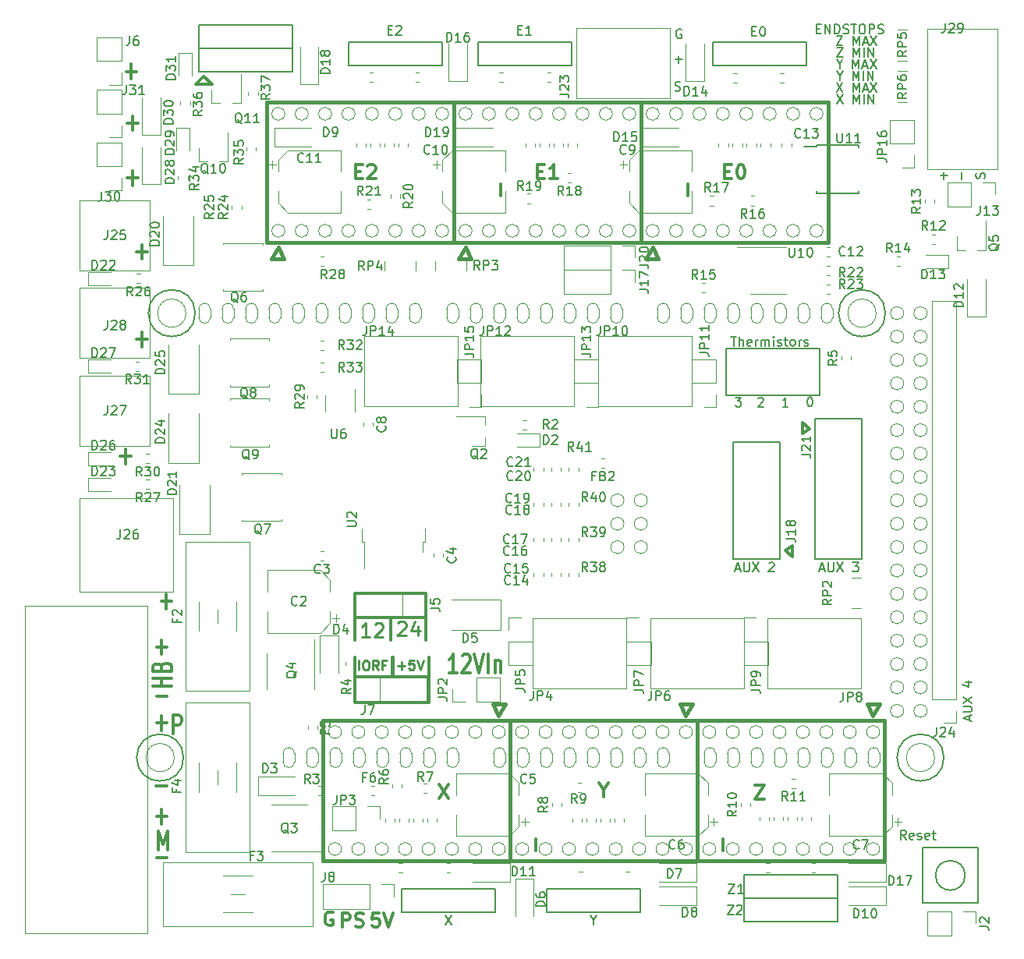
<source format=gbr>
G04 #@! TF.GenerationSoftware,KiCad,Pcbnew,5.1.6*
G04 #@! TF.CreationDate,2020-06-13T11:17:34+02:00*
G04 #@! TF.ProjectId,RAMPS-FD,52414d50-532d-4464-942e-6b696361645f,3.0*
G04 #@! TF.SameCoordinates,Original*
G04 #@! TF.FileFunction,Legend,Top*
G04 #@! TF.FilePolarity,Positive*
%FSLAX46Y46*%
G04 Gerber Fmt 4.6, Leading zero omitted, Abs format (unit mm)*
G04 Created by KiCad (PCBNEW 5.1.6) date 2020-06-13 11:17:34*
%MOMM*%
%LPD*%
G01*
G04 APERTURE LIST*
%ADD10C,0.150000*%
%ADD11C,0.304800*%
%ADD12C,0.381000*%
%ADD13C,0.254000*%
%ADD14C,0.120000*%
%ADD15C,0.127000*%
%ADD16C,0.100000*%
G04 APERTURE END LIST*
D10*
X125039523Y-40568571D02*
X125372857Y-40568571D01*
X125515714Y-41092380D02*
X125039523Y-41092380D01*
X125039523Y-40092380D01*
X125515714Y-40092380D01*
X126134761Y-40092380D02*
X126230000Y-40092380D01*
X126325238Y-40140000D01*
X126372857Y-40187619D01*
X126420476Y-40282857D01*
X126468095Y-40473333D01*
X126468095Y-40711428D01*
X126420476Y-40901904D01*
X126372857Y-40997142D01*
X126325238Y-41044761D01*
X126230000Y-41092380D01*
X126134761Y-41092380D01*
X126039523Y-41044761D01*
X125991904Y-40997142D01*
X125944285Y-40901904D01*
X125896666Y-40711428D01*
X125896666Y-40473333D01*
X125944285Y-40282857D01*
X125991904Y-40187619D01*
X126039523Y-40140000D01*
X126134761Y-40092380D01*
X99639523Y-40441571D02*
X99972857Y-40441571D01*
X100115714Y-40965380D02*
X99639523Y-40965380D01*
X99639523Y-39965380D01*
X100115714Y-39965380D01*
X101068095Y-40965380D02*
X100496666Y-40965380D01*
X100782380Y-40965380D02*
X100782380Y-39965380D01*
X100687142Y-40108238D01*
X100591904Y-40203476D01*
X100496666Y-40251095D01*
X85542523Y-40441571D02*
X85875857Y-40441571D01*
X86018714Y-40965380D02*
X85542523Y-40965380D01*
X85542523Y-39965380D01*
X86018714Y-39965380D01*
X86399666Y-40060619D02*
X86447285Y-40013000D01*
X86542523Y-39965380D01*
X86780619Y-39965380D01*
X86875857Y-40013000D01*
X86923476Y-40060619D01*
X86971095Y-40155857D01*
X86971095Y-40251095D01*
X86923476Y-40393952D01*
X86352047Y-40965380D01*
X86971095Y-40965380D01*
X148629666Y-115379238D02*
X148629666Y-114903047D01*
X148915380Y-115474476D02*
X147915380Y-115141142D01*
X148915380Y-114807809D01*
X147915380Y-114474476D02*
X148724904Y-114474476D01*
X148820142Y-114426857D01*
X148867761Y-114379238D01*
X148915380Y-114284000D01*
X148915380Y-114093523D01*
X148867761Y-113998285D01*
X148820142Y-113950666D01*
X148724904Y-113903047D01*
X147915380Y-113903047D01*
X147915380Y-113522095D02*
X148915380Y-112855428D01*
X147915380Y-112855428D02*
X148915380Y-113522095D01*
X148248714Y-111284000D02*
X148915380Y-111284000D01*
X147867761Y-111522095D02*
X148582047Y-111760190D01*
X148582047Y-111141142D01*
X132397761Y-98972666D02*
X132873952Y-98972666D01*
X132302523Y-99258380D02*
X132635857Y-98258380D01*
X132969190Y-99258380D01*
X133302523Y-98258380D02*
X133302523Y-99067904D01*
X133350142Y-99163142D01*
X133397761Y-99210761D01*
X133493000Y-99258380D01*
X133683476Y-99258380D01*
X133778714Y-99210761D01*
X133826333Y-99163142D01*
X133873952Y-99067904D01*
X133873952Y-98258380D01*
X134254904Y-98258380D02*
X134921571Y-99258380D01*
X134921571Y-98258380D02*
X134254904Y-99258380D01*
X135969190Y-98258380D02*
X136588238Y-98258380D01*
X136254904Y-98639333D01*
X136397761Y-98639333D01*
X136493000Y-98686952D01*
X136540619Y-98734571D01*
X136588238Y-98829809D01*
X136588238Y-99067904D01*
X136540619Y-99163142D01*
X136493000Y-99210761D01*
X136397761Y-99258380D01*
X136112047Y-99258380D01*
X136016809Y-99210761D01*
X135969190Y-99163142D01*
X123253761Y-98972666D02*
X123729952Y-98972666D01*
X123158523Y-99258380D02*
X123491857Y-98258380D01*
X123825190Y-99258380D01*
X124158523Y-98258380D02*
X124158523Y-99067904D01*
X124206142Y-99163142D01*
X124253761Y-99210761D01*
X124349000Y-99258380D01*
X124539476Y-99258380D01*
X124634714Y-99210761D01*
X124682333Y-99163142D01*
X124729952Y-99067904D01*
X124729952Y-98258380D01*
X125110904Y-98258380D02*
X125777571Y-99258380D01*
X125777571Y-98258380D02*
X125110904Y-99258380D01*
X126872809Y-98353619D02*
X126920428Y-98306000D01*
X127015666Y-98258380D01*
X127253761Y-98258380D01*
X127349000Y-98306000D01*
X127396619Y-98353619D01*
X127444238Y-98448857D01*
X127444238Y-98544095D01*
X127396619Y-98686952D01*
X126825190Y-99258380D01*
X127444238Y-99258380D01*
X122380476Y-135469380D02*
X123047142Y-135469380D01*
X122380476Y-136469380D01*
X123047142Y-136469380D01*
X123380476Y-135564619D02*
X123428095Y-135517000D01*
X123523333Y-135469380D01*
X123761428Y-135469380D01*
X123856666Y-135517000D01*
X123904285Y-135564619D01*
X123951904Y-135659857D01*
X123951904Y-135755095D01*
X123904285Y-135897952D01*
X123332857Y-136469380D01*
X123951904Y-136469380D01*
X122507476Y-133183380D02*
X123174142Y-133183380D01*
X122507476Y-134183380D01*
X123174142Y-134183380D01*
X124078904Y-134183380D02*
X123507476Y-134183380D01*
X123793190Y-134183380D02*
X123793190Y-133183380D01*
X123697952Y-133326238D01*
X123602714Y-133421476D01*
X123507476Y-133469095D01*
X107823000Y-137136190D02*
X107823000Y-137612380D01*
X107489666Y-136612380D02*
X107823000Y-137136190D01*
X108156333Y-136612380D01*
X91741666Y-136612380D02*
X92408333Y-137612380D01*
X92408333Y-136612380D02*
X91741666Y-137612380D01*
X141763904Y-128341380D02*
X141430571Y-127865190D01*
X141192476Y-128341380D02*
X141192476Y-127341380D01*
X141573428Y-127341380D01*
X141668666Y-127389000D01*
X141716285Y-127436619D01*
X141763904Y-127531857D01*
X141763904Y-127674714D01*
X141716285Y-127769952D01*
X141668666Y-127817571D01*
X141573428Y-127865190D01*
X141192476Y-127865190D01*
X142573428Y-128293761D02*
X142478190Y-128341380D01*
X142287714Y-128341380D01*
X142192476Y-128293761D01*
X142144857Y-128198523D01*
X142144857Y-127817571D01*
X142192476Y-127722333D01*
X142287714Y-127674714D01*
X142478190Y-127674714D01*
X142573428Y-127722333D01*
X142621047Y-127817571D01*
X142621047Y-127912809D01*
X142144857Y-128008047D01*
X143002000Y-128293761D02*
X143097238Y-128341380D01*
X143287714Y-128341380D01*
X143382952Y-128293761D01*
X143430571Y-128198523D01*
X143430571Y-128150904D01*
X143382952Y-128055666D01*
X143287714Y-128008047D01*
X143144857Y-128008047D01*
X143049619Y-127960428D01*
X143002000Y-127865190D01*
X143002000Y-127817571D01*
X143049619Y-127722333D01*
X143144857Y-127674714D01*
X143287714Y-127674714D01*
X143382952Y-127722333D01*
X144240095Y-128293761D02*
X144144857Y-128341380D01*
X143954380Y-128341380D01*
X143859142Y-128293761D01*
X143811523Y-128198523D01*
X143811523Y-127817571D01*
X143859142Y-127722333D01*
X143954380Y-127674714D01*
X144144857Y-127674714D01*
X144240095Y-127722333D01*
X144287714Y-127817571D01*
X144287714Y-127912809D01*
X143811523Y-128008047D01*
X144573428Y-127674714D02*
X144954380Y-127674714D01*
X144716285Y-127341380D02*
X144716285Y-128198523D01*
X144763904Y-128293761D01*
X144859142Y-128341380D01*
X144954380Y-128341380D01*
X122761904Y-73747380D02*
X123333333Y-73747380D01*
X123047619Y-74747380D02*
X123047619Y-73747380D01*
X123666666Y-74747380D02*
X123666666Y-73747380D01*
X124095238Y-74747380D02*
X124095238Y-74223571D01*
X124047619Y-74128333D01*
X123952380Y-74080714D01*
X123809523Y-74080714D01*
X123714285Y-74128333D01*
X123666666Y-74175952D01*
X124952380Y-74699761D02*
X124857142Y-74747380D01*
X124666666Y-74747380D01*
X124571428Y-74699761D01*
X124523809Y-74604523D01*
X124523809Y-74223571D01*
X124571428Y-74128333D01*
X124666666Y-74080714D01*
X124857142Y-74080714D01*
X124952380Y-74128333D01*
X125000000Y-74223571D01*
X125000000Y-74318809D01*
X124523809Y-74414047D01*
X125428571Y-74747380D02*
X125428571Y-74080714D01*
X125428571Y-74271190D02*
X125476190Y-74175952D01*
X125523809Y-74128333D01*
X125619047Y-74080714D01*
X125714285Y-74080714D01*
X126047619Y-74747380D02*
X126047619Y-74080714D01*
X126047619Y-74175952D02*
X126095238Y-74128333D01*
X126190476Y-74080714D01*
X126333333Y-74080714D01*
X126428571Y-74128333D01*
X126476190Y-74223571D01*
X126476190Y-74747380D01*
X126476190Y-74223571D02*
X126523809Y-74128333D01*
X126619047Y-74080714D01*
X126761904Y-74080714D01*
X126857142Y-74128333D01*
X126904761Y-74223571D01*
X126904761Y-74747380D01*
X127380952Y-74747380D02*
X127380952Y-74080714D01*
X127380952Y-73747380D02*
X127333333Y-73795000D01*
X127380952Y-73842619D01*
X127428571Y-73795000D01*
X127380952Y-73747380D01*
X127380952Y-73842619D01*
X127809523Y-74699761D02*
X127904761Y-74747380D01*
X128095238Y-74747380D01*
X128190476Y-74699761D01*
X128238095Y-74604523D01*
X128238095Y-74556904D01*
X128190476Y-74461666D01*
X128095238Y-74414047D01*
X127952380Y-74414047D01*
X127857142Y-74366428D01*
X127809523Y-74271190D01*
X127809523Y-74223571D01*
X127857142Y-74128333D01*
X127952380Y-74080714D01*
X128095238Y-74080714D01*
X128190476Y-74128333D01*
X128523809Y-74080714D02*
X128904761Y-74080714D01*
X128666666Y-73747380D02*
X128666666Y-74604523D01*
X128714285Y-74699761D01*
X128809523Y-74747380D01*
X128904761Y-74747380D01*
X129380952Y-74747380D02*
X129285714Y-74699761D01*
X129238095Y-74652142D01*
X129190476Y-74556904D01*
X129190476Y-74271190D01*
X129238095Y-74175952D01*
X129285714Y-74128333D01*
X129380952Y-74080714D01*
X129523809Y-74080714D01*
X129619047Y-74128333D01*
X129666666Y-74175952D01*
X129714285Y-74271190D01*
X129714285Y-74556904D01*
X129666666Y-74652142D01*
X129619047Y-74699761D01*
X129523809Y-74747380D01*
X129380952Y-74747380D01*
X130142857Y-74747380D02*
X130142857Y-74080714D01*
X130142857Y-74271190D02*
X130190476Y-74175952D01*
X130238095Y-74128333D01*
X130333333Y-74080714D01*
X130428571Y-74080714D01*
X130714285Y-74699761D02*
X130809523Y-74747380D01*
X131000000Y-74747380D01*
X131095238Y-74699761D01*
X131142857Y-74604523D01*
X131142857Y-74556904D01*
X131095238Y-74461666D01*
X131000000Y-74414047D01*
X130857142Y-74414047D01*
X130761904Y-74366428D01*
X130714285Y-74271190D01*
X130714285Y-74223571D01*
X130761904Y-74128333D01*
X130857142Y-74080714D01*
X131000000Y-74080714D01*
X131095238Y-74128333D01*
X123237666Y-80351380D02*
X123856714Y-80351380D01*
X123523380Y-80732333D01*
X123666238Y-80732333D01*
X123761476Y-80779952D01*
X123809095Y-80827571D01*
X123856714Y-80922809D01*
X123856714Y-81160904D01*
X123809095Y-81256142D01*
X123761476Y-81303761D01*
X123666238Y-81351380D01*
X123380523Y-81351380D01*
X123285285Y-81303761D01*
X123237666Y-81256142D01*
X125698285Y-80446619D02*
X125745904Y-80399000D01*
X125841142Y-80351380D01*
X126079238Y-80351380D01*
X126174476Y-80399000D01*
X126222095Y-80446619D01*
X126269714Y-80541857D01*
X126269714Y-80637095D01*
X126222095Y-80779952D01*
X125650666Y-81351380D01*
X126269714Y-81351380D01*
X128936714Y-81351380D02*
X128365285Y-81351380D01*
X128651000Y-81351380D02*
X128651000Y-80351380D01*
X128555761Y-80494238D01*
X128460523Y-80589476D01*
X128365285Y-80637095D01*
X131365619Y-81319619D02*
X131270380Y-81319619D01*
X131175142Y-81272000D01*
X131127523Y-81224380D01*
X131079904Y-81129142D01*
X131032285Y-80938666D01*
X131032285Y-80700571D01*
X131079904Y-80510095D01*
X131127523Y-80414857D01*
X131175142Y-80367238D01*
X131270380Y-80319619D01*
X131365619Y-80319619D01*
X131460857Y-80367238D01*
X131508476Y-80414857D01*
X131556095Y-80510095D01*
X131603714Y-80700571D01*
X131603714Y-80938666D01*
X131556095Y-81129142D01*
X131508476Y-81224380D01*
X131460857Y-81272000D01*
X131365619Y-81319619D01*
X145867428Y-56641952D02*
X145867428Y-55880047D01*
X146248380Y-56261000D02*
X145486476Y-56261000D01*
X147772428Y-56641952D02*
X147772428Y-55880047D01*
X132040761Y-40314571D02*
X132374095Y-40314571D01*
X132516952Y-40838380D02*
X132040761Y-40838380D01*
X132040761Y-39838380D01*
X132516952Y-39838380D01*
X132945523Y-40838380D02*
X132945523Y-39838380D01*
X133516952Y-40838380D01*
X133516952Y-39838380D01*
X133993142Y-40838380D02*
X133993142Y-39838380D01*
X134231238Y-39838380D01*
X134374095Y-39886000D01*
X134469333Y-39981238D01*
X134516952Y-40076476D01*
X134564571Y-40266952D01*
X134564571Y-40409809D01*
X134516952Y-40600285D01*
X134469333Y-40695523D01*
X134374095Y-40790761D01*
X134231238Y-40838380D01*
X133993142Y-40838380D01*
X134945523Y-40790761D02*
X135088380Y-40838380D01*
X135326476Y-40838380D01*
X135421714Y-40790761D01*
X135469333Y-40743142D01*
X135516952Y-40647904D01*
X135516952Y-40552666D01*
X135469333Y-40457428D01*
X135421714Y-40409809D01*
X135326476Y-40362190D01*
X135136000Y-40314571D01*
X135040761Y-40266952D01*
X134993142Y-40219333D01*
X134945523Y-40124095D01*
X134945523Y-40028857D01*
X134993142Y-39933619D01*
X135040761Y-39886000D01*
X135136000Y-39838380D01*
X135374095Y-39838380D01*
X135516952Y-39886000D01*
X135802666Y-39838380D02*
X136374095Y-39838380D01*
X136088380Y-40838380D02*
X136088380Y-39838380D01*
X136897904Y-39838380D02*
X137088380Y-39838380D01*
X137183619Y-39886000D01*
X137278857Y-39981238D01*
X137326476Y-40171714D01*
X137326476Y-40505047D01*
X137278857Y-40695523D01*
X137183619Y-40790761D01*
X137088380Y-40838380D01*
X136897904Y-40838380D01*
X136802666Y-40790761D01*
X136707428Y-40695523D01*
X136659809Y-40505047D01*
X136659809Y-40171714D01*
X136707428Y-39981238D01*
X136802666Y-39886000D01*
X136897904Y-39838380D01*
X137755047Y-40838380D02*
X137755047Y-39838380D01*
X138136000Y-39838380D01*
X138231238Y-39886000D01*
X138278857Y-39933619D01*
X138326476Y-40028857D01*
X138326476Y-40171714D01*
X138278857Y-40266952D01*
X138231238Y-40314571D01*
X138136000Y-40362190D01*
X137755047Y-40362190D01*
X138707428Y-40790761D02*
X138850285Y-40838380D01*
X139088380Y-40838380D01*
X139183619Y-40790761D01*
X139231238Y-40743142D01*
X139278857Y-40647904D01*
X139278857Y-40552666D01*
X139231238Y-40457428D01*
X139183619Y-40409809D01*
X139088380Y-40362190D01*
X138897904Y-40314571D01*
X138802666Y-40266952D01*
X138755047Y-40219333D01*
X138707428Y-40124095D01*
X138707428Y-40028857D01*
X138755047Y-39933619D01*
X138802666Y-39886000D01*
X138897904Y-39838380D01*
X139136000Y-39838380D01*
X139278857Y-39886000D01*
X134223380Y-47458380D02*
X134890047Y-48458380D01*
X134890047Y-47458380D02*
X134223380Y-48458380D01*
X136032904Y-48458380D02*
X136032904Y-47458380D01*
X136366238Y-48172666D01*
X136699571Y-47458380D01*
X136699571Y-48458380D01*
X137175761Y-48458380D02*
X137175761Y-47458380D01*
X137651952Y-48458380D02*
X137651952Y-47458380D01*
X138223380Y-48458380D01*
X138223380Y-47458380D01*
X134207523Y-46188380D02*
X134874190Y-47188380D01*
X134874190Y-46188380D02*
X134207523Y-47188380D01*
X136017047Y-47188380D02*
X136017047Y-46188380D01*
X136350380Y-46902666D01*
X136683714Y-46188380D01*
X136683714Y-47188380D01*
X137112285Y-46902666D02*
X137588476Y-46902666D01*
X137017047Y-47188380D02*
X137350380Y-46188380D01*
X137683714Y-47188380D01*
X137921809Y-46188380D02*
X138588476Y-47188380D01*
X138588476Y-46188380D02*
X137921809Y-47188380D01*
X134556714Y-45442190D02*
X134556714Y-45918380D01*
X134223380Y-44918380D02*
X134556714Y-45442190D01*
X134890047Y-44918380D01*
X135985285Y-45918380D02*
X135985285Y-44918380D01*
X136318619Y-45632666D01*
X136651952Y-44918380D01*
X136651952Y-45918380D01*
X137128142Y-45918380D02*
X137128142Y-44918380D01*
X137604333Y-45918380D02*
X137604333Y-44918380D01*
X138175761Y-45918380D01*
X138175761Y-44918380D01*
X134540857Y-44172190D02*
X134540857Y-44648380D01*
X134207523Y-43648380D02*
X134540857Y-44172190D01*
X134874190Y-43648380D01*
X135969428Y-44648380D02*
X135969428Y-43648380D01*
X136302761Y-44362666D01*
X136636095Y-43648380D01*
X136636095Y-44648380D01*
X137064666Y-44362666D02*
X137540857Y-44362666D01*
X136969428Y-44648380D02*
X137302761Y-43648380D01*
X137636095Y-44648380D01*
X137874190Y-43648380D02*
X138540857Y-44648380D01*
X138540857Y-43648380D02*
X137874190Y-44648380D01*
X134223380Y-42378380D02*
X134890047Y-42378380D01*
X134223380Y-43378380D01*
X134890047Y-43378380D01*
X136032904Y-43378380D02*
X136032904Y-42378380D01*
X136366238Y-43092666D01*
X136699571Y-42378380D01*
X136699571Y-43378380D01*
X137175761Y-43378380D02*
X137175761Y-42378380D01*
X137651952Y-43378380D02*
X137651952Y-42378380D01*
X138223380Y-43378380D01*
X138223380Y-42378380D01*
X134207523Y-41108380D02*
X134874190Y-41108380D01*
X134207523Y-42108380D01*
X134874190Y-42108380D01*
X136017047Y-42108380D02*
X136017047Y-41108380D01*
X136350380Y-41822666D01*
X136683714Y-41108380D01*
X136683714Y-42108380D01*
X137112285Y-41822666D02*
X137588476Y-41822666D01*
X137017047Y-42108380D02*
X137350380Y-41108380D01*
X137683714Y-42108380D01*
X137921809Y-41108380D02*
X138588476Y-42108380D01*
X138588476Y-41108380D02*
X137921809Y-42108380D01*
D11*
X131318000Y-83740000D02*
X130556000Y-83105000D01*
X130556000Y-83105000D02*
X130556000Y-84248000D01*
X130556000Y-84248000D02*
X131318000Y-83740000D01*
X93000285Y-110266238D02*
X92129428Y-110266238D01*
X92564857Y-110266238D02*
X92564857Y-108234238D01*
X92419714Y-108524523D01*
X92274571Y-108718047D01*
X92129428Y-108814809D01*
X93580857Y-108427761D02*
X93653428Y-108331000D01*
X93798571Y-108234238D01*
X94161428Y-108234238D01*
X94306571Y-108331000D01*
X94379142Y-108427761D01*
X94451714Y-108621285D01*
X94451714Y-108814809D01*
X94379142Y-109105095D01*
X93508285Y-110266238D01*
X94451714Y-110266238D01*
X94887142Y-108234238D02*
X95395142Y-110266238D01*
X95903142Y-108234238D01*
X96411142Y-110266238D02*
X96411142Y-108234238D01*
X97136857Y-108911571D02*
X97136857Y-110266238D01*
X97136857Y-109105095D02*
X97209428Y-109008333D01*
X97354571Y-108911571D01*
X97572285Y-108911571D01*
X97717428Y-109008333D01*
X97790000Y-109201857D01*
X97790000Y-110266238D01*
X89662000Y-101600000D02*
X89662000Y-104317800D01*
X81915000Y-101600000D02*
X89662000Y-101600000D01*
X81915000Y-104317800D02*
X81915000Y-101600000D01*
X81915000Y-110693200D02*
X89979500Y-110693200D01*
X89992200Y-113461800D02*
X89979500Y-108585000D01*
X81915000Y-113461800D02*
X89992200Y-113461800D01*
X81915000Y-108585000D02*
X81915000Y-113461800D01*
X84550285Y-136338571D02*
X83836000Y-136338571D01*
X83764571Y-137052857D01*
X83836000Y-136981428D01*
X83978857Y-136910000D01*
X84336000Y-136910000D01*
X84478857Y-136981428D01*
X84550285Y-137052857D01*
X84621714Y-137195714D01*
X84621714Y-137552857D01*
X84550285Y-137695714D01*
X84478857Y-137767142D01*
X84336000Y-137838571D01*
X83978857Y-137838571D01*
X83836000Y-137767142D01*
X83764571Y-137695714D01*
X85050285Y-136338571D02*
X85550285Y-137838571D01*
X86050285Y-136338571D01*
X79513857Y-136283000D02*
X79371000Y-136211571D01*
X79156714Y-136211571D01*
X78942428Y-136283000D01*
X78799571Y-136425857D01*
X78728142Y-136568714D01*
X78656714Y-136854428D01*
X78656714Y-137068714D01*
X78728142Y-137354428D01*
X78799571Y-137497285D01*
X78942428Y-137640142D01*
X79156714Y-137711571D01*
X79299571Y-137711571D01*
X79513857Y-137640142D01*
X79585285Y-137568714D01*
X79585285Y-137068714D01*
X79299571Y-137068714D01*
X64643000Y-46355000D02*
X65532000Y-45466000D01*
X66421000Y-46355000D02*
X64643000Y-46355000D01*
X65532000Y-45466000D02*
X66421000Y-46355000D01*
D10*
X116681285Y-47013761D02*
X116824142Y-47061380D01*
X117062238Y-47061380D01*
X117157476Y-47013761D01*
X117205095Y-46966142D01*
X117252714Y-46870904D01*
X117252714Y-46775666D01*
X117205095Y-46680428D01*
X117157476Y-46632809D01*
X117062238Y-46585190D01*
X116871761Y-46537571D01*
X116776523Y-46489952D01*
X116728904Y-46442333D01*
X116681285Y-46347095D01*
X116681285Y-46251857D01*
X116728904Y-46156619D01*
X116776523Y-46109000D01*
X116871761Y-46061380D01*
X117109857Y-46061380D01*
X117252714Y-46109000D01*
X116713047Y-43632428D02*
X117474952Y-43632428D01*
X117094000Y-44013380D02*
X117094000Y-43251476D01*
X117355904Y-40394000D02*
X117260666Y-40346380D01*
X117117809Y-40346380D01*
X116974952Y-40394000D01*
X116879714Y-40489238D01*
X116832095Y-40584476D01*
X116784476Y-40774952D01*
X116784476Y-40917809D01*
X116832095Y-41108285D01*
X116879714Y-41203523D01*
X116974952Y-41298761D01*
X117117809Y-41346380D01*
X117213047Y-41346380D01*
X117355904Y-41298761D01*
X117403523Y-41251142D01*
X117403523Y-40917809D01*
X117213047Y-40917809D01*
D11*
X80553857Y-137838571D02*
X80553857Y-136338571D01*
X81125285Y-136338571D01*
X81268142Y-136410000D01*
X81339571Y-136481428D01*
X81411000Y-136624285D01*
X81411000Y-136838571D01*
X81339571Y-136981428D01*
X81268142Y-137052857D01*
X81125285Y-137124285D01*
X80553857Y-137124285D01*
X81982428Y-137767142D02*
X82196714Y-137838571D01*
X82553857Y-137838571D01*
X82696714Y-137767142D01*
X82768142Y-137695714D01*
X82839571Y-137552857D01*
X82839571Y-137410000D01*
X82768142Y-137267142D01*
X82696714Y-137195714D01*
X82553857Y-137124285D01*
X82268142Y-137052857D01*
X82125285Y-136981428D01*
X82053857Y-136910000D01*
X81982428Y-136767142D01*
X81982428Y-136624285D01*
X82053857Y-136481428D01*
X82125285Y-136410000D01*
X82268142Y-136338571D01*
X82625285Y-136338571D01*
X82839571Y-136410000D01*
X129413000Y-96473000D02*
X128651000Y-96981000D01*
X129413000Y-97616000D02*
X129413000Y-96473000D01*
X128651000Y-96981000D02*
X129413000Y-97616000D01*
X60887428Y-102507142D02*
X62048571Y-102507142D01*
X61468000Y-103281238D02*
X61468000Y-101733047D01*
X57204428Y-56533142D02*
X58365571Y-56533142D01*
X57785000Y-57307238D02*
X57785000Y-55759047D01*
X57204428Y-50564142D02*
X58365571Y-50564142D01*
X57785000Y-51338238D02*
X57785000Y-49790047D01*
X58238571Y-44939857D02*
X57077428Y-44939857D01*
X57658000Y-44165761D02*
X57658000Y-45713952D01*
X58220428Y-64534142D02*
X59381571Y-64534142D01*
X58801000Y-65308238D02*
X58801000Y-63760047D01*
X58220428Y-74059142D02*
X59381571Y-74059142D01*
X58801000Y-74833238D02*
X58801000Y-73285047D01*
X56442428Y-86759142D02*
X57603571Y-86759142D01*
X57023000Y-87533238D02*
X57023000Y-85985047D01*
X85852000Y-106680000D02*
X85852000Y-104267000D01*
X89662000Y-104267000D02*
X89662000Y-106680000D01*
X82042000Y-104267000D02*
X89662000Y-104267000D01*
X81915000Y-106680000D02*
X81915000Y-104267000D01*
D12*
X85979000Y-108585000D02*
X85979000Y-110617000D01*
D11*
X118110000Y-58420000D02*
X118110000Y-57150000D01*
X97790000Y-58420000D02*
X97790000Y-57150000D01*
X121920000Y-128270000D02*
X121920000Y-129540000D01*
X101600000Y-128270000D02*
X101600000Y-129540000D01*
D13*
X86577714Y-109495771D02*
X87351809Y-109495771D01*
X86964761Y-109882819D02*
X86964761Y-109108723D01*
X88319428Y-108866819D02*
X87835619Y-108866819D01*
X87787238Y-109350628D01*
X87835619Y-109302247D01*
X87932380Y-109253866D01*
X88174285Y-109253866D01*
X88271047Y-109302247D01*
X88319428Y-109350628D01*
X88367809Y-109447390D01*
X88367809Y-109689295D01*
X88319428Y-109786057D01*
X88271047Y-109834438D01*
X88174285Y-109882819D01*
X87932380Y-109882819D01*
X87835619Y-109834438D01*
X87787238Y-109786057D01*
X88658095Y-108866819D02*
X88996761Y-109882819D01*
X89335428Y-108866819D01*
X82344380Y-109933619D02*
X82344380Y-108917619D01*
X83021714Y-108917619D02*
X83215238Y-108917619D01*
X83312000Y-108966000D01*
X83408761Y-109062761D01*
X83457142Y-109256285D01*
X83457142Y-109594952D01*
X83408761Y-109788476D01*
X83312000Y-109885238D01*
X83215238Y-109933619D01*
X83021714Y-109933619D01*
X82924952Y-109885238D01*
X82828190Y-109788476D01*
X82779809Y-109594952D01*
X82779809Y-109256285D01*
X82828190Y-109062761D01*
X82924952Y-108966000D01*
X83021714Y-108917619D01*
X84473142Y-109933619D02*
X84134476Y-109449809D01*
X83892571Y-109933619D02*
X83892571Y-108917619D01*
X84279619Y-108917619D01*
X84376380Y-108966000D01*
X84424761Y-109014380D01*
X84473142Y-109111142D01*
X84473142Y-109256285D01*
X84424761Y-109353047D01*
X84376380Y-109401428D01*
X84279619Y-109449809D01*
X83892571Y-109449809D01*
X85247238Y-109401428D02*
X84908571Y-109401428D01*
X84908571Y-109933619D02*
X84908571Y-108917619D01*
X85392380Y-108917619D01*
X86595857Y-104847571D02*
X86668428Y-104775000D01*
X86813571Y-104702428D01*
X87176428Y-104702428D01*
X87321571Y-104775000D01*
X87394142Y-104847571D01*
X87466714Y-104992714D01*
X87466714Y-105137857D01*
X87394142Y-105355571D01*
X86523285Y-106226428D01*
X87466714Y-106226428D01*
X88773000Y-105210428D02*
X88773000Y-106226428D01*
X88410142Y-104629857D02*
X88047285Y-105718428D01*
X88990714Y-105718428D01*
X83529714Y-106353428D02*
X82658857Y-106353428D01*
X83094285Y-106353428D02*
X83094285Y-104829428D01*
X82949142Y-105047142D01*
X82804000Y-105192285D01*
X82658857Y-105264857D01*
X84110285Y-104974571D02*
X84182857Y-104902000D01*
X84328000Y-104829428D01*
X84690857Y-104829428D01*
X84836000Y-104902000D01*
X84908571Y-104974571D01*
X84981142Y-105119714D01*
X84981142Y-105264857D01*
X84908571Y-105482571D01*
X84037714Y-106353428D01*
X84981142Y-106353428D01*
D11*
X62006238Y-111687428D02*
X59974238Y-111687428D01*
X60941857Y-111687428D02*
X60941857Y-110816571D01*
X62006238Y-110816571D02*
X59974238Y-110816571D01*
X60941857Y-109582857D02*
X61038619Y-109365142D01*
X61135380Y-109292571D01*
X61328904Y-109220000D01*
X61619190Y-109220000D01*
X61812714Y-109292571D01*
X61909476Y-109365142D01*
X62006238Y-109510285D01*
X62006238Y-110090857D01*
X59974238Y-110090857D01*
X59974238Y-109582857D01*
X60071000Y-109437714D01*
X60167761Y-109365142D01*
X60361285Y-109292571D01*
X60554809Y-109292571D01*
X60748333Y-109365142D01*
X60845095Y-109437714D01*
X60941857Y-109582857D01*
X60941857Y-110090857D01*
X60379428Y-112794142D02*
X61540571Y-112794142D01*
X60379428Y-107460142D02*
X61540571Y-107460142D01*
X60960000Y-108234238D02*
X60960000Y-106686047D01*
X60579000Y-129443238D02*
X60579000Y-127411238D01*
X61087000Y-128862666D01*
X61595000Y-127411238D01*
X61595000Y-129443238D01*
X60354028Y-122547742D02*
X61515171Y-122547742D01*
X60379428Y-115715142D02*
X61540571Y-115715142D01*
X60960000Y-116489238D02*
X60960000Y-114941047D01*
X62211857Y-116870238D02*
X62211857Y-114838238D01*
X62792428Y-114838238D01*
X62937571Y-114935000D01*
X63010142Y-115031761D01*
X63082714Y-115225285D01*
X63082714Y-115515571D01*
X63010142Y-115709095D01*
X62937571Y-115805857D01*
X62792428Y-115902619D01*
X62211857Y-115902619D01*
X60379428Y-130320142D02*
X61540571Y-130320142D01*
X60379428Y-125875142D02*
X61540571Y-125875142D01*
X60960000Y-126649238D02*
X60960000Y-125101047D01*
D10*
X150264761Y-56546714D02*
X150312380Y-56403857D01*
X150312380Y-56165761D01*
X150264761Y-56070523D01*
X150217142Y-56022904D01*
X150121904Y-55975285D01*
X150026666Y-55975285D01*
X149931428Y-56022904D01*
X149883809Y-56070523D01*
X149836190Y-56165761D01*
X149788571Y-56356238D01*
X149740952Y-56451476D01*
X149693333Y-56499095D01*
X149598095Y-56546714D01*
X149502857Y-56546714D01*
X149407619Y-56499095D01*
X149360000Y-56451476D01*
X149312380Y-56356238D01*
X149312380Y-56118142D01*
X149360000Y-55975285D01*
D14*
X59690000Y-66548000D02*
X52070000Y-66548000D01*
X52070000Y-66548000D02*
X52070000Y-58928000D01*
X52070000Y-58928000D02*
X59690000Y-58928000D01*
X59690000Y-58928000D02*
X59690000Y-66548000D01*
X59690000Y-76073000D02*
X52070000Y-76073000D01*
X52070000Y-76073000D02*
X52070000Y-68453000D01*
X52070000Y-68453000D02*
X59690000Y-68453000D01*
X59690000Y-68453000D02*
X59690000Y-76073000D01*
X59690000Y-85598000D02*
X52070000Y-85598000D01*
X52070000Y-85598000D02*
X52070000Y-77978000D01*
X52070000Y-77978000D02*
X59690000Y-77978000D01*
X59690000Y-77978000D02*
X59690000Y-85598000D01*
X62230000Y-101473000D02*
X62230000Y-91313000D01*
X62230000Y-91313000D02*
X52070000Y-91313000D01*
X52070000Y-91313000D02*
X52070000Y-101473000D01*
X52070000Y-101473000D02*
X62230000Y-101473000D01*
X63554000Y-129713000D02*
X70494000Y-129713000D01*
X70494000Y-129713000D02*
X70494000Y-113513000D01*
X70494000Y-113513000D02*
X63554000Y-113513000D01*
X63554000Y-113513000D02*
X63554000Y-129713000D01*
X67024000Y-122363000D02*
X67024000Y-120863000D01*
X69024000Y-120013000D02*
X69024000Y-123213000D01*
X65024000Y-123213000D02*
X65024000Y-120013000D01*
X61122000Y-130803000D02*
X61122000Y-137743000D01*
X61122000Y-137743000D02*
X77322000Y-137743000D01*
X77322000Y-137743000D02*
X77322000Y-130803000D01*
X77322000Y-130803000D02*
X61122000Y-130803000D01*
X68472000Y-134273000D02*
X69972000Y-134273000D01*
X70822000Y-136273000D02*
X67622000Y-136273000D01*
X67622000Y-132273000D02*
X70822000Y-132273000D01*
X63554000Y-112213000D02*
X70494000Y-112213000D01*
X70494000Y-112213000D02*
X70494000Y-96013000D01*
X70494000Y-96013000D02*
X63554000Y-96013000D01*
X63554000Y-96013000D02*
X63554000Y-112213000D01*
X67024000Y-104863000D02*
X67024000Y-103363000D01*
X69024000Y-102513000D02*
X69024000Y-105713000D01*
X65024000Y-105713000D02*
X65024000Y-102513000D01*
X97786400Y-105637600D02*
X97786400Y-102337600D01*
X97786400Y-102337600D02*
X92386400Y-102337600D01*
X97786400Y-105637600D02*
X92386400Y-105637600D01*
X61674000Y-87473000D02*
X64974000Y-87473000D01*
X64974000Y-87473000D02*
X64974000Y-82073000D01*
X61674000Y-87473000D02*
X61674000Y-82073000D01*
X62866000Y-95221000D02*
X66166000Y-95221000D01*
X66166000Y-95221000D02*
X66166000Y-89821000D01*
X62866000Y-95221000D02*
X62866000Y-89821000D01*
X61088000Y-66011000D02*
X64388000Y-66011000D01*
X64388000Y-66011000D02*
X64388000Y-60611000D01*
X61088000Y-66011000D02*
X61088000Y-60611000D01*
X61674000Y-79973000D02*
X64974000Y-79973000D01*
X64974000Y-79973000D02*
X64974000Y-74573000D01*
X61674000Y-79973000D02*
X61674000Y-74573000D01*
X71387000Y-121555000D02*
X71387000Y-123555000D01*
X71387000Y-123555000D02*
X75437000Y-123555000D01*
X71387000Y-121555000D02*
X75437000Y-121555000D01*
X118986000Y-132953000D02*
X118986000Y-130953000D01*
X118986000Y-130953000D02*
X114936000Y-130953000D01*
X118986000Y-132953000D02*
X114936000Y-132953000D01*
X117824000Y-45973000D02*
X119824000Y-45973000D01*
X119824000Y-45973000D02*
X119824000Y-41923000D01*
X117824000Y-45973000D02*
X117824000Y-41923000D01*
X139560000Y-132953000D02*
X139560000Y-130953000D01*
X139560000Y-130953000D02*
X135510000Y-130953000D01*
X139560000Y-132953000D02*
X135510000Y-132953000D01*
X113043000Y-51070000D02*
X113043000Y-53070000D01*
X113043000Y-53070000D02*
X117093000Y-53070000D01*
X113043000Y-51070000D02*
X117093000Y-51070000D01*
X58817000Y-57213200D02*
X60817000Y-57213200D01*
X60817000Y-57213200D02*
X60817000Y-53163200D01*
X58817000Y-57213200D02*
X58817000Y-53163200D01*
X58817000Y-51803000D02*
X60817000Y-51803000D01*
X60817000Y-51803000D02*
X60817000Y-47753000D01*
X58817000Y-51803000D02*
X58817000Y-47753000D01*
X92850000Y-51070000D02*
X92850000Y-53070000D01*
X92850000Y-53070000D02*
X96900000Y-53070000D01*
X92850000Y-51070000D02*
X96900000Y-51070000D01*
X73165000Y-51070000D02*
X73165000Y-53070000D01*
X73165000Y-53070000D02*
X77215000Y-53070000D01*
X73165000Y-51070000D02*
X77215000Y-51070000D01*
X98793000Y-132953000D02*
X98793000Y-130953000D01*
X98793000Y-130953000D02*
X94743000Y-130953000D01*
X98793000Y-132953000D02*
X94743000Y-132953000D01*
X80121000Y-106185000D02*
X78121000Y-106185000D01*
X78121000Y-106185000D02*
X78121000Y-110235000D01*
X80121000Y-106185000D02*
X80121000Y-110235000D01*
X148415500Y-71551500D02*
X150415500Y-71551500D01*
X150415500Y-71551500D02*
X150415500Y-67501500D01*
X148415500Y-71551500D02*
X148415500Y-67501500D01*
X92074000Y-45973000D02*
X94074000Y-45973000D01*
X94074000Y-45973000D02*
X94074000Y-41923000D01*
X92074000Y-45973000D02*
X92074000Y-41923000D01*
X75962000Y-46342000D02*
X77962000Y-46342000D01*
X77962000Y-46342000D02*
X77962000Y-42292000D01*
X75962000Y-46342000D02*
X75962000Y-42292000D01*
X118986000Y-135493000D02*
X118986000Y-133493000D01*
X118986000Y-133493000D02*
X114936000Y-133493000D01*
X118986000Y-135493000D02*
X114936000Y-135493000D01*
X101324000Y-132601000D02*
X99324000Y-132601000D01*
X99324000Y-132601000D02*
X99324000Y-136651000D01*
X101324000Y-132601000D02*
X101324000Y-136651000D01*
X139560000Y-135493000D02*
X139560000Y-133493000D01*
X139560000Y-133493000D02*
X135510000Y-133493000D01*
X139560000Y-135493000D02*
X135510000Y-135493000D01*
X140824000Y-44893000D02*
X141824000Y-44893000D01*
X140824000Y-48253000D02*
X141824000Y-48253000D01*
X140824000Y-40393000D02*
X141824000Y-40393000D01*
X140824000Y-43753000D02*
X141824000Y-43753000D01*
X94004000Y-65573000D02*
X94004000Y-66573000D01*
X90644000Y-65573000D02*
X90644000Y-66573000D01*
X85144000Y-66573000D02*
X85144000Y-65573000D01*
X88504000Y-66573000D02*
X88504000Y-65573000D01*
X135824000Y-99893000D02*
X136824000Y-99893000D01*
X135824000Y-103253000D02*
X136824000Y-103253000D01*
X77834000Y-116033733D02*
X77834000Y-116376267D01*
X76814000Y-116033733D02*
X76814000Y-116376267D01*
X83521733Y-45083000D02*
X83864267Y-45083000D01*
X83521733Y-46103000D02*
X83864267Y-46103000D01*
X87695500Y-52787733D02*
X87695500Y-53130267D01*
X86675500Y-52787733D02*
X86675500Y-53130267D01*
X127002000Y-52787733D02*
X127002000Y-53130267D01*
X125982000Y-52787733D02*
X125982000Y-53130267D01*
X106047000Y-52787733D02*
X106047000Y-53130267D01*
X105027000Y-52787733D02*
X105027000Y-53130267D01*
X86171500Y-52787733D02*
X86171500Y-53130267D01*
X85151500Y-52787733D02*
X85151500Y-53130267D01*
X125478000Y-52787733D02*
X125478000Y-53130267D01*
X124458000Y-52787733D02*
X124458000Y-53130267D01*
X104523000Y-52787733D02*
X104523000Y-53130267D01*
X103503000Y-52787733D02*
X103503000Y-53130267D01*
X84647500Y-52787733D02*
X84647500Y-53130267D01*
X83627500Y-52787733D02*
X83627500Y-53130267D01*
X122430000Y-52787733D02*
X122430000Y-53130267D01*
X121410000Y-52787733D02*
X121410000Y-53130267D01*
X102999000Y-52787733D02*
X102999000Y-53130267D01*
X101979000Y-52787733D02*
X101979000Y-53130267D01*
X83123500Y-52787733D02*
X83123500Y-53130267D01*
X82103500Y-52787733D02*
X82103500Y-53130267D01*
X123954000Y-52787733D02*
X123954000Y-53130267D01*
X122934000Y-52787733D02*
X122934000Y-53130267D01*
X101475000Y-52787733D02*
X101475000Y-53130267D01*
X100455000Y-52787733D02*
X100455000Y-53130267D01*
X102825733Y-45083000D02*
X103168267Y-45083000D01*
X102825733Y-46103000D02*
X103168267Y-46103000D01*
X128098733Y-45146500D02*
X128441267Y-45146500D01*
X128098733Y-46166500D02*
X128441267Y-46166500D01*
X88538233Y-45083000D02*
X88880767Y-45083000D01*
X88538233Y-46103000D02*
X88880767Y-46103000D01*
X97618733Y-45083000D02*
X97961267Y-45083000D01*
X97618733Y-46103000D02*
X97961267Y-46103000D01*
X123018733Y-45146500D02*
X123361267Y-45146500D01*
X123018733Y-46166500D02*
X123361267Y-46166500D01*
X105535000Y-126409267D02*
X105535000Y-126066733D01*
X106555000Y-126409267D02*
X106555000Y-126066733D01*
X125855000Y-126282267D02*
X125855000Y-125939733D01*
X126875000Y-126282267D02*
X126875000Y-125939733D01*
X85215000Y-126409267D02*
X85215000Y-126066733D01*
X86235000Y-126409267D02*
X86235000Y-126066733D01*
X107059000Y-126409267D02*
X107059000Y-126066733D01*
X108079000Y-126409267D02*
X108079000Y-126066733D01*
X127379000Y-126282267D02*
X127379000Y-125939733D01*
X128399000Y-126282267D02*
X128399000Y-125939733D01*
X86739000Y-126409267D02*
X86739000Y-126066733D01*
X87759000Y-126409267D02*
X87759000Y-126066733D01*
X110107000Y-126409267D02*
X110107000Y-126066733D01*
X111127000Y-126409267D02*
X111127000Y-126066733D01*
X130427000Y-126282267D02*
X130427000Y-125939733D01*
X131447000Y-126282267D02*
X131447000Y-125939733D01*
X89787000Y-126409267D02*
X89787000Y-126066733D01*
X90807000Y-126409267D02*
X90807000Y-126066733D01*
X108583000Y-126409267D02*
X108583000Y-126066733D01*
X109603000Y-126409267D02*
X109603000Y-126066733D01*
X128903000Y-126282267D02*
X128903000Y-125939733D01*
X129923000Y-126282267D02*
X129923000Y-125939733D01*
X88263000Y-126409267D02*
X88263000Y-126066733D01*
X89283000Y-126409267D02*
X89283000Y-126066733D01*
X87039267Y-131955000D02*
X86696733Y-131955000D01*
X87039267Y-130935000D02*
X86696733Y-130935000D01*
X106597267Y-131828000D02*
X106254733Y-131828000D01*
X106597267Y-130808000D02*
X106254733Y-130808000D01*
X126917267Y-131955000D02*
X126574733Y-131955000D01*
X126917267Y-130935000D02*
X126574733Y-130935000D01*
X92246267Y-131955000D02*
X91903733Y-131955000D01*
X92246267Y-130935000D02*
X91903733Y-130935000D01*
X111677267Y-131828000D02*
X111334733Y-131828000D01*
X111677267Y-130808000D02*
X111334733Y-130808000D01*
X131870267Y-131955000D02*
X131527733Y-131955000D01*
X131870267Y-130935000D02*
X131527733Y-130935000D01*
X80897000Y-109377267D02*
X80897000Y-109034733D01*
X81917000Y-109377267D02*
X81917000Y-109034733D01*
X77933733Y-122553000D02*
X78276267Y-122553000D01*
X77933733Y-123573000D02*
X78276267Y-123573000D01*
X83652733Y-122563000D02*
X83995267Y-122563000D01*
X83652733Y-123583000D02*
X83995267Y-123583000D01*
X62990000Y-48558267D02*
X62990000Y-48215733D01*
X64010000Y-48558267D02*
X64010000Y-48215733D01*
X62736000Y-56686267D02*
X62736000Y-56343733D01*
X63756000Y-56686267D02*
X63756000Y-56343733D01*
X105154000Y-88309267D02*
X105154000Y-87966733D01*
X106174000Y-88309267D02*
X106174000Y-87966733D01*
X105154000Y-92119267D02*
X105154000Y-91776733D01*
X106174000Y-92119267D02*
X106174000Y-91776733D01*
X105154000Y-95929267D02*
X105154000Y-95586733D01*
X106174000Y-95929267D02*
X106174000Y-95586733D01*
X105154000Y-99739267D02*
X105154000Y-99396733D01*
X106174000Y-99739267D02*
X106174000Y-99396733D01*
X70356000Y-47542267D02*
X70356000Y-47199733D01*
X71376000Y-47542267D02*
X71376000Y-47199733D01*
X70165500Y-53511267D02*
X70165500Y-53168733D01*
X71185500Y-53511267D02*
X71185500Y-53168733D01*
X58464267Y-77472000D02*
X58121733Y-77472000D01*
X58464267Y-76452000D02*
X58121733Y-76452000D01*
X58591267Y-67947000D02*
X58248733Y-67947000D01*
X58591267Y-66927000D02*
X58248733Y-66927000D01*
X78495267Y-75186000D02*
X78152733Y-75186000D01*
X78495267Y-74166000D02*
X78152733Y-74166000D01*
X78530267Y-66083000D02*
X78187733Y-66083000D01*
X78530267Y-65063000D02*
X78187733Y-65063000D01*
X59607267Y-87505000D02*
X59264733Y-87505000D01*
X59607267Y-86485000D02*
X59264733Y-86485000D01*
X59607267Y-90299000D02*
X59264733Y-90299000D01*
X59607267Y-89279000D02*
X59264733Y-89279000D01*
X77788000Y-80092733D02*
X77788000Y-80435267D01*
X76768000Y-80092733D02*
X76768000Y-80435267D01*
X78495267Y-77583000D02*
X78152733Y-77583000D01*
X78495267Y-76563000D02*
X78152733Y-76563000D01*
X67054000Y-59861267D02*
X67054000Y-59518733D01*
X68074000Y-59861267D02*
X68074000Y-59518733D01*
X133495267Y-69083000D02*
X133152733Y-69083000D01*
X133495267Y-68063000D02*
X133152733Y-68063000D01*
X68578000Y-59861267D02*
X68578000Y-59518733D01*
X69598000Y-59861267D02*
X69598000Y-59518733D01*
X133495267Y-67083000D02*
X133152733Y-67083000D01*
X133495267Y-66063000D02*
X133152733Y-66063000D01*
X120478733Y-58481500D02*
X120821267Y-58481500D01*
X120478733Y-59501500D02*
X120821267Y-59501500D01*
X100603233Y-58227500D02*
X100945767Y-58227500D01*
X100603233Y-59247500D02*
X100945767Y-59247500D01*
X83267733Y-58862500D02*
X83610267Y-58862500D01*
X83267733Y-59882500D02*
X83610267Y-59882500D01*
X125266267Y-59501500D02*
X124923733Y-59501500D01*
X125266267Y-58481500D02*
X124923733Y-58481500D01*
X105378067Y-57025000D02*
X105035533Y-57025000D01*
X105378067Y-56005000D02*
X105035533Y-56005000D01*
X86834000Y-58312233D02*
X86834000Y-58654767D01*
X85814000Y-58312233D02*
X85814000Y-58654767D01*
X144557933Y-62634400D02*
X144900467Y-62634400D01*
X144557933Y-63654400D02*
X144900467Y-63654400D01*
X144834000Y-58901733D02*
X144834000Y-59244267D01*
X143814000Y-58901733D02*
X143814000Y-59244267D01*
X85977000Y-122726267D02*
X85977000Y-122383733D01*
X86997000Y-122726267D02*
X86997000Y-122383733D01*
X103314000Y-124744267D02*
X103314000Y-124401733D01*
X104334000Y-124744267D02*
X104334000Y-124401733D01*
X106470267Y-123192000D02*
X106127733Y-123192000D01*
X106470267Y-122172000D02*
X106127733Y-122172000D01*
X89706267Y-123319000D02*
X89363733Y-123319000D01*
X89706267Y-122299000D02*
X89363733Y-122299000D01*
X123814000Y-124744267D02*
X123814000Y-124401733D01*
X124834000Y-124744267D02*
X124834000Y-124401733D01*
X129368733Y-121791000D02*
X129711267Y-121791000D01*
X129368733Y-122811000D02*
X129711267Y-122811000D01*
X109010267Y-88013000D02*
X108667733Y-88013000D01*
X109010267Y-86993000D02*
X108667733Y-86993000D01*
X119589733Y-67943000D02*
X119932267Y-67943000D01*
X119589733Y-68963000D02*
X119932267Y-68963000D01*
X140722533Y-65047400D02*
X141065067Y-65047400D01*
X140722533Y-66067400D02*
X141065067Y-66067400D01*
X134745000Y-76244267D02*
X134745000Y-75901733D01*
X135765000Y-76244267D02*
X135765000Y-75901733D01*
X100501267Y-83822000D02*
X100158733Y-83822000D01*
X100501267Y-82802000D02*
X100158733Y-82802000D01*
X82814000Y-83444267D02*
X82814000Y-83101733D01*
X83834000Y-83444267D02*
X83834000Y-83101733D01*
X133152733Y-64063000D02*
X133495267Y-64063000D01*
X133152733Y-65083000D02*
X133495267Y-65083000D01*
X101344000Y-88309267D02*
X101344000Y-87966733D01*
X102364000Y-88309267D02*
X102364000Y-87966733D01*
X101344000Y-92119267D02*
X101344000Y-91776733D01*
X102364000Y-92119267D02*
X102364000Y-91776733D01*
X101344000Y-95929267D02*
X101344000Y-95586733D01*
X102364000Y-95929267D02*
X102364000Y-95586733D01*
X101344000Y-99739267D02*
X101344000Y-99396733D01*
X102364000Y-99739267D02*
X102364000Y-99396733D01*
X103249000Y-88309267D02*
X103249000Y-87966733D01*
X104269000Y-88309267D02*
X104269000Y-87966733D01*
X103249000Y-92119267D02*
X103249000Y-91776733D01*
X104269000Y-92119267D02*
X104269000Y-91776733D01*
X103249000Y-95929267D02*
X103249000Y-95586733D01*
X104269000Y-95929267D02*
X104269000Y-95586733D01*
X103249000Y-99739267D02*
X103249000Y-99396733D01*
X104269000Y-99739267D02*
X104269000Y-99396733D01*
X129288000Y-52762333D02*
X129288000Y-53104867D01*
X128268000Y-52762333D02*
X128268000Y-53104867D01*
X78495267Y-98083000D02*
X78152733Y-98083000D01*
X78495267Y-97063000D02*
X78152733Y-97063000D01*
X90472800Y-97670467D02*
X90472800Y-97327933D01*
X91492800Y-97670467D02*
X91492800Y-97327933D01*
X143878400Y-66308000D02*
X146338400Y-66308000D01*
X146338400Y-66308000D02*
X146338400Y-64838000D01*
X146338400Y-64838000D02*
X143878400Y-64838000D01*
X55410000Y-89054000D02*
X52950000Y-89054000D01*
X52950000Y-89054000D02*
X52950000Y-90524000D01*
X52950000Y-90524000D02*
X55410000Y-90524000D01*
X55410000Y-86260000D02*
X52950000Y-86260000D01*
X52950000Y-86260000D02*
X52950000Y-87730000D01*
X52950000Y-87730000D02*
X55410000Y-87730000D01*
X55410000Y-66702000D02*
X52950000Y-66702000D01*
X52950000Y-66702000D02*
X52950000Y-68172000D01*
X52950000Y-68172000D02*
X55410000Y-68172000D01*
X55410000Y-76227000D02*
X52950000Y-76227000D01*
X52950000Y-76227000D02*
X52950000Y-77697000D01*
X52950000Y-77697000D02*
X55410000Y-77697000D01*
X64235000Y-45377000D02*
X64235000Y-42917000D01*
X64235000Y-42917000D02*
X62765000Y-42917000D01*
X62765000Y-42917000D02*
X62765000Y-45377000D01*
X63981000Y-53505000D02*
X63981000Y-51045000D01*
X63981000Y-51045000D02*
X62511000Y-51045000D01*
X62511000Y-51045000D02*
X62511000Y-53505000D01*
X99530000Y-85698000D02*
X101990000Y-85698000D01*
X101990000Y-85698000D02*
X101990000Y-84228000D01*
X101990000Y-84228000D02*
X99530000Y-84228000D01*
X73943000Y-88786000D02*
X73943000Y-88586000D01*
X73943000Y-88586000D02*
X69643000Y-88586000D01*
X69643000Y-88586000D02*
X69643000Y-88736000D01*
X69643000Y-93636000D02*
X69643000Y-93786000D01*
X69643000Y-93786000D02*
X73943000Y-93786000D01*
X73943000Y-93786000D02*
X73943000Y-93586000D01*
X72639000Y-80673000D02*
X72639000Y-80473000D01*
X72639000Y-80473000D02*
X68339000Y-80473000D01*
X68339000Y-80473000D02*
X68339000Y-80623000D01*
X68339000Y-85523000D02*
X68339000Y-85673000D01*
X68339000Y-85673000D02*
X72639000Y-85673000D01*
X72639000Y-85673000D02*
X72639000Y-85473000D01*
X71911000Y-63767000D02*
X71911000Y-63567000D01*
X71911000Y-63567000D02*
X67611000Y-63567000D01*
X67611000Y-63567000D02*
X67611000Y-63717000D01*
X67611000Y-68617000D02*
X67611000Y-68767000D01*
X67611000Y-68767000D02*
X71911000Y-68767000D01*
X71911000Y-68767000D02*
X71911000Y-68567000D01*
X72639000Y-74173000D02*
X72639000Y-73973000D01*
X72639000Y-73973000D02*
X68339000Y-73973000D01*
X68339000Y-73973000D02*
X68339000Y-74123000D01*
X68339000Y-79023000D02*
X68339000Y-79173000D01*
X68339000Y-79173000D02*
X72639000Y-79173000D01*
X72639000Y-79173000D02*
X72639000Y-78973000D01*
X133414000Y-121163000D02*
X133414000Y-123513000D01*
X133414000Y-127983000D02*
X133414000Y-125633000D01*
X139169563Y-127983000D02*
X133414000Y-127983000D01*
X139169563Y-121163000D02*
X133414000Y-121163000D01*
X140234000Y-122227437D02*
X140234000Y-123513000D01*
X140234000Y-126918563D02*
X140234000Y-125633000D01*
X140234000Y-126918563D02*
X139169563Y-127983000D01*
X140234000Y-122227437D02*
X139169563Y-121163000D01*
X141261500Y-126420500D02*
X140474000Y-126420500D01*
X140867750Y-126814250D02*
X140867750Y-126026750D01*
X80397400Y-60310000D02*
X80397400Y-57960000D01*
X80397400Y-53490000D02*
X80397400Y-55840000D01*
X74641837Y-53490000D02*
X80397400Y-53490000D01*
X74641837Y-60310000D02*
X80397400Y-60310000D01*
X73577400Y-59245563D02*
X73577400Y-57960000D01*
X73577400Y-54554437D02*
X73577400Y-55840000D01*
X73577400Y-54554437D02*
X74641837Y-53490000D01*
X73577400Y-59245563D02*
X74641837Y-60310000D01*
X72549900Y-55052500D02*
X73337400Y-55052500D01*
X72943650Y-54658750D02*
X72943650Y-55446250D01*
X118522800Y-60310000D02*
X118522800Y-57960000D01*
X118522800Y-53490000D02*
X118522800Y-55840000D01*
X112767237Y-53490000D02*
X118522800Y-53490000D01*
X112767237Y-60310000D02*
X118522800Y-60310000D01*
X111702800Y-59245563D02*
X111702800Y-57960000D01*
X111702800Y-54554437D02*
X111702800Y-55840000D01*
X111702800Y-54554437D02*
X112767237Y-53490000D01*
X111702800Y-59245563D02*
X112767237Y-60310000D01*
X110675300Y-55052500D02*
X111462800Y-55052500D01*
X111069050Y-54658750D02*
X111069050Y-55446250D01*
X98234000Y-60310000D02*
X98234000Y-57960000D01*
X98234000Y-53490000D02*
X98234000Y-55840000D01*
X92478437Y-53490000D02*
X98234000Y-53490000D01*
X92478437Y-60310000D02*
X98234000Y-60310000D01*
X91414000Y-59245563D02*
X91414000Y-57960000D01*
X91414000Y-54554437D02*
X91414000Y-55840000D01*
X91414000Y-54554437D02*
X92478437Y-53490000D01*
X91414000Y-59245563D02*
X92478437Y-60310000D01*
X90386500Y-55052500D02*
X91174000Y-55052500D01*
X90780250Y-54658750D02*
X90780250Y-55446250D01*
X113414000Y-121163000D02*
X113414000Y-123513000D01*
X113414000Y-127983000D02*
X113414000Y-125633000D01*
X119169563Y-127983000D02*
X113414000Y-127983000D01*
X119169563Y-121163000D02*
X113414000Y-121163000D01*
X120234000Y-122227437D02*
X120234000Y-123513000D01*
X120234000Y-126918563D02*
X120234000Y-125633000D01*
X120234000Y-126918563D02*
X119169563Y-127983000D01*
X120234000Y-122227437D02*
X119169563Y-121163000D01*
X121261500Y-126420500D02*
X120474000Y-126420500D01*
X120867750Y-126814250D02*
X120867750Y-126026750D01*
X92914000Y-121163000D02*
X92914000Y-123513000D01*
X92914000Y-127983000D02*
X92914000Y-125633000D01*
X98669563Y-127983000D02*
X92914000Y-127983000D01*
X98669563Y-121163000D02*
X92914000Y-121163000D01*
X99734000Y-122227437D02*
X99734000Y-123513000D01*
X99734000Y-126918563D02*
X99734000Y-125633000D01*
X99734000Y-126918563D02*
X98669563Y-127983000D01*
X99734000Y-122227437D02*
X98669563Y-121163000D01*
X100761500Y-126420500D02*
X99974000Y-126420500D01*
X100367750Y-126814250D02*
X100367750Y-126026750D01*
X72414000Y-99079000D02*
X72414000Y-101429000D01*
X72414000Y-105899000D02*
X72414000Y-103549000D01*
X78169563Y-105899000D02*
X72414000Y-105899000D01*
X78169563Y-99079000D02*
X72414000Y-99079000D01*
X79234000Y-100143437D02*
X79234000Y-101429000D01*
X79234000Y-104834563D02*
X79234000Y-103549000D01*
X79234000Y-104834563D02*
X78169563Y-105899000D01*
X79234000Y-100143437D02*
X78169563Y-99079000D01*
X80261500Y-104336500D02*
X79474000Y-104336500D01*
X79867750Y-104730250D02*
X79867750Y-103942750D01*
X142654000Y-50203000D02*
X139994000Y-50203000D01*
X142654000Y-52803000D02*
X142654000Y-50203000D01*
X139994000Y-52803000D02*
X139994000Y-50203000D01*
X142654000Y-52803000D02*
X139994000Y-52803000D01*
X142654000Y-54073000D02*
X142654000Y-55403000D01*
X142654000Y-55403000D02*
X141324000Y-55403000D01*
X95654000Y-76203000D02*
X92994000Y-76203000D01*
X95654000Y-78803000D02*
X95654000Y-76203000D01*
X92994000Y-78803000D02*
X92994000Y-76203000D01*
X95654000Y-78803000D02*
X92994000Y-78803000D01*
X95654000Y-80073000D02*
X95654000Y-81403000D01*
X95654000Y-81403000D02*
X94324000Y-81403000D01*
X108354000Y-76203000D02*
X105694000Y-76203000D01*
X108354000Y-78803000D02*
X108354000Y-76203000D01*
X105694000Y-78803000D02*
X105694000Y-76203000D01*
X108354000Y-78803000D02*
X105694000Y-78803000D01*
X108354000Y-80073000D02*
X108354000Y-81403000D01*
X108354000Y-81403000D02*
X107024000Y-81403000D01*
X121154000Y-76203000D02*
X118494000Y-76203000D01*
X121154000Y-78803000D02*
X121154000Y-76203000D01*
X118494000Y-78803000D02*
X118494000Y-76203000D01*
X121154000Y-78803000D02*
X118494000Y-78803000D01*
X121154000Y-80073000D02*
X121154000Y-81403000D01*
X121154000Y-81403000D02*
X119824000Y-81403000D01*
X124134000Y-109443000D02*
X126794000Y-109443000D01*
X124134000Y-106843000D02*
X124134000Y-109443000D01*
X126794000Y-106843000D02*
X126794000Y-109443000D01*
X124134000Y-106843000D02*
X126794000Y-106843000D01*
X124134000Y-105573000D02*
X124134000Y-104243000D01*
X124134000Y-104243000D02*
X125464000Y-104243000D01*
X111394000Y-109443000D02*
X114054000Y-109443000D01*
X111394000Y-106843000D02*
X111394000Y-109443000D01*
X114054000Y-106843000D02*
X114054000Y-109443000D01*
X111394000Y-106843000D02*
X114054000Y-106843000D01*
X111394000Y-105573000D02*
X111394000Y-104243000D01*
X111394000Y-104243000D02*
X112724000Y-104243000D01*
X98594000Y-109443000D02*
X101254000Y-109443000D01*
X98594000Y-106843000D02*
X98594000Y-109443000D01*
X101254000Y-106843000D02*
X101254000Y-109443000D01*
X98594000Y-106843000D02*
X101254000Y-106843000D01*
X98594000Y-105573000D02*
X98594000Y-104243000D01*
X98594000Y-104243000D02*
X99924000Y-104243000D01*
X79442000Y-124743000D02*
X79442000Y-127403000D01*
X82042000Y-124743000D02*
X79442000Y-124743000D01*
X82042000Y-127403000D02*
X79442000Y-127403000D01*
X82042000Y-124743000D02*
X82042000Y-127403000D01*
X83312000Y-124743000D02*
X84642000Y-124743000D01*
X84642000Y-124743000D02*
X84642000Y-126073000D01*
X97694000Y-113403000D02*
X97694000Y-110743000D01*
X95094000Y-113403000D02*
X97694000Y-113403000D01*
X95094000Y-110743000D02*
X97694000Y-110743000D01*
X95094000Y-113403000D02*
X95094000Y-110743000D01*
X93824000Y-113403000D02*
X92494000Y-113403000D01*
X92494000Y-113403000D02*
X92494000Y-112073000D01*
X78414000Y-133243000D02*
X78414000Y-135903000D01*
X83554000Y-133243000D02*
X78414000Y-133243000D01*
X83554000Y-135903000D02*
X78414000Y-135903000D01*
X83554000Y-133243000D02*
X83554000Y-135903000D01*
X84824000Y-133243000D02*
X86154000Y-133243000D01*
X86154000Y-133243000D02*
X86154000Y-134573000D01*
X81914000Y-101540000D02*
X81914000Y-104200000D01*
X87054000Y-101540000D02*
X81914000Y-101540000D01*
X87054000Y-104200000D02*
X81914000Y-104200000D01*
X87054000Y-101540000D02*
X87054000Y-104200000D01*
X88324000Y-101540000D02*
X89654000Y-101540000D01*
X89654000Y-101540000D02*
X89654000Y-102870000D01*
X46101000Y-102997000D02*
X59436000Y-102997000D01*
X59436000Y-102997000D02*
X59436000Y-138557000D01*
X59436000Y-138557000D02*
X46101000Y-138557000D01*
X46101000Y-138557000D02*
X46101000Y-102997000D01*
X56575000Y-41215000D02*
X53915000Y-41215000D01*
X56575000Y-43815000D02*
X56575000Y-41215000D01*
X53915000Y-43815000D02*
X53915000Y-41215000D01*
X56575000Y-43815000D02*
X53915000Y-43815000D01*
X56575000Y-45085000D02*
X56575000Y-46415000D01*
X56575000Y-46415000D02*
X55245000Y-46415000D01*
X104588000Y-63821000D02*
X104588000Y-66481000D01*
X109728000Y-63821000D02*
X104588000Y-63821000D01*
X109728000Y-66481000D02*
X104588000Y-66481000D01*
X109728000Y-63821000D02*
X109728000Y-66481000D01*
X110998000Y-63821000D02*
X112328000Y-63821000D01*
X112328000Y-63821000D02*
X112328000Y-65151000D01*
D10*
X86994000Y-136271000D02*
X97154000Y-136271000D01*
X97154000Y-136271000D02*
X97154000Y-133731000D01*
X97154000Y-133731000D02*
X86994000Y-133731000D01*
X86994000Y-133731000D02*
X86994000Y-136271000D01*
D14*
X146244000Y-56963000D02*
X146244000Y-59623000D01*
X148844000Y-56963000D02*
X146244000Y-56963000D01*
X148844000Y-59623000D02*
X146244000Y-59623000D01*
X148844000Y-56963000D02*
X148844000Y-59623000D01*
X150114000Y-56963000D02*
X151444000Y-56963000D01*
X151444000Y-56963000D02*
X151444000Y-58293000D01*
D10*
X105486200Y-41783000D02*
X95326200Y-41783000D01*
X95326200Y-41783000D02*
X95326200Y-44323000D01*
X95326200Y-44323000D02*
X105486200Y-44323000D01*
X105486200Y-44323000D02*
X105486200Y-41783000D01*
X130904000Y-41803000D02*
X120744000Y-41803000D01*
X120744000Y-41803000D02*
X120744000Y-44343000D01*
X120744000Y-44343000D02*
X130904000Y-44343000D01*
X130904000Y-44343000D02*
X130904000Y-41803000D01*
D14*
X105968800Y-47853600D02*
X116128800Y-47853600D01*
X116128800Y-47853600D02*
X116128800Y-40233600D01*
X116128800Y-40233600D02*
X105968800Y-40233600D01*
X105968800Y-40233600D02*
X105968800Y-47853600D01*
D10*
X75178600Y-39936200D02*
X65018600Y-39936200D01*
X65018600Y-39936200D02*
X65018600Y-42476200D01*
X65018600Y-42476200D02*
X75178600Y-42476200D01*
X75178600Y-42476200D02*
X75178600Y-39936200D01*
X123000000Y-85170000D02*
X123000000Y-97870000D01*
X123000000Y-97870000D02*
X128080000Y-97870000D01*
X128080000Y-97870000D02*
X128080000Y-85170000D01*
X128080000Y-85170000D02*
X123000000Y-85170000D01*
X136970000Y-97870000D02*
X136970000Y-82630000D01*
X136970000Y-82630000D02*
X131890000Y-82630000D01*
X131890000Y-82630000D02*
X131890000Y-97870000D01*
X131890000Y-97870000D02*
X136970000Y-97870000D01*
D14*
X147190000Y-69870000D02*
X144530000Y-69870000D01*
X147190000Y-113110000D02*
X147190000Y-69870000D01*
X144530000Y-113110000D02*
X144530000Y-69870000D01*
X147190000Y-113110000D02*
X144530000Y-113110000D01*
X147190000Y-114380000D02*
X147190000Y-115710000D01*
X147190000Y-115710000D02*
X145860000Y-115710000D01*
X144054000Y-40303000D02*
X144054000Y-55543000D01*
X144054000Y-55543000D02*
X151674000Y-55543000D01*
X151674000Y-55543000D02*
X151674000Y-40303000D01*
X151674000Y-40303000D02*
X144054000Y-40303000D01*
X56575000Y-52645000D02*
X53915000Y-52645000D01*
X56575000Y-55245000D02*
X56575000Y-52645000D01*
X53915000Y-55245000D02*
X53915000Y-52645000D01*
X56575000Y-55245000D02*
X53915000Y-55245000D01*
X56575000Y-56515000D02*
X56575000Y-57845000D01*
X56575000Y-57845000D02*
X55245000Y-57845000D01*
X124194000Y-104303000D02*
X114034000Y-104303000D01*
X114034000Y-104303000D02*
X114034000Y-111923000D01*
X114034000Y-111923000D02*
X124194000Y-111923000D01*
X124194000Y-111923000D02*
X124194000Y-104303000D01*
X95554000Y-81343000D02*
X105714000Y-81343000D01*
X105714000Y-81343000D02*
X105714000Y-73723000D01*
X105714000Y-73723000D02*
X95554000Y-73723000D01*
X95554000Y-73723000D02*
X95554000Y-81343000D01*
X108354000Y-81343000D02*
X118514000Y-81343000D01*
X118514000Y-81343000D02*
X118514000Y-73723000D01*
X118514000Y-73723000D02*
X108354000Y-73723000D01*
X108354000Y-73723000D02*
X108354000Y-81343000D01*
X64993400Y-54735000D02*
X65923400Y-54735000D01*
X68153400Y-54735000D02*
X67223400Y-54735000D01*
X68153400Y-54735000D02*
X68153400Y-51575000D01*
X64993400Y-54735000D02*
X64993400Y-53275000D01*
X66365000Y-48385000D02*
X67295000Y-48385000D01*
X69525000Y-48385000D02*
X68595000Y-48385000D01*
X69525000Y-48385000D02*
X69525000Y-45225000D01*
X66365000Y-48385000D02*
X66365000Y-46925000D01*
X74803000Y-124567000D02*
X72853000Y-124567000D01*
X74803000Y-124567000D02*
X76753000Y-124567000D01*
X74803000Y-129687000D02*
X72853000Y-129687000D01*
X74803000Y-129687000D02*
X78253000Y-129687000D01*
X72370000Y-110074000D02*
X72370000Y-112024000D01*
X72370000Y-110074000D02*
X72370000Y-108124000D01*
X77490000Y-110074000D02*
X77490000Y-112024000D01*
X77490000Y-110074000D02*
X77490000Y-106624000D01*
D12*
X138938000Y-113633000D02*
X138176000Y-114903000D01*
X138176000Y-114903000D02*
X137541000Y-113633000D01*
X137541000Y-113633000D02*
X138811000Y-113633000D01*
X139446000Y-130651000D02*
X119126000Y-130651000D01*
X119126000Y-130651000D02*
X119126000Y-115411000D01*
X119126000Y-115411000D02*
X139446000Y-115411000D01*
X139446000Y-115411000D02*
X139446000Y-130651000D01*
D14*
X78714000Y-80126000D02*
X78714000Y-81926000D01*
X81934000Y-81926000D02*
X81934000Y-79476000D01*
D12*
X72848000Y-65298000D02*
X73610000Y-64028000D01*
X73610000Y-64028000D02*
X74245000Y-65298000D01*
X74245000Y-65298000D02*
X72975000Y-65298000D01*
X72340000Y-48280000D02*
X92660000Y-48280000D01*
X92660000Y-48280000D02*
X92660000Y-63520000D01*
X92660000Y-63520000D02*
X72340000Y-63520000D01*
X72340000Y-63520000D02*
X72340000Y-48280000D01*
D14*
X126824000Y-69133000D02*
X128774000Y-69133000D01*
X126824000Y-69133000D02*
X124874000Y-69133000D01*
X126824000Y-64013000D02*
X128774000Y-64013000D01*
X126824000Y-64013000D02*
X123374000Y-64013000D01*
D10*
X131999000Y-52948000D02*
X131999000Y-53073000D01*
X136649000Y-52948000D02*
X136649000Y-53173000D01*
X136649000Y-58198000D02*
X136649000Y-57973000D01*
X131999000Y-58198000D02*
X131999000Y-57973000D01*
X131999000Y-52948000D02*
X136649000Y-52948000D01*
X131999000Y-58198000D02*
X136649000Y-58198000D01*
X131999000Y-53073000D02*
X130649000Y-53073000D01*
D14*
X104588000Y-66488000D02*
X104588000Y-69148000D01*
X109728000Y-66488000D02*
X104588000Y-66488000D01*
X109728000Y-69148000D02*
X104588000Y-69148000D01*
X109728000Y-66488000D02*
X109728000Y-69148000D01*
X110998000Y-66488000D02*
X112328000Y-66488000D01*
X112328000Y-66488000D02*
X112328000Y-67818000D01*
D10*
X63310000Y-119460000D02*
G75*
G03*
X63310000Y-119460000I-2540000J0D01*
G01*
X145860000Y-119460000D02*
G75*
G03*
X145860000Y-119460000I-2540000J0D01*
G01*
X139510000Y-71200000D02*
G75*
G03*
X139510000Y-71200000I-2540000J0D01*
G01*
X64580000Y-71200000D02*
G75*
G03*
X64580000Y-71200000I-2540000J0D01*
G01*
D12*
X113488000Y-65298000D02*
X114250000Y-64028000D01*
X114250000Y-64028000D02*
X114885000Y-65298000D01*
X114885000Y-65298000D02*
X113615000Y-65298000D01*
X112980000Y-48280000D02*
X133300000Y-48280000D01*
X133300000Y-48280000D02*
X133300000Y-63520000D01*
X133300000Y-63520000D02*
X112980000Y-63520000D01*
X112980000Y-63520000D02*
X112980000Y-48280000D01*
X93168000Y-65298000D02*
X93930000Y-64028000D01*
X93930000Y-64028000D02*
X94565000Y-65298000D01*
X94565000Y-65298000D02*
X93295000Y-65298000D01*
X92660000Y-48280000D02*
X112980000Y-48280000D01*
X112980000Y-48280000D02*
X112980000Y-63520000D01*
X112980000Y-63520000D02*
X92660000Y-63520000D01*
X92660000Y-63520000D02*
X92660000Y-48280000D01*
X118618000Y-113633000D02*
X117856000Y-114903000D01*
X117856000Y-114903000D02*
X117221000Y-113633000D01*
X117221000Y-113633000D02*
X118491000Y-113633000D01*
X119126000Y-130651000D02*
X98806000Y-130651000D01*
X98806000Y-130651000D02*
X98806000Y-115411000D01*
X98806000Y-115411000D02*
X119126000Y-115411000D01*
X119126000Y-115411000D02*
X119126000Y-130651000D01*
X98298000Y-113633000D02*
X97536000Y-114903000D01*
X97536000Y-114903000D02*
X96901000Y-113633000D01*
X96901000Y-113633000D02*
X98171000Y-113633000D01*
X98806000Y-130651000D02*
X78486000Y-130651000D01*
X78486000Y-130651000D02*
X78486000Y-115411000D01*
X78486000Y-115411000D02*
X98806000Y-115411000D01*
X98806000Y-115411000D02*
X98806000Y-130651000D01*
D14*
X82656000Y-94569000D02*
X82656000Y-96069000D01*
X82656000Y-96069000D02*
X82926000Y-96069000D01*
X82926000Y-96069000D02*
X82926000Y-98899000D01*
X89556000Y-94569000D02*
X89556000Y-96069000D01*
X89556000Y-96069000D02*
X89286000Y-96069000D01*
X89286000Y-96069000D02*
X89286000Y-97169000D01*
D15*
X148161546Y-132252720D02*
G75*
G03*
X148161546Y-132252720I-1601006J0D01*
G01*
X149560280Y-135252460D02*
X149560280Y-129252980D01*
X149557740Y-129252980D02*
X143558260Y-129252980D01*
X143558260Y-129255520D02*
X143558260Y-135255000D01*
X143558260Y-135252460D02*
X149557740Y-135252460D01*
D14*
X147244000Y-64333000D02*
X148174000Y-64333000D01*
X150404000Y-64333000D02*
X149474000Y-64333000D01*
X150404000Y-64333000D02*
X150404000Y-61173000D01*
X147244000Y-64333000D02*
X147244000Y-62873000D01*
X96084000Y-85580000D02*
X96084000Y-84650000D01*
X96084000Y-82420000D02*
X96084000Y-83350000D01*
X96084000Y-82420000D02*
X92924000Y-82420000D01*
X96084000Y-85580000D02*
X94624000Y-85580000D01*
X56575000Y-46930000D02*
X53915000Y-46930000D01*
X56575000Y-49530000D02*
X56575000Y-46930000D01*
X53915000Y-49530000D02*
X53915000Y-46930000D01*
X56575000Y-49530000D02*
X53915000Y-49530000D01*
X56575000Y-50800000D02*
X56575000Y-52130000D01*
X56575000Y-52130000D02*
X55245000Y-52130000D01*
D10*
X75178600Y-42476200D02*
X65018600Y-42476200D01*
X65018600Y-42476200D02*
X65018600Y-45016200D01*
X65018600Y-45016200D02*
X75178600Y-45016200D01*
X75178600Y-45016200D02*
X75178600Y-42476200D01*
X91404000Y-41803000D02*
X81244000Y-41803000D01*
X81244000Y-41803000D02*
X81244000Y-44343000D01*
X81244000Y-44343000D02*
X91404000Y-44343000D01*
X91404000Y-44343000D02*
X91404000Y-41803000D01*
X102744000Y-136271000D02*
X112904000Y-136271000D01*
X112904000Y-136271000D02*
X112904000Y-133731000D01*
X112904000Y-133731000D02*
X102744000Y-133731000D01*
X102744000Y-133731000D02*
X102744000Y-136271000D01*
X124206000Y-134747000D02*
X134366000Y-134747000D01*
X134366000Y-134747000D02*
X134366000Y-132207000D01*
X134366000Y-132207000D02*
X124206000Y-132207000D01*
X124206000Y-132207000D02*
X124206000Y-134747000D01*
X124206000Y-137287000D02*
X134366000Y-137287000D01*
X134366000Y-137287000D02*
X134366000Y-134747000D01*
X134366000Y-134747000D02*
X124206000Y-134747000D01*
X124206000Y-134747000D02*
X124206000Y-137287000D01*
D14*
X89734000Y-113403000D02*
X89734000Y-110743000D01*
X84594000Y-113403000D02*
X89734000Y-113403000D01*
X84594000Y-110743000D02*
X89734000Y-110743000D01*
X84594000Y-113403000D02*
X84594000Y-110743000D01*
X83324000Y-113403000D02*
X81994000Y-113403000D01*
X81994000Y-113403000D02*
X81994000Y-112073000D01*
X144085000Y-136129720D02*
X144085000Y-138789720D01*
X146685000Y-136129720D02*
X144085000Y-136129720D01*
X146685000Y-138789720D02*
X144085000Y-138789720D01*
X146685000Y-136129720D02*
X146685000Y-138789720D01*
X147955000Y-136129720D02*
X149285000Y-136129720D01*
X149285000Y-136129720D02*
X149285000Y-137459720D01*
X82954000Y-81343000D02*
X93114000Y-81343000D01*
X93114000Y-81343000D02*
X93114000Y-73723000D01*
X93114000Y-73723000D02*
X82954000Y-73723000D01*
X82954000Y-73723000D02*
X82954000Y-81343000D01*
X111394000Y-104303000D02*
X101234000Y-104303000D01*
X101234000Y-104303000D02*
X101234000Y-111923000D01*
X101234000Y-111923000D02*
X111394000Y-111923000D01*
X111394000Y-111923000D02*
X111394000Y-104303000D01*
X136894000Y-104303000D02*
X126734000Y-104303000D01*
X126734000Y-104303000D02*
X126734000Y-111923000D01*
X126734000Y-111923000D02*
X136894000Y-111923000D01*
X136894000Y-111923000D02*
X136894000Y-104303000D01*
D10*
X122244000Y-80113000D02*
X132404000Y-80113000D01*
X132404000Y-80113000D02*
X132404000Y-75033000D01*
X132404000Y-75033000D02*
X122244000Y-75033000D01*
X122244000Y-75033000D02*
X122244000Y-80113000D01*
D16*
X138876000Y-129381000D02*
G75*
G03*
X138876000Y-129381000I-700000J0D01*
G01*
X136336000Y-129381000D02*
G75*
G03*
X136336000Y-129381000I-700000J0D01*
G01*
X133796000Y-129381000D02*
G75*
G03*
X133796000Y-129381000I-700000J0D01*
G01*
X131256000Y-129381000D02*
G75*
G03*
X131256000Y-129381000I-700000J0D01*
G01*
X128716000Y-129381000D02*
G75*
G03*
X128716000Y-129381000I-700000J0D01*
G01*
X126176000Y-129381000D02*
G75*
G03*
X126176000Y-129381000I-700000J0D01*
G01*
X123636000Y-129381000D02*
G75*
G03*
X123636000Y-129381000I-700000J0D01*
G01*
X121096000Y-129381000D02*
G75*
G03*
X121096000Y-129381000I-700000J0D01*
G01*
X121096000Y-116681000D02*
G75*
G03*
X121096000Y-116681000I-700000J0D01*
G01*
X123636000Y-116681000D02*
G75*
G03*
X123636000Y-116681000I-700000J0D01*
G01*
X126176000Y-116681000D02*
G75*
G03*
X126176000Y-116681000I-700000J0D01*
G01*
X128716000Y-116681000D02*
G75*
G03*
X128716000Y-116681000I-700000J0D01*
G01*
X131256000Y-116681000D02*
G75*
G03*
X131256000Y-116681000I-700000J0D01*
G01*
X133796000Y-116681000D02*
G75*
G03*
X133796000Y-116681000I-700000J0D01*
G01*
X136336000Y-116681000D02*
G75*
G03*
X136336000Y-116681000I-700000J0D01*
G01*
X138876000Y-116681000D02*
G75*
G03*
X138876000Y-116681000I-700000J0D01*
G01*
X74310000Y-49550000D02*
G75*
G03*
X74310000Y-49550000I-700000J0D01*
G01*
X76850000Y-49550000D02*
G75*
G03*
X76850000Y-49550000I-700000J0D01*
G01*
X79390000Y-49550000D02*
G75*
G03*
X79390000Y-49550000I-700000J0D01*
G01*
X81930000Y-49550000D02*
G75*
G03*
X81930000Y-49550000I-700000J0D01*
G01*
X84470000Y-49550000D02*
G75*
G03*
X84470000Y-49550000I-700000J0D01*
G01*
X87010000Y-49550000D02*
G75*
G03*
X87010000Y-49550000I-700000J0D01*
G01*
X89550000Y-49550000D02*
G75*
G03*
X89550000Y-49550000I-700000J0D01*
G01*
X92090000Y-49550000D02*
G75*
G03*
X92090000Y-49550000I-700000J0D01*
G01*
X92090000Y-62250000D02*
G75*
G03*
X92090000Y-62250000I-700000J0D01*
G01*
X89550000Y-62250000D02*
G75*
G03*
X89550000Y-62250000I-700000J0D01*
G01*
X87010000Y-62250000D02*
G75*
G03*
X87010000Y-62250000I-700000J0D01*
G01*
X84470000Y-62250000D02*
G75*
G03*
X84470000Y-62250000I-700000J0D01*
G01*
X81930000Y-62250000D02*
G75*
G03*
X81930000Y-62250000I-700000J0D01*
G01*
X79390000Y-62250000D02*
G75*
G03*
X79390000Y-62250000I-700000J0D01*
G01*
X76850000Y-62250000D02*
G75*
G03*
X76850000Y-62250000I-700000J0D01*
G01*
X74310000Y-62250000D02*
G75*
G03*
X74310000Y-62250000I-700000J0D01*
G01*
X113679000Y-91520000D02*
G75*
G03*
X113679000Y-91520000I-712000J0D01*
G01*
X113679000Y-94060000D02*
G75*
G03*
X113679000Y-94060000I-712000J0D01*
G01*
X113679000Y-96600000D02*
G75*
G03*
X113679000Y-96600000I-712000J0D01*
G01*
X111139000Y-96600000D02*
G75*
G03*
X111139000Y-96600000I-712000J0D01*
G01*
X111139000Y-94060000D02*
G75*
G03*
X111139000Y-94060000I-712000J0D01*
G01*
X111139000Y-91520000D02*
G75*
G03*
X111139000Y-91520000I-712000J0D01*
G01*
X75375000Y-119918000D02*
X75375000Y-119002000D01*
X74105000Y-119918000D02*
X74105000Y-119002000D01*
X75375000Y-119002000D02*
G75*
G03*
X74105000Y-119002000I-635000J0D01*
G01*
X74105000Y-119918000D02*
G75*
G03*
X75375000Y-119918000I635000J0D01*
G01*
X77915000Y-119918000D02*
X77915000Y-119002000D01*
X76645000Y-119918000D02*
X76645000Y-119002000D01*
X77915000Y-119002000D02*
G75*
G03*
X76645000Y-119002000I-635000J0D01*
G01*
X76645000Y-119918000D02*
G75*
G03*
X77915000Y-119918000I635000J0D01*
G01*
X66231000Y-71658000D02*
X66231000Y-70742000D01*
X64961000Y-71658000D02*
X64961000Y-70742000D01*
X66231000Y-70742000D02*
G75*
G03*
X64961000Y-70742000I-635000J0D01*
G01*
X64961000Y-71658000D02*
G75*
G03*
X66231000Y-71658000I635000J0D01*
G01*
X68771000Y-71658000D02*
X68771000Y-70742000D01*
X67501000Y-71658000D02*
X67501000Y-70742000D01*
X68771000Y-70742000D02*
G75*
G03*
X67501000Y-70742000I-635000J0D01*
G01*
X67501000Y-71658000D02*
G75*
G03*
X68771000Y-71658000I635000J0D01*
G01*
X144032000Y-114380000D02*
G75*
G03*
X144032000Y-114380000I-712000J0D01*
G01*
X141492000Y-114380000D02*
G75*
G03*
X141492000Y-114380000I-712000J0D01*
G01*
X144032000Y-111840000D02*
G75*
G03*
X144032000Y-111840000I-712000J0D01*
G01*
X141492000Y-111840000D02*
G75*
G03*
X141492000Y-111840000I-712000J0D01*
G01*
X144032000Y-109300000D02*
G75*
G03*
X144032000Y-109300000I-712000J0D01*
G01*
X141492000Y-109300000D02*
G75*
G03*
X141492000Y-109300000I-712000J0D01*
G01*
X144032000Y-106760000D02*
G75*
G03*
X144032000Y-106760000I-712000J0D01*
G01*
X141492000Y-106760000D02*
G75*
G03*
X141492000Y-106760000I-712000J0D01*
G01*
X144032000Y-104220000D02*
G75*
G03*
X144032000Y-104220000I-712000J0D01*
G01*
X141492000Y-104220000D02*
G75*
G03*
X141492000Y-104220000I-712000J0D01*
G01*
X144032000Y-101680000D02*
G75*
G03*
X144032000Y-101680000I-712000J0D01*
G01*
X141492000Y-101680000D02*
G75*
G03*
X141492000Y-101680000I-712000J0D01*
G01*
X144032000Y-99140000D02*
G75*
G03*
X144032000Y-99140000I-712000J0D01*
G01*
X141492000Y-99140000D02*
G75*
G03*
X141492000Y-99140000I-712000J0D01*
G01*
X144032000Y-96600000D02*
G75*
G03*
X144032000Y-96600000I-712000J0D01*
G01*
X141492000Y-96600000D02*
G75*
G03*
X141492000Y-96600000I-712000J0D01*
G01*
X144032000Y-94060000D02*
G75*
G03*
X144032000Y-94060000I-712000J0D01*
G01*
X141492000Y-94060000D02*
G75*
G03*
X141492000Y-94060000I-712000J0D01*
G01*
X144032000Y-91520000D02*
G75*
G03*
X144032000Y-91520000I-712000J0D01*
G01*
X141492000Y-91520000D02*
G75*
G03*
X141492000Y-91520000I-712000J0D01*
G01*
X144032000Y-88980000D02*
G75*
G03*
X144032000Y-88980000I-712000J0D01*
G01*
X141492000Y-88980000D02*
G75*
G03*
X141492000Y-88980000I-712000J0D01*
G01*
X144032000Y-86440000D02*
G75*
G03*
X144032000Y-86440000I-712000J0D01*
G01*
X141492000Y-86440000D02*
G75*
G03*
X141492000Y-86440000I-712000J0D01*
G01*
X141492000Y-83900000D02*
G75*
G03*
X141492000Y-83900000I-712000J0D01*
G01*
X144032000Y-83900000D02*
G75*
G03*
X144032000Y-83900000I-712000J0D01*
G01*
X144032000Y-71200000D02*
G75*
G03*
X144032000Y-71200000I-712000J0D01*
G01*
X141492000Y-71200000D02*
G75*
G03*
X141492000Y-71200000I-712000J0D01*
G01*
X144032000Y-81360000D02*
G75*
G03*
X144032000Y-81360000I-712000J0D01*
G01*
X141492000Y-81360000D02*
G75*
G03*
X141492000Y-81360000I-712000J0D01*
G01*
X144032000Y-78820000D02*
G75*
G03*
X144032000Y-78820000I-712000J0D01*
G01*
X141492000Y-78820000D02*
G75*
G03*
X141492000Y-78820000I-712000J0D01*
G01*
X144032000Y-76280000D02*
G75*
G03*
X144032000Y-76280000I-712000J0D01*
G01*
X141492000Y-76280000D02*
G75*
G03*
X141492000Y-76280000I-712000J0D01*
G01*
X144032000Y-73740000D02*
G75*
G03*
X144032000Y-73740000I-712000J0D01*
G01*
X141492000Y-73740000D02*
G75*
G03*
X141492000Y-73740000I-712000J0D01*
G01*
X62307500Y-119460000D02*
G75*
G03*
X62307500Y-119460000I-1537500J0D01*
G01*
X63577500Y-71200000D02*
G75*
G03*
X63577500Y-71200000I-1537500J0D01*
G01*
X138507500Y-71200000D02*
G75*
G03*
X138507500Y-71200000I-1537500J0D01*
G01*
X144857500Y-119460000D02*
G75*
G03*
X144857500Y-119460000I-1537500J0D01*
G01*
X85535000Y-119918000D02*
X85535000Y-119002000D01*
X84265000Y-119918000D02*
X84265000Y-119002000D01*
X85535000Y-119002000D02*
G75*
G03*
X84265000Y-119002000I-635000J0D01*
G01*
X84265000Y-119918000D02*
G75*
G03*
X85535000Y-119918000I635000J0D01*
G01*
X71311000Y-71658000D02*
X71311000Y-70742000D01*
X70041000Y-71658000D02*
X70041000Y-70742000D01*
X71311000Y-70742000D02*
G75*
G03*
X70041000Y-70742000I-635000J0D01*
G01*
X70041000Y-71658000D02*
G75*
G03*
X71311000Y-71658000I635000J0D01*
G01*
X73851000Y-71658000D02*
X73851000Y-70742000D01*
X72581000Y-71658000D02*
X72581000Y-70742000D01*
X73851000Y-70742000D02*
G75*
G03*
X72581000Y-70742000I-635000J0D01*
G01*
X72581000Y-71658000D02*
G75*
G03*
X73851000Y-71658000I635000J0D01*
G01*
X76391000Y-71658000D02*
X76391000Y-70742000D01*
X75121000Y-71658000D02*
X75121000Y-70742000D01*
X76391000Y-70742000D02*
G75*
G03*
X75121000Y-70742000I-635000J0D01*
G01*
X75121000Y-71658000D02*
G75*
G03*
X76391000Y-71658000I635000J0D01*
G01*
X78931000Y-71658000D02*
X78931000Y-70742000D01*
X77661000Y-71658000D02*
X77661000Y-70742000D01*
X78931000Y-70742000D02*
G75*
G03*
X77661000Y-70742000I-635000J0D01*
G01*
X77661000Y-71658000D02*
G75*
G03*
X78931000Y-71658000I635000J0D01*
G01*
X81471000Y-71658000D02*
X81471000Y-70742000D01*
X80201000Y-71658000D02*
X80201000Y-70742000D01*
X81471000Y-70742000D02*
G75*
G03*
X80201000Y-70742000I-635000J0D01*
G01*
X80201000Y-71658000D02*
G75*
G03*
X81471000Y-71658000I635000J0D01*
G01*
X84011000Y-71658000D02*
X84011000Y-70742000D01*
X82741000Y-71658000D02*
X82741000Y-70742000D01*
X84011000Y-70742000D02*
G75*
G03*
X82741000Y-70742000I-635000J0D01*
G01*
X82741000Y-71658000D02*
G75*
G03*
X84011000Y-71658000I635000J0D01*
G01*
X86551000Y-71658000D02*
X86551000Y-70742000D01*
X85281000Y-71658000D02*
X85281000Y-70742000D01*
X86551000Y-70742000D02*
G75*
G03*
X85281000Y-70742000I-635000J0D01*
G01*
X85281000Y-71658000D02*
G75*
G03*
X86551000Y-71658000I635000J0D01*
G01*
X89091000Y-71658000D02*
X89091000Y-70742000D01*
X87821000Y-71658000D02*
X87821000Y-70742000D01*
X89091000Y-70742000D02*
G75*
G03*
X87821000Y-70742000I-635000J0D01*
G01*
X87821000Y-71658000D02*
G75*
G03*
X89091000Y-71658000I635000J0D01*
G01*
X93155000Y-71658000D02*
X93155000Y-70742000D01*
X91885000Y-71658000D02*
X91885000Y-70742000D01*
X93155000Y-70742000D02*
G75*
G03*
X91885000Y-70742000I-635000J0D01*
G01*
X91885000Y-71658000D02*
G75*
G03*
X93155000Y-71658000I635000J0D01*
G01*
X95695000Y-71658000D02*
X95695000Y-70742000D01*
X94425000Y-71658000D02*
X94425000Y-70742000D01*
X95695000Y-70742000D02*
G75*
G03*
X94425000Y-70742000I-635000J0D01*
G01*
X94425000Y-71658000D02*
G75*
G03*
X95695000Y-71658000I635000J0D01*
G01*
X98235000Y-71658000D02*
X98235000Y-70742000D01*
X96965000Y-71658000D02*
X96965000Y-70742000D01*
X98235000Y-70742000D02*
G75*
G03*
X96965000Y-70742000I-635000J0D01*
G01*
X96965000Y-71658000D02*
G75*
G03*
X98235000Y-71658000I635000J0D01*
G01*
X100775000Y-71658000D02*
X100775000Y-70742000D01*
X99505000Y-71658000D02*
X99505000Y-70742000D01*
X100775000Y-70742000D02*
G75*
G03*
X99505000Y-70742000I-635000J0D01*
G01*
X99505000Y-71658000D02*
G75*
G03*
X100775000Y-71658000I635000J0D01*
G01*
X103315000Y-71658000D02*
X103315000Y-70742000D01*
X102045000Y-71658000D02*
X102045000Y-70742000D01*
X103315000Y-70742000D02*
G75*
G03*
X102045000Y-70742000I-635000J0D01*
G01*
X102045000Y-71658000D02*
G75*
G03*
X103315000Y-71658000I635000J0D01*
G01*
X105855000Y-71658000D02*
X105855000Y-70742000D01*
X104585000Y-71658000D02*
X104585000Y-70742000D01*
X105855000Y-70742000D02*
G75*
G03*
X104585000Y-70742000I-635000J0D01*
G01*
X104585000Y-71658000D02*
G75*
G03*
X105855000Y-71658000I635000J0D01*
G01*
X108395000Y-71658000D02*
X108395000Y-70742000D01*
X107125000Y-71658000D02*
X107125000Y-70742000D01*
X108395000Y-70742000D02*
G75*
G03*
X107125000Y-70742000I-635000J0D01*
G01*
X107125000Y-71658000D02*
G75*
G03*
X108395000Y-71658000I635000J0D01*
G01*
X110935000Y-71658000D02*
X110935000Y-70742000D01*
X109665000Y-71658000D02*
X109665000Y-70742000D01*
X110935000Y-70742000D02*
G75*
G03*
X109665000Y-70742000I-635000J0D01*
G01*
X109665000Y-71658000D02*
G75*
G03*
X110935000Y-71658000I635000J0D01*
G01*
X80455000Y-119918000D02*
X80455000Y-119002000D01*
X79185000Y-119918000D02*
X79185000Y-119002000D01*
X80455000Y-119002000D02*
G75*
G03*
X79185000Y-119002000I-635000J0D01*
G01*
X79185000Y-119918000D02*
G75*
G03*
X80455000Y-119918000I635000J0D01*
G01*
X82995000Y-119918000D02*
X82995000Y-119002000D01*
X81725000Y-119918000D02*
X81725000Y-119002000D01*
X82995000Y-119002000D02*
G75*
G03*
X81725000Y-119002000I-635000J0D01*
G01*
X81725000Y-119918000D02*
G75*
G03*
X82995000Y-119918000I635000J0D01*
G01*
X88075000Y-119918000D02*
X88075000Y-119002000D01*
X86805000Y-119918000D02*
X86805000Y-119002000D01*
X88075000Y-119002000D02*
G75*
G03*
X86805000Y-119002000I-635000J0D01*
G01*
X86805000Y-119918000D02*
G75*
G03*
X88075000Y-119918000I635000J0D01*
G01*
X90615000Y-119918000D02*
X90615000Y-119002000D01*
X89345000Y-119918000D02*
X89345000Y-119002000D01*
X90615000Y-119002000D02*
G75*
G03*
X89345000Y-119002000I-635000J0D01*
G01*
X89345000Y-119918000D02*
G75*
G03*
X90615000Y-119918000I635000J0D01*
G01*
X93155000Y-119918000D02*
X93155000Y-119002000D01*
X91885000Y-119918000D02*
X91885000Y-119002000D01*
X93155000Y-119002000D02*
G75*
G03*
X91885000Y-119002000I-635000J0D01*
G01*
X91885000Y-119918000D02*
G75*
G03*
X93155000Y-119918000I635000J0D01*
G01*
X103315000Y-119918000D02*
X103315000Y-119002000D01*
X102045000Y-119918000D02*
X102045000Y-119002000D01*
X103315000Y-119002000D02*
G75*
G03*
X102045000Y-119002000I-635000J0D01*
G01*
X102045000Y-119918000D02*
G75*
G03*
X103315000Y-119918000I635000J0D01*
G01*
X100775000Y-119918000D02*
X100775000Y-119002000D01*
X99505000Y-119918000D02*
X99505000Y-119002000D01*
X100775000Y-119002000D02*
G75*
G03*
X99505000Y-119002000I-635000J0D01*
G01*
X99505000Y-119918000D02*
G75*
G03*
X100775000Y-119918000I635000J0D01*
G01*
X98235000Y-119918000D02*
X98235000Y-119002000D01*
X96965000Y-119918000D02*
X96965000Y-119002000D01*
X98235000Y-119002000D02*
G75*
G03*
X96965000Y-119002000I-635000J0D01*
G01*
X96965000Y-119918000D02*
G75*
G03*
X98235000Y-119918000I635000J0D01*
G01*
X105855000Y-119918000D02*
X105855000Y-119002000D01*
X104585000Y-119918000D02*
X104585000Y-119002000D01*
X105855000Y-119002000D02*
G75*
G03*
X104585000Y-119002000I-635000J0D01*
G01*
X104585000Y-119918000D02*
G75*
G03*
X105855000Y-119918000I635000J0D01*
G01*
X108395000Y-119918000D02*
X108395000Y-119002000D01*
X107125000Y-119918000D02*
X107125000Y-119002000D01*
X108395000Y-119002000D02*
G75*
G03*
X107125000Y-119002000I-635000J0D01*
G01*
X107125000Y-119918000D02*
G75*
G03*
X108395000Y-119918000I635000J0D01*
G01*
X110935000Y-119918000D02*
X110935000Y-119002000D01*
X109665000Y-119918000D02*
X109665000Y-119002000D01*
X110935000Y-119002000D02*
G75*
G03*
X109665000Y-119002000I-635000J0D01*
G01*
X109665000Y-119918000D02*
G75*
G03*
X110935000Y-119918000I635000J0D01*
G01*
X128715000Y-119918000D02*
X128715000Y-119002000D01*
X127445000Y-119918000D02*
X127445000Y-119002000D01*
X128715000Y-119002000D02*
G75*
G03*
X127445000Y-119002000I-635000J0D01*
G01*
X127445000Y-119918000D02*
G75*
G03*
X128715000Y-119918000I635000J0D01*
G01*
X126175000Y-119918000D02*
X126175000Y-119002000D01*
X124905000Y-119918000D02*
X124905000Y-119002000D01*
X126175000Y-119002000D02*
G75*
G03*
X124905000Y-119002000I-635000J0D01*
G01*
X124905000Y-119918000D02*
G75*
G03*
X126175000Y-119918000I635000J0D01*
G01*
X123635000Y-119918000D02*
X123635000Y-119002000D01*
X122365000Y-119918000D02*
X122365000Y-119002000D01*
X123635000Y-119002000D02*
G75*
G03*
X122365000Y-119002000I-635000J0D01*
G01*
X122365000Y-119918000D02*
G75*
G03*
X123635000Y-119918000I635000J0D01*
G01*
X113475000Y-119918000D02*
X113475000Y-119002000D01*
X112205000Y-119918000D02*
X112205000Y-119002000D01*
X113475000Y-119002000D02*
G75*
G03*
X112205000Y-119002000I-635000J0D01*
G01*
X112205000Y-119918000D02*
G75*
G03*
X113475000Y-119918000I635000J0D01*
G01*
X116015000Y-119918000D02*
X116015000Y-119002000D01*
X114745000Y-119918000D02*
X114745000Y-119002000D01*
X116015000Y-119002000D02*
G75*
G03*
X114745000Y-119002000I-635000J0D01*
G01*
X114745000Y-119918000D02*
G75*
G03*
X116015000Y-119918000I635000J0D01*
G01*
X121095000Y-119918000D02*
X121095000Y-119002000D01*
X119825000Y-119918000D02*
X119825000Y-119002000D01*
X121095000Y-119002000D02*
G75*
G03*
X119825000Y-119002000I-635000J0D01*
G01*
X119825000Y-119918000D02*
G75*
G03*
X121095000Y-119918000I635000J0D01*
G01*
X131255000Y-119918000D02*
X131255000Y-119002000D01*
X129985000Y-119918000D02*
X129985000Y-119002000D01*
X131255000Y-119002000D02*
G75*
G03*
X129985000Y-119002000I-635000J0D01*
G01*
X129985000Y-119918000D02*
G75*
G03*
X131255000Y-119918000I635000J0D01*
G01*
X133795000Y-119918000D02*
X133795000Y-119002000D01*
X132525000Y-119918000D02*
X132525000Y-119002000D01*
X133795000Y-119002000D02*
G75*
G03*
X132525000Y-119002000I-635000J0D01*
G01*
X132525000Y-119918000D02*
G75*
G03*
X133795000Y-119918000I635000J0D01*
G01*
X136335000Y-119918000D02*
X136335000Y-119002000D01*
X135065000Y-119918000D02*
X135065000Y-119002000D01*
X136335000Y-119002000D02*
G75*
G03*
X135065000Y-119002000I-635000J0D01*
G01*
X135065000Y-119918000D02*
G75*
G03*
X136335000Y-119918000I635000J0D01*
G01*
X138875000Y-119918000D02*
X138875000Y-119002000D01*
X137605000Y-119918000D02*
X137605000Y-119002000D01*
X138875000Y-119002000D02*
G75*
G03*
X137605000Y-119002000I-635000J0D01*
G01*
X137605000Y-119918000D02*
G75*
G03*
X138875000Y-119918000I635000J0D01*
G01*
X133795000Y-71658000D02*
X133795000Y-70742000D01*
X132525000Y-71658000D02*
X132525000Y-70742000D01*
X133795000Y-70742000D02*
G75*
G03*
X132525000Y-70742000I-635000J0D01*
G01*
X132525000Y-71658000D02*
G75*
G03*
X133795000Y-71658000I635000J0D01*
G01*
X131255000Y-71658000D02*
X131255000Y-70742000D01*
X129985000Y-71658000D02*
X129985000Y-70742000D01*
X131255000Y-70742000D02*
G75*
G03*
X129985000Y-70742000I-635000J0D01*
G01*
X129985000Y-71658000D02*
G75*
G03*
X131255000Y-71658000I635000J0D01*
G01*
X128715000Y-71658000D02*
X128715000Y-70742000D01*
X127445000Y-71658000D02*
X127445000Y-70742000D01*
X128715000Y-70742000D02*
G75*
G03*
X127445000Y-70742000I-635000J0D01*
G01*
X127445000Y-71658000D02*
G75*
G03*
X128715000Y-71658000I635000J0D01*
G01*
X126175000Y-71658000D02*
X126175000Y-70742000D01*
X124905000Y-71658000D02*
X124905000Y-70742000D01*
X126175000Y-70742000D02*
G75*
G03*
X124905000Y-70742000I-635000J0D01*
G01*
X124905000Y-71658000D02*
G75*
G03*
X126175000Y-71658000I635000J0D01*
G01*
X123635000Y-71658000D02*
X123635000Y-70742000D01*
X122365000Y-71658000D02*
X122365000Y-70742000D01*
X123635000Y-70742000D02*
G75*
G03*
X122365000Y-70742000I-635000J0D01*
G01*
X122365000Y-71658000D02*
G75*
G03*
X123635000Y-71658000I635000J0D01*
G01*
X121095000Y-71658000D02*
X121095000Y-70742000D01*
X119825000Y-71658000D02*
X119825000Y-70742000D01*
X121095000Y-70742000D02*
G75*
G03*
X119825000Y-70742000I-635000J0D01*
G01*
X119825000Y-71658000D02*
G75*
G03*
X121095000Y-71658000I635000J0D01*
G01*
X118555000Y-71658000D02*
X118555000Y-70742000D01*
X117285000Y-71658000D02*
X117285000Y-70742000D01*
X118555000Y-70742000D02*
G75*
G03*
X117285000Y-70742000I-635000J0D01*
G01*
X117285000Y-71658000D02*
G75*
G03*
X118555000Y-71658000I635000J0D01*
G01*
X116015000Y-71658000D02*
X116015000Y-70742000D01*
X114745000Y-71658000D02*
X114745000Y-70742000D01*
X116015000Y-70742000D02*
G75*
G03*
X114745000Y-70742000I-635000J0D01*
G01*
X114745000Y-71658000D02*
G75*
G03*
X116015000Y-71658000I635000J0D01*
G01*
X114950000Y-49550000D02*
G75*
G03*
X114950000Y-49550000I-700000J0D01*
G01*
X117490000Y-49550000D02*
G75*
G03*
X117490000Y-49550000I-700000J0D01*
G01*
X120030000Y-49550000D02*
G75*
G03*
X120030000Y-49550000I-700000J0D01*
G01*
X122570000Y-49550000D02*
G75*
G03*
X122570000Y-49550000I-700000J0D01*
G01*
X125110000Y-49550000D02*
G75*
G03*
X125110000Y-49550000I-700000J0D01*
G01*
X127650000Y-49550000D02*
G75*
G03*
X127650000Y-49550000I-700000J0D01*
G01*
X130190000Y-49550000D02*
G75*
G03*
X130190000Y-49550000I-700000J0D01*
G01*
X132730000Y-49550000D02*
G75*
G03*
X132730000Y-49550000I-700000J0D01*
G01*
X132730000Y-62250000D02*
G75*
G03*
X132730000Y-62250000I-700000J0D01*
G01*
X130190000Y-62250000D02*
G75*
G03*
X130190000Y-62250000I-700000J0D01*
G01*
X127650000Y-62250000D02*
G75*
G03*
X127650000Y-62250000I-700000J0D01*
G01*
X125110000Y-62250000D02*
G75*
G03*
X125110000Y-62250000I-700000J0D01*
G01*
X122570000Y-62250000D02*
G75*
G03*
X122570000Y-62250000I-700000J0D01*
G01*
X120030000Y-62250000D02*
G75*
G03*
X120030000Y-62250000I-700000J0D01*
G01*
X117490000Y-62250000D02*
G75*
G03*
X117490000Y-62250000I-700000J0D01*
G01*
X114950000Y-62250000D02*
G75*
G03*
X114950000Y-62250000I-700000J0D01*
G01*
X94630000Y-49550000D02*
G75*
G03*
X94630000Y-49550000I-700000J0D01*
G01*
X97170000Y-49550000D02*
G75*
G03*
X97170000Y-49550000I-700000J0D01*
G01*
X99710000Y-49550000D02*
G75*
G03*
X99710000Y-49550000I-700000J0D01*
G01*
X102250000Y-49550000D02*
G75*
G03*
X102250000Y-49550000I-700000J0D01*
G01*
X104790000Y-49550000D02*
G75*
G03*
X104790000Y-49550000I-700000J0D01*
G01*
X107330000Y-49550000D02*
G75*
G03*
X107330000Y-49550000I-700000J0D01*
G01*
X109870000Y-49550000D02*
G75*
G03*
X109870000Y-49550000I-700000J0D01*
G01*
X112410000Y-49550000D02*
G75*
G03*
X112410000Y-49550000I-700000J0D01*
G01*
X112410000Y-62250000D02*
G75*
G03*
X112410000Y-62250000I-700000J0D01*
G01*
X109870000Y-62250000D02*
G75*
G03*
X109870000Y-62250000I-700000J0D01*
G01*
X107330000Y-62250000D02*
G75*
G03*
X107330000Y-62250000I-700000J0D01*
G01*
X104790000Y-62250000D02*
G75*
G03*
X104790000Y-62250000I-700000J0D01*
G01*
X102250000Y-62250000D02*
G75*
G03*
X102250000Y-62250000I-700000J0D01*
G01*
X99710000Y-62250000D02*
G75*
G03*
X99710000Y-62250000I-700000J0D01*
G01*
X97170000Y-62250000D02*
G75*
G03*
X97170000Y-62250000I-700000J0D01*
G01*
X94630000Y-62250000D02*
G75*
G03*
X94630000Y-62250000I-700000J0D01*
G01*
X118556000Y-129381000D02*
G75*
G03*
X118556000Y-129381000I-700000J0D01*
G01*
X116016000Y-129381000D02*
G75*
G03*
X116016000Y-129381000I-700000J0D01*
G01*
X113476000Y-129381000D02*
G75*
G03*
X113476000Y-129381000I-700000J0D01*
G01*
X110936000Y-129381000D02*
G75*
G03*
X110936000Y-129381000I-700000J0D01*
G01*
X108396000Y-129381000D02*
G75*
G03*
X108396000Y-129381000I-700000J0D01*
G01*
X105856000Y-129381000D02*
G75*
G03*
X105856000Y-129381000I-700000J0D01*
G01*
X103316000Y-129381000D02*
G75*
G03*
X103316000Y-129381000I-700000J0D01*
G01*
X100776000Y-129381000D02*
G75*
G03*
X100776000Y-129381000I-700000J0D01*
G01*
X100776000Y-116681000D02*
G75*
G03*
X100776000Y-116681000I-700000J0D01*
G01*
X103316000Y-116681000D02*
G75*
G03*
X103316000Y-116681000I-700000J0D01*
G01*
X105856000Y-116681000D02*
G75*
G03*
X105856000Y-116681000I-700000J0D01*
G01*
X108396000Y-116681000D02*
G75*
G03*
X108396000Y-116681000I-700000J0D01*
G01*
X110936000Y-116681000D02*
G75*
G03*
X110936000Y-116681000I-700000J0D01*
G01*
X113476000Y-116681000D02*
G75*
G03*
X113476000Y-116681000I-700000J0D01*
G01*
X116016000Y-116681000D02*
G75*
G03*
X116016000Y-116681000I-700000J0D01*
G01*
X118556000Y-116681000D02*
G75*
G03*
X118556000Y-116681000I-700000J0D01*
G01*
X98236000Y-129381000D02*
G75*
G03*
X98236000Y-129381000I-700000J0D01*
G01*
X95696000Y-129381000D02*
G75*
G03*
X95696000Y-129381000I-700000J0D01*
G01*
X93156000Y-129381000D02*
G75*
G03*
X93156000Y-129381000I-700000J0D01*
G01*
X90616000Y-129381000D02*
G75*
G03*
X90616000Y-129381000I-700000J0D01*
G01*
X88076000Y-129381000D02*
G75*
G03*
X88076000Y-129381000I-700000J0D01*
G01*
X85536000Y-129381000D02*
G75*
G03*
X85536000Y-129381000I-700000J0D01*
G01*
X82996000Y-129381000D02*
G75*
G03*
X82996000Y-129381000I-700000J0D01*
G01*
X80456000Y-129381000D02*
G75*
G03*
X80456000Y-129381000I-700000J0D01*
G01*
X80456000Y-116681000D02*
G75*
G03*
X80456000Y-116681000I-700000J0D01*
G01*
X82996000Y-116681000D02*
G75*
G03*
X82996000Y-116681000I-700000J0D01*
G01*
X85536000Y-116681000D02*
G75*
G03*
X85536000Y-116681000I-700000J0D01*
G01*
X88076000Y-116681000D02*
G75*
G03*
X88076000Y-116681000I-700000J0D01*
G01*
X90616000Y-116681000D02*
G75*
G03*
X90616000Y-116681000I-700000J0D01*
G01*
X93156000Y-116681000D02*
G75*
G03*
X93156000Y-116681000I-700000J0D01*
G01*
X95696000Y-116681000D02*
G75*
G03*
X95696000Y-116681000I-700000J0D01*
G01*
X98236000Y-116681000D02*
G75*
G03*
X98236000Y-116681000I-700000J0D01*
G01*
D10*
X55070476Y-62190380D02*
X55070476Y-62904666D01*
X55022857Y-63047523D01*
X54927619Y-63142761D01*
X54784761Y-63190380D01*
X54689523Y-63190380D01*
X55499047Y-62285619D02*
X55546666Y-62238000D01*
X55641904Y-62190380D01*
X55880000Y-62190380D01*
X55975238Y-62238000D01*
X56022857Y-62285619D01*
X56070476Y-62380857D01*
X56070476Y-62476095D01*
X56022857Y-62618952D01*
X55451428Y-63190380D01*
X56070476Y-63190380D01*
X56975238Y-62190380D02*
X56499047Y-62190380D01*
X56451428Y-62666571D01*
X56499047Y-62618952D01*
X56594285Y-62571333D01*
X56832380Y-62571333D01*
X56927619Y-62618952D01*
X56975238Y-62666571D01*
X57022857Y-62761809D01*
X57022857Y-62999904D01*
X56975238Y-63095142D01*
X56927619Y-63142761D01*
X56832380Y-63190380D01*
X56594285Y-63190380D01*
X56499047Y-63142761D01*
X56451428Y-63095142D01*
X55070476Y-71969380D02*
X55070476Y-72683666D01*
X55022857Y-72826523D01*
X54927619Y-72921761D01*
X54784761Y-72969380D01*
X54689523Y-72969380D01*
X55499047Y-72064619D02*
X55546666Y-72017000D01*
X55641904Y-71969380D01*
X55880000Y-71969380D01*
X55975238Y-72017000D01*
X56022857Y-72064619D01*
X56070476Y-72159857D01*
X56070476Y-72255095D01*
X56022857Y-72397952D01*
X55451428Y-72969380D01*
X56070476Y-72969380D01*
X56641904Y-72397952D02*
X56546666Y-72350333D01*
X56499047Y-72302714D01*
X56451428Y-72207476D01*
X56451428Y-72159857D01*
X56499047Y-72064619D01*
X56546666Y-72017000D01*
X56641904Y-71969380D01*
X56832380Y-71969380D01*
X56927619Y-72017000D01*
X56975238Y-72064619D01*
X57022857Y-72159857D01*
X57022857Y-72207476D01*
X56975238Y-72302714D01*
X56927619Y-72350333D01*
X56832380Y-72397952D01*
X56641904Y-72397952D01*
X56546666Y-72445571D01*
X56499047Y-72493190D01*
X56451428Y-72588428D01*
X56451428Y-72778904D01*
X56499047Y-72874142D01*
X56546666Y-72921761D01*
X56641904Y-72969380D01*
X56832380Y-72969380D01*
X56927619Y-72921761D01*
X56975238Y-72874142D01*
X57022857Y-72778904D01*
X57022857Y-72588428D01*
X56975238Y-72493190D01*
X56927619Y-72445571D01*
X56832380Y-72397952D01*
X55070476Y-81240380D02*
X55070476Y-81954666D01*
X55022857Y-82097523D01*
X54927619Y-82192761D01*
X54784761Y-82240380D01*
X54689523Y-82240380D01*
X55499047Y-81335619D02*
X55546666Y-81288000D01*
X55641904Y-81240380D01*
X55880000Y-81240380D01*
X55975238Y-81288000D01*
X56022857Y-81335619D01*
X56070476Y-81430857D01*
X56070476Y-81526095D01*
X56022857Y-81668952D01*
X55451428Y-82240380D01*
X56070476Y-82240380D01*
X56403809Y-81240380D02*
X57070476Y-81240380D01*
X56641904Y-82240380D01*
X56467476Y-94702380D02*
X56467476Y-95416666D01*
X56419857Y-95559523D01*
X56324619Y-95654761D01*
X56181761Y-95702380D01*
X56086523Y-95702380D01*
X56896047Y-94797619D02*
X56943666Y-94750000D01*
X57038904Y-94702380D01*
X57277000Y-94702380D01*
X57372238Y-94750000D01*
X57419857Y-94797619D01*
X57467476Y-94892857D01*
X57467476Y-94988095D01*
X57419857Y-95130952D01*
X56848428Y-95702380D01*
X57467476Y-95702380D01*
X58324619Y-94702380D02*
X58134142Y-94702380D01*
X58038904Y-94750000D01*
X57991285Y-94797619D01*
X57896047Y-94940476D01*
X57848428Y-95130952D01*
X57848428Y-95511904D01*
X57896047Y-95607142D01*
X57943666Y-95654761D01*
X58038904Y-95702380D01*
X58229380Y-95702380D01*
X58324619Y-95654761D01*
X58372238Y-95607142D01*
X58419857Y-95511904D01*
X58419857Y-95273809D01*
X58372238Y-95178571D01*
X58324619Y-95130952D01*
X58229380Y-95083333D01*
X58038904Y-95083333D01*
X57943666Y-95130952D01*
X57896047Y-95178571D01*
X57848428Y-95273809D01*
X62539571Y-122888333D02*
X62539571Y-123221666D01*
X63063380Y-123221666D02*
X62063380Y-123221666D01*
X62063380Y-122745476D01*
X62396714Y-121935952D02*
X63063380Y-121935952D01*
X62015761Y-122174047D02*
X62730047Y-122412142D01*
X62730047Y-121793095D01*
X70913666Y-130103571D02*
X70580333Y-130103571D01*
X70580333Y-130627380D02*
X70580333Y-129627380D01*
X71056523Y-129627380D01*
X71342238Y-129627380D02*
X71961285Y-129627380D01*
X71627952Y-130008333D01*
X71770809Y-130008333D01*
X71866047Y-130055952D01*
X71913666Y-130103571D01*
X71961285Y-130198809D01*
X71961285Y-130436904D01*
X71913666Y-130532142D01*
X71866047Y-130579761D01*
X71770809Y-130627380D01*
X71485095Y-130627380D01*
X71389857Y-130579761D01*
X71342238Y-130532142D01*
X62582571Y-104446333D02*
X62582571Y-104779666D01*
X63106380Y-104779666D02*
X62106380Y-104779666D01*
X62106380Y-104303476D01*
X62201619Y-103970142D02*
X62154000Y-103922523D01*
X62106380Y-103827285D01*
X62106380Y-103589190D01*
X62154000Y-103493952D01*
X62201619Y-103446333D01*
X62296857Y-103398714D01*
X62392095Y-103398714D01*
X62534952Y-103446333D01*
X63106380Y-104017761D01*
X63106380Y-103398714D01*
X93648304Y-106939980D02*
X93648304Y-105939980D01*
X93886400Y-105939980D01*
X94029257Y-105987600D01*
X94124495Y-106082838D01*
X94172114Y-106178076D01*
X94219733Y-106368552D01*
X94219733Y-106511409D01*
X94172114Y-106701885D01*
X94124495Y-106797123D01*
X94029257Y-106892361D01*
X93886400Y-106939980D01*
X93648304Y-106939980D01*
X95124495Y-105939980D02*
X94648304Y-105939980D01*
X94600685Y-106416171D01*
X94648304Y-106368552D01*
X94743542Y-106320933D01*
X94981638Y-106320933D01*
X95076876Y-106368552D01*
X95124495Y-106416171D01*
X95172114Y-106511409D01*
X95172114Y-106749504D01*
X95124495Y-106844742D01*
X95076876Y-106892361D01*
X94981638Y-106939980D01*
X94743542Y-106939980D01*
X94648304Y-106892361D01*
X94600685Y-106844742D01*
X61276380Y-85287285D02*
X60276380Y-85287285D01*
X60276380Y-85049190D01*
X60324000Y-84906333D01*
X60419238Y-84811095D01*
X60514476Y-84763476D01*
X60704952Y-84715857D01*
X60847809Y-84715857D01*
X61038285Y-84763476D01*
X61133523Y-84811095D01*
X61228761Y-84906333D01*
X61276380Y-85049190D01*
X61276380Y-85287285D01*
X60371619Y-84334904D02*
X60324000Y-84287285D01*
X60276380Y-84192047D01*
X60276380Y-83953952D01*
X60324000Y-83858714D01*
X60371619Y-83811095D01*
X60466857Y-83763476D01*
X60562095Y-83763476D01*
X60704952Y-83811095D01*
X61276380Y-84382523D01*
X61276380Y-83763476D01*
X60609714Y-82906333D02*
X61276380Y-82906333D01*
X60228761Y-83144428D02*
X60943047Y-83382523D01*
X60943047Y-82763476D01*
X62555380Y-90876285D02*
X61555380Y-90876285D01*
X61555380Y-90638190D01*
X61603000Y-90495333D01*
X61698238Y-90400095D01*
X61793476Y-90352476D01*
X61983952Y-90304857D01*
X62126809Y-90304857D01*
X62317285Y-90352476D01*
X62412523Y-90400095D01*
X62507761Y-90495333D01*
X62555380Y-90638190D01*
X62555380Y-90876285D01*
X61650619Y-89923904D02*
X61603000Y-89876285D01*
X61555380Y-89781047D01*
X61555380Y-89542952D01*
X61603000Y-89447714D01*
X61650619Y-89400095D01*
X61745857Y-89352476D01*
X61841095Y-89352476D01*
X61983952Y-89400095D01*
X62555380Y-89971523D01*
X62555380Y-89352476D01*
X62555380Y-88400095D02*
X62555380Y-88971523D01*
X62555380Y-88685809D02*
X61555380Y-88685809D01*
X61698238Y-88781047D01*
X61793476Y-88876285D01*
X61841095Y-88971523D01*
X60690380Y-63825285D02*
X59690380Y-63825285D01*
X59690380Y-63587190D01*
X59738000Y-63444333D01*
X59833238Y-63349095D01*
X59928476Y-63301476D01*
X60118952Y-63253857D01*
X60261809Y-63253857D01*
X60452285Y-63301476D01*
X60547523Y-63349095D01*
X60642761Y-63444333D01*
X60690380Y-63587190D01*
X60690380Y-63825285D01*
X59785619Y-62872904D02*
X59738000Y-62825285D01*
X59690380Y-62730047D01*
X59690380Y-62491952D01*
X59738000Y-62396714D01*
X59785619Y-62349095D01*
X59880857Y-62301476D01*
X59976095Y-62301476D01*
X60118952Y-62349095D01*
X60690380Y-62920523D01*
X60690380Y-62301476D01*
X59690380Y-61682428D02*
X59690380Y-61587190D01*
X59738000Y-61491952D01*
X59785619Y-61444333D01*
X59880857Y-61396714D01*
X60071333Y-61349095D01*
X60309428Y-61349095D01*
X60499904Y-61396714D01*
X60595142Y-61444333D01*
X60642761Y-61491952D01*
X60690380Y-61587190D01*
X60690380Y-61682428D01*
X60642761Y-61777666D01*
X60595142Y-61825285D01*
X60499904Y-61872904D01*
X60309428Y-61920523D01*
X60071333Y-61920523D01*
X59880857Y-61872904D01*
X59785619Y-61825285D01*
X59738000Y-61777666D01*
X59690380Y-61682428D01*
X61276380Y-77787285D02*
X60276380Y-77787285D01*
X60276380Y-77549190D01*
X60324000Y-77406333D01*
X60419238Y-77311095D01*
X60514476Y-77263476D01*
X60704952Y-77215857D01*
X60847809Y-77215857D01*
X61038285Y-77263476D01*
X61133523Y-77311095D01*
X61228761Y-77406333D01*
X61276380Y-77549190D01*
X61276380Y-77787285D01*
X60371619Y-76834904D02*
X60324000Y-76787285D01*
X60276380Y-76692047D01*
X60276380Y-76453952D01*
X60324000Y-76358714D01*
X60371619Y-76311095D01*
X60466857Y-76263476D01*
X60562095Y-76263476D01*
X60704952Y-76311095D01*
X61276380Y-76882523D01*
X61276380Y-76263476D01*
X60276380Y-75358714D02*
X60276380Y-75834904D01*
X60752571Y-75882523D01*
X60704952Y-75834904D01*
X60657333Y-75739666D01*
X60657333Y-75501571D01*
X60704952Y-75406333D01*
X60752571Y-75358714D01*
X60847809Y-75311095D01*
X61085904Y-75311095D01*
X61181142Y-75358714D01*
X61228761Y-75406333D01*
X61276380Y-75501571D01*
X61276380Y-75739666D01*
X61228761Y-75834904D01*
X61181142Y-75882523D01*
X71905904Y-121102380D02*
X71905904Y-120102380D01*
X72144000Y-120102380D01*
X72286857Y-120150000D01*
X72382095Y-120245238D01*
X72429714Y-120340476D01*
X72477333Y-120530952D01*
X72477333Y-120673809D01*
X72429714Y-120864285D01*
X72382095Y-120959523D01*
X72286857Y-121054761D01*
X72144000Y-121102380D01*
X71905904Y-121102380D01*
X72810666Y-120102380D02*
X73429714Y-120102380D01*
X73096380Y-120483333D01*
X73239238Y-120483333D01*
X73334476Y-120530952D01*
X73382095Y-120578571D01*
X73429714Y-120673809D01*
X73429714Y-120911904D01*
X73382095Y-121007142D01*
X73334476Y-121054761D01*
X73239238Y-121102380D01*
X72953523Y-121102380D01*
X72858285Y-121054761D01*
X72810666Y-121007142D01*
X115847904Y-132532380D02*
X115847904Y-131532380D01*
X116086000Y-131532380D01*
X116228857Y-131580000D01*
X116324095Y-131675238D01*
X116371714Y-131770476D01*
X116419333Y-131960952D01*
X116419333Y-132103809D01*
X116371714Y-132294285D01*
X116324095Y-132389523D01*
X116228857Y-132484761D01*
X116086000Y-132532380D01*
X115847904Y-132532380D01*
X116752666Y-131532380D02*
X117419333Y-131532380D01*
X116990761Y-132532380D01*
X117657714Y-47569380D02*
X117657714Y-46569380D01*
X117895809Y-46569380D01*
X118038666Y-46617000D01*
X118133904Y-46712238D01*
X118181523Y-46807476D01*
X118229142Y-46997952D01*
X118229142Y-47140809D01*
X118181523Y-47331285D01*
X118133904Y-47426523D01*
X118038666Y-47521761D01*
X117895809Y-47569380D01*
X117657714Y-47569380D01*
X119181523Y-47569380D02*
X118610095Y-47569380D01*
X118895809Y-47569380D02*
X118895809Y-46569380D01*
X118800571Y-46712238D01*
X118705333Y-46807476D01*
X118610095Y-46855095D01*
X120038666Y-46902714D02*
X120038666Y-47569380D01*
X119800571Y-46521761D02*
X119562476Y-47236047D01*
X120181523Y-47236047D01*
X139882714Y-133294380D02*
X139882714Y-132294380D01*
X140120809Y-132294380D01*
X140263666Y-132342000D01*
X140358904Y-132437238D01*
X140406523Y-132532476D01*
X140454142Y-132722952D01*
X140454142Y-132865809D01*
X140406523Y-133056285D01*
X140358904Y-133151523D01*
X140263666Y-133246761D01*
X140120809Y-133294380D01*
X139882714Y-133294380D01*
X141406523Y-133294380D02*
X140835095Y-133294380D01*
X141120809Y-133294380D02*
X141120809Y-132294380D01*
X141025571Y-132437238D01*
X140930333Y-132532476D01*
X140835095Y-132580095D01*
X141739857Y-132294380D02*
X142406523Y-132294380D01*
X141977952Y-133294380D01*
X110037714Y-52522380D02*
X110037714Y-51522380D01*
X110275809Y-51522380D01*
X110418666Y-51570000D01*
X110513904Y-51665238D01*
X110561523Y-51760476D01*
X110609142Y-51950952D01*
X110609142Y-52093809D01*
X110561523Y-52284285D01*
X110513904Y-52379523D01*
X110418666Y-52474761D01*
X110275809Y-52522380D01*
X110037714Y-52522380D01*
X111561523Y-52522380D02*
X110990095Y-52522380D01*
X111275809Y-52522380D02*
X111275809Y-51522380D01*
X111180571Y-51665238D01*
X111085333Y-51760476D01*
X110990095Y-51808095D01*
X112466285Y-51522380D02*
X111990095Y-51522380D01*
X111942476Y-51998571D01*
X111990095Y-51950952D01*
X112085333Y-51903333D01*
X112323428Y-51903333D01*
X112418666Y-51950952D01*
X112466285Y-51998571D01*
X112513904Y-52093809D01*
X112513904Y-52331904D01*
X112466285Y-52427142D01*
X112418666Y-52474761D01*
X112323428Y-52522380D01*
X112085333Y-52522380D01*
X111990095Y-52474761D01*
X111942476Y-52427142D01*
X62301380Y-57094285D02*
X61301380Y-57094285D01*
X61301380Y-56856190D01*
X61349000Y-56713333D01*
X61444238Y-56618095D01*
X61539476Y-56570476D01*
X61729952Y-56522857D01*
X61872809Y-56522857D01*
X62063285Y-56570476D01*
X62158523Y-56618095D01*
X62253761Y-56713333D01*
X62301380Y-56856190D01*
X62301380Y-57094285D01*
X61396619Y-56141904D02*
X61349000Y-56094285D01*
X61301380Y-55999047D01*
X61301380Y-55760952D01*
X61349000Y-55665714D01*
X61396619Y-55618095D01*
X61491857Y-55570476D01*
X61587095Y-55570476D01*
X61729952Y-55618095D01*
X62301380Y-56189523D01*
X62301380Y-55570476D01*
X61729952Y-54999047D02*
X61682333Y-55094285D01*
X61634714Y-55141904D01*
X61539476Y-55189523D01*
X61491857Y-55189523D01*
X61396619Y-55141904D01*
X61349000Y-55094285D01*
X61301380Y-54999047D01*
X61301380Y-54808571D01*
X61349000Y-54713333D01*
X61396619Y-54665714D01*
X61491857Y-54618095D01*
X61539476Y-54618095D01*
X61634714Y-54665714D01*
X61682333Y-54713333D01*
X61729952Y-54808571D01*
X61729952Y-54999047D01*
X61777571Y-55094285D01*
X61825190Y-55141904D01*
X61920428Y-55189523D01*
X62110904Y-55189523D01*
X62206142Y-55141904D01*
X62253761Y-55094285D01*
X62301380Y-54999047D01*
X62301380Y-54808571D01*
X62253761Y-54713333D01*
X62206142Y-54665714D01*
X62110904Y-54618095D01*
X61920428Y-54618095D01*
X61825190Y-54665714D01*
X61777571Y-54713333D01*
X61729952Y-54808571D01*
X62174380Y-50617285D02*
X61174380Y-50617285D01*
X61174380Y-50379190D01*
X61222000Y-50236333D01*
X61317238Y-50141095D01*
X61412476Y-50093476D01*
X61602952Y-50045857D01*
X61745809Y-50045857D01*
X61936285Y-50093476D01*
X62031523Y-50141095D01*
X62126761Y-50236333D01*
X62174380Y-50379190D01*
X62174380Y-50617285D01*
X61174380Y-49712523D02*
X61174380Y-49093476D01*
X61555333Y-49426809D01*
X61555333Y-49283952D01*
X61602952Y-49188714D01*
X61650571Y-49141095D01*
X61745809Y-49093476D01*
X61983904Y-49093476D01*
X62079142Y-49141095D01*
X62126761Y-49188714D01*
X62174380Y-49283952D01*
X62174380Y-49569666D01*
X62126761Y-49664904D01*
X62079142Y-49712523D01*
X61174380Y-48474428D02*
X61174380Y-48379190D01*
X61222000Y-48283952D01*
X61269619Y-48236333D01*
X61364857Y-48188714D01*
X61555333Y-48141095D01*
X61793428Y-48141095D01*
X61983904Y-48188714D01*
X62079142Y-48236333D01*
X62126761Y-48283952D01*
X62174380Y-48379190D01*
X62174380Y-48474428D01*
X62126761Y-48569666D01*
X62079142Y-48617285D01*
X61983904Y-48664904D01*
X61793428Y-48712523D01*
X61555333Y-48712523D01*
X61364857Y-48664904D01*
X61269619Y-48617285D01*
X61222000Y-48569666D01*
X61174380Y-48474428D01*
X89590714Y-52014380D02*
X89590714Y-51014380D01*
X89828809Y-51014380D01*
X89971666Y-51062000D01*
X90066904Y-51157238D01*
X90114523Y-51252476D01*
X90162142Y-51442952D01*
X90162142Y-51585809D01*
X90114523Y-51776285D01*
X90066904Y-51871523D01*
X89971666Y-51966761D01*
X89828809Y-52014380D01*
X89590714Y-52014380D01*
X91114523Y-52014380D02*
X90543095Y-52014380D01*
X90828809Y-52014380D02*
X90828809Y-51014380D01*
X90733571Y-51157238D01*
X90638333Y-51252476D01*
X90543095Y-51300095D01*
X91590714Y-52014380D02*
X91781190Y-52014380D01*
X91876428Y-51966761D01*
X91924047Y-51919142D01*
X92019285Y-51776285D01*
X92066904Y-51585809D01*
X92066904Y-51204857D01*
X92019285Y-51109619D01*
X91971666Y-51062000D01*
X91876428Y-51014380D01*
X91685952Y-51014380D01*
X91590714Y-51062000D01*
X91543095Y-51109619D01*
X91495476Y-51204857D01*
X91495476Y-51442952D01*
X91543095Y-51538190D01*
X91590714Y-51585809D01*
X91685952Y-51633428D01*
X91876428Y-51633428D01*
X91971666Y-51585809D01*
X92019285Y-51538190D01*
X92066904Y-51442952D01*
X78509904Y-52014380D02*
X78509904Y-51014380D01*
X78748000Y-51014380D01*
X78890857Y-51062000D01*
X78986095Y-51157238D01*
X79033714Y-51252476D01*
X79081333Y-51442952D01*
X79081333Y-51585809D01*
X79033714Y-51776285D01*
X78986095Y-51871523D01*
X78890857Y-51966761D01*
X78748000Y-52014380D01*
X78509904Y-52014380D01*
X79557523Y-52014380D02*
X79748000Y-52014380D01*
X79843238Y-51966761D01*
X79890857Y-51919142D01*
X79986095Y-51776285D01*
X80033714Y-51585809D01*
X80033714Y-51204857D01*
X79986095Y-51109619D01*
X79938476Y-51062000D01*
X79843238Y-51014380D01*
X79652761Y-51014380D01*
X79557523Y-51062000D01*
X79509904Y-51109619D01*
X79462285Y-51204857D01*
X79462285Y-51442952D01*
X79509904Y-51538190D01*
X79557523Y-51585809D01*
X79652761Y-51633428D01*
X79843238Y-51633428D01*
X79938476Y-51585809D01*
X79986095Y-51538190D01*
X80033714Y-51442952D01*
X98988714Y-132278380D02*
X98988714Y-131278380D01*
X99226809Y-131278380D01*
X99369666Y-131326000D01*
X99464904Y-131421238D01*
X99512523Y-131516476D01*
X99560142Y-131706952D01*
X99560142Y-131849809D01*
X99512523Y-132040285D01*
X99464904Y-132135523D01*
X99369666Y-132230761D01*
X99226809Y-132278380D01*
X98988714Y-132278380D01*
X100512523Y-132278380D02*
X99941095Y-132278380D01*
X100226809Y-132278380D02*
X100226809Y-131278380D01*
X100131571Y-131421238D01*
X100036333Y-131516476D01*
X99941095Y-131564095D01*
X101464904Y-132278380D02*
X100893476Y-132278380D01*
X101179190Y-132278380D02*
X101179190Y-131278380D01*
X101083952Y-131421238D01*
X100988714Y-131516476D01*
X100893476Y-131564095D01*
X79652904Y-105989380D02*
X79652904Y-104989380D01*
X79891000Y-104989380D01*
X80033857Y-105037000D01*
X80129095Y-105132238D01*
X80176714Y-105227476D01*
X80224333Y-105417952D01*
X80224333Y-105560809D01*
X80176714Y-105751285D01*
X80129095Y-105846523D01*
X80033857Y-105941761D01*
X79891000Y-105989380D01*
X79652904Y-105989380D01*
X81081476Y-105322714D02*
X81081476Y-105989380D01*
X80843380Y-104941761D02*
X80605285Y-105656047D01*
X81224333Y-105656047D01*
X147962880Y-70492785D02*
X146962880Y-70492785D01*
X146962880Y-70254690D01*
X147010500Y-70111833D01*
X147105738Y-70016595D01*
X147200976Y-69968976D01*
X147391452Y-69921357D01*
X147534309Y-69921357D01*
X147724785Y-69968976D01*
X147820023Y-70016595D01*
X147915261Y-70111833D01*
X147962880Y-70254690D01*
X147962880Y-70492785D01*
X147962880Y-68968976D02*
X147962880Y-69540404D01*
X147962880Y-69254690D02*
X146962880Y-69254690D01*
X147105738Y-69349928D01*
X147200976Y-69445166D01*
X147248595Y-69540404D01*
X147058119Y-68588023D02*
X147010500Y-68540404D01*
X146962880Y-68445166D01*
X146962880Y-68207071D01*
X147010500Y-68111833D01*
X147058119Y-68064214D01*
X147153357Y-68016595D01*
X147248595Y-68016595D01*
X147391452Y-68064214D01*
X147962880Y-68635642D01*
X147962880Y-68016595D01*
X91876714Y-41727380D02*
X91876714Y-40727380D01*
X92114809Y-40727380D01*
X92257666Y-40775000D01*
X92352904Y-40870238D01*
X92400523Y-40965476D01*
X92448142Y-41155952D01*
X92448142Y-41298809D01*
X92400523Y-41489285D01*
X92352904Y-41584523D01*
X92257666Y-41679761D01*
X92114809Y-41727380D01*
X91876714Y-41727380D01*
X93400523Y-41727380D02*
X92829095Y-41727380D01*
X93114809Y-41727380D02*
X93114809Y-40727380D01*
X93019571Y-40870238D01*
X92924333Y-40965476D01*
X92829095Y-41013095D01*
X94257666Y-40727380D02*
X94067190Y-40727380D01*
X93971952Y-40775000D01*
X93924333Y-40822619D01*
X93829095Y-40965476D01*
X93781476Y-41155952D01*
X93781476Y-41536904D01*
X93829095Y-41632142D01*
X93876714Y-41679761D01*
X93971952Y-41727380D01*
X94162428Y-41727380D01*
X94257666Y-41679761D01*
X94305285Y-41632142D01*
X94352904Y-41536904D01*
X94352904Y-41298809D01*
X94305285Y-41203571D01*
X94257666Y-41155952D01*
X94162428Y-41108333D01*
X93971952Y-41108333D01*
X93876714Y-41155952D01*
X93829095Y-41203571D01*
X93781476Y-41298809D01*
X79192380Y-45156285D02*
X78192380Y-45156285D01*
X78192380Y-44918190D01*
X78240000Y-44775333D01*
X78335238Y-44680095D01*
X78430476Y-44632476D01*
X78620952Y-44584857D01*
X78763809Y-44584857D01*
X78954285Y-44632476D01*
X79049523Y-44680095D01*
X79144761Y-44775333D01*
X79192380Y-44918190D01*
X79192380Y-45156285D01*
X79192380Y-43632476D02*
X79192380Y-44203904D01*
X79192380Y-43918190D02*
X78192380Y-43918190D01*
X78335238Y-44013428D01*
X78430476Y-44108666D01*
X78478095Y-44203904D01*
X78620952Y-43061047D02*
X78573333Y-43156285D01*
X78525714Y-43203904D01*
X78430476Y-43251523D01*
X78382857Y-43251523D01*
X78287619Y-43203904D01*
X78240000Y-43156285D01*
X78192380Y-43061047D01*
X78192380Y-42870571D01*
X78240000Y-42775333D01*
X78287619Y-42727714D01*
X78382857Y-42680095D01*
X78430476Y-42680095D01*
X78525714Y-42727714D01*
X78573333Y-42775333D01*
X78620952Y-42870571D01*
X78620952Y-43061047D01*
X78668571Y-43156285D01*
X78716190Y-43203904D01*
X78811428Y-43251523D01*
X79001904Y-43251523D01*
X79097142Y-43203904D01*
X79144761Y-43156285D01*
X79192380Y-43061047D01*
X79192380Y-42870571D01*
X79144761Y-42775333D01*
X79097142Y-42727714D01*
X79001904Y-42680095D01*
X78811428Y-42680095D01*
X78716190Y-42727714D01*
X78668571Y-42775333D01*
X78620952Y-42870571D01*
X117498904Y-136723380D02*
X117498904Y-135723380D01*
X117737000Y-135723380D01*
X117879857Y-135771000D01*
X117975095Y-135866238D01*
X118022714Y-135961476D01*
X118070333Y-136151952D01*
X118070333Y-136294809D01*
X118022714Y-136485285D01*
X117975095Y-136580523D01*
X117879857Y-136675761D01*
X117737000Y-136723380D01*
X117498904Y-136723380D01*
X118641761Y-136151952D02*
X118546523Y-136104333D01*
X118498904Y-136056714D01*
X118451285Y-135961476D01*
X118451285Y-135913857D01*
X118498904Y-135818619D01*
X118546523Y-135771000D01*
X118641761Y-135723380D01*
X118832238Y-135723380D01*
X118927476Y-135771000D01*
X118975095Y-135818619D01*
X119022714Y-135913857D01*
X119022714Y-135961476D01*
X118975095Y-136056714D01*
X118927476Y-136104333D01*
X118832238Y-136151952D01*
X118641761Y-136151952D01*
X118546523Y-136199571D01*
X118498904Y-136247190D01*
X118451285Y-136342428D01*
X118451285Y-136532904D01*
X118498904Y-136628142D01*
X118546523Y-136675761D01*
X118641761Y-136723380D01*
X118832238Y-136723380D01*
X118927476Y-136675761D01*
X118975095Y-136628142D01*
X119022714Y-136532904D01*
X119022714Y-136342428D01*
X118975095Y-136247190D01*
X118927476Y-136199571D01*
X118832238Y-136151952D01*
X102560380Y-135612095D02*
X101560380Y-135612095D01*
X101560380Y-135374000D01*
X101608000Y-135231142D01*
X101703238Y-135135904D01*
X101798476Y-135088285D01*
X101988952Y-135040666D01*
X102131809Y-135040666D01*
X102322285Y-135088285D01*
X102417523Y-135135904D01*
X102512761Y-135231142D01*
X102560380Y-135374000D01*
X102560380Y-135612095D01*
X101560380Y-134183523D02*
X101560380Y-134374000D01*
X101608000Y-134469238D01*
X101655619Y-134516857D01*
X101798476Y-134612095D01*
X101988952Y-134659714D01*
X102369904Y-134659714D01*
X102465142Y-134612095D01*
X102512761Y-134564476D01*
X102560380Y-134469238D01*
X102560380Y-134278761D01*
X102512761Y-134183523D01*
X102465142Y-134135904D01*
X102369904Y-134088285D01*
X102131809Y-134088285D01*
X102036571Y-134135904D01*
X101988952Y-134183523D01*
X101941333Y-134278761D01*
X101941333Y-134469238D01*
X101988952Y-134564476D01*
X102036571Y-134612095D01*
X102131809Y-134659714D01*
X136072714Y-136850380D02*
X136072714Y-135850380D01*
X136310809Y-135850380D01*
X136453666Y-135898000D01*
X136548904Y-135993238D01*
X136596523Y-136088476D01*
X136644142Y-136278952D01*
X136644142Y-136421809D01*
X136596523Y-136612285D01*
X136548904Y-136707523D01*
X136453666Y-136802761D01*
X136310809Y-136850380D01*
X136072714Y-136850380D01*
X137596523Y-136850380D02*
X137025095Y-136850380D01*
X137310809Y-136850380D02*
X137310809Y-135850380D01*
X137215571Y-135993238D01*
X137120333Y-136088476D01*
X137025095Y-136136095D01*
X138215571Y-135850380D02*
X138310809Y-135850380D01*
X138406047Y-135898000D01*
X138453666Y-135945619D01*
X138501285Y-136040857D01*
X138548904Y-136231333D01*
X138548904Y-136469428D01*
X138501285Y-136659904D01*
X138453666Y-136755142D01*
X138406047Y-136802761D01*
X138310809Y-136850380D01*
X138215571Y-136850380D01*
X138120333Y-136802761D01*
X138072714Y-136755142D01*
X138025095Y-136659904D01*
X137977476Y-136469428D01*
X137977476Y-136231333D01*
X138025095Y-136040857D01*
X138072714Y-135945619D01*
X138120333Y-135898000D01*
X138215571Y-135850380D01*
X141803380Y-47275666D02*
X141327190Y-47609000D01*
X141803380Y-47847095D02*
X140803380Y-47847095D01*
X140803380Y-47466142D01*
X140851000Y-47370904D01*
X140898619Y-47323285D01*
X140993857Y-47275666D01*
X141136714Y-47275666D01*
X141231952Y-47323285D01*
X141279571Y-47370904D01*
X141327190Y-47466142D01*
X141327190Y-47847095D01*
X141803380Y-46847095D02*
X140803380Y-46847095D01*
X140803380Y-46466142D01*
X140851000Y-46370904D01*
X140898619Y-46323285D01*
X140993857Y-46275666D01*
X141136714Y-46275666D01*
X141231952Y-46323285D01*
X141279571Y-46370904D01*
X141327190Y-46466142D01*
X141327190Y-46847095D01*
X140803380Y-45418523D02*
X140803380Y-45609000D01*
X140851000Y-45704238D01*
X140898619Y-45751857D01*
X141041476Y-45847095D01*
X141231952Y-45894714D01*
X141612904Y-45894714D01*
X141708142Y-45847095D01*
X141755761Y-45799476D01*
X141803380Y-45704238D01*
X141803380Y-45513761D01*
X141755761Y-45418523D01*
X141708142Y-45370904D01*
X141612904Y-45323285D01*
X141374809Y-45323285D01*
X141279571Y-45370904D01*
X141231952Y-45418523D01*
X141184333Y-45513761D01*
X141184333Y-45704238D01*
X141231952Y-45799476D01*
X141279571Y-45847095D01*
X141374809Y-45894714D01*
X141803380Y-42703666D02*
X141327190Y-43037000D01*
X141803380Y-43275095D02*
X140803380Y-43275095D01*
X140803380Y-42894142D01*
X140851000Y-42798904D01*
X140898619Y-42751285D01*
X140993857Y-42703666D01*
X141136714Y-42703666D01*
X141231952Y-42751285D01*
X141279571Y-42798904D01*
X141327190Y-42894142D01*
X141327190Y-43275095D01*
X141803380Y-42275095D02*
X140803380Y-42275095D01*
X140803380Y-41894142D01*
X140851000Y-41798904D01*
X140898619Y-41751285D01*
X140993857Y-41703666D01*
X141136714Y-41703666D01*
X141231952Y-41751285D01*
X141279571Y-41798904D01*
X141327190Y-41894142D01*
X141327190Y-42275095D01*
X140803380Y-40798904D02*
X140803380Y-41275095D01*
X141279571Y-41322714D01*
X141231952Y-41275095D01*
X141184333Y-41179857D01*
X141184333Y-40941761D01*
X141231952Y-40846523D01*
X141279571Y-40798904D01*
X141374809Y-40751285D01*
X141612904Y-40751285D01*
X141708142Y-40798904D01*
X141755761Y-40846523D01*
X141803380Y-40941761D01*
X141803380Y-41179857D01*
X141755761Y-41275095D01*
X141708142Y-41322714D01*
X95472333Y-66492380D02*
X95139000Y-66016190D01*
X94900904Y-66492380D02*
X94900904Y-65492380D01*
X95281857Y-65492380D01*
X95377095Y-65540000D01*
X95424714Y-65587619D01*
X95472333Y-65682857D01*
X95472333Y-65825714D01*
X95424714Y-65920952D01*
X95377095Y-65968571D01*
X95281857Y-66016190D01*
X94900904Y-66016190D01*
X95900904Y-66492380D02*
X95900904Y-65492380D01*
X96281857Y-65492380D01*
X96377095Y-65540000D01*
X96424714Y-65587619D01*
X96472333Y-65682857D01*
X96472333Y-65825714D01*
X96424714Y-65920952D01*
X96377095Y-65968571D01*
X96281857Y-66016190D01*
X95900904Y-66016190D01*
X96805666Y-65492380D02*
X97424714Y-65492380D01*
X97091380Y-65873333D01*
X97234238Y-65873333D01*
X97329476Y-65920952D01*
X97377095Y-65968571D01*
X97424714Y-66063809D01*
X97424714Y-66301904D01*
X97377095Y-66397142D01*
X97329476Y-66444761D01*
X97234238Y-66492380D01*
X96948523Y-66492380D01*
X96853285Y-66444761D01*
X96805666Y-66397142D01*
X82899333Y-66525380D02*
X82566000Y-66049190D01*
X82327904Y-66525380D02*
X82327904Y-65525380D01*
X82708857Y-65525380D01*
X82804095Y-65573000D01*
X82851714Y-65620619D01*
X82899333Y-65715857D01*
X82899333Y-65858714D01*
X82851714Y-65953952D01*
X82804095Y-66001571D01*
X82708857Y-66049190D01*
X82327904Y-66049190D01*
X83327904Y-66525380D02*
X83327904Y-65525380D01*
X83708857Y-65525380D01*
X83804095Y-65573000D01*
X83851714Y-65620619D01*
X83899333Y-65715857D01*
X83899333Y-65858714D01*
X83851714Y-65953952D01*
X83804095Y-66001571D01*
X83708857Y-66049190D01*
X83327904Y-66049190D01*
X84756476Y-65858714D02*
X84756476Y-66525380D01*
X84518380Y-65477761D02*
X84280285Y-66192047D01*
X84899333Y-66192047D01*
X133675380Y-102266666D02*
X133199190Y-102600000D01*
X133675380Y-102838095D02*
X132675380Y-102838095D01*
X132675380Y-102457142D01*
X132723000Y-102361904D01*
X132770619Y-102314285D01*
X132865857Y-102266666D01*
X133008714Y-102266666D01*
X133103952Y-102314285D01*
X133151571Y-102361904D01*
X133199190Y-102457142D01*
X133199190Y-102838095D01*
X133675380Y-101838095D02*
X132675380Y-101838095D01*
X132675380Y-101457142D01*
X132723000Y-101361904D01*
X132770619Y-101314285D01*
X132865857Y-101266666D01*
X133008714Y-101266666D01*
X133103952Y-101314285D01*
X133151571Y-101361904D01*
X133199190Y-101457142D01*
X133199190Y-101838095D01*
X132770619Y-100885714D02*
X132723000Y-100838095D01*
X132675380Y-100742857D01*
X132675380Y-100504761D01*
X132723000Y-100409523D01*
X132770619Y-100361904D01*
X132865857Y-100314285D01*
X132961095Y-100314285D01*
X133103952Y-100361904D01*
X133675380Y-100933333D01*
X133675380Y-100314285D01*
X78682571Y-116538333D02*
X78682571Y-116871666D01*
X79206380Y-116871666D02*
X78206380Y-116871666D01*
X78206380Y-116395476D01*
X78206380Y-115538333D02*
X78206380Y-116014523D01*
X78682571Y-116062142D01*
X78634952Y-116014523D01*
X78587333Y-115919285D01*
X78587333Y-115681190D01*
X78634952Y-115585952D01*
X78682571Y-115538333D01*
X78777809Y-115490714D01*
X79015904Y-115490714D01*
X79111142Y-115538333D01*
X79158761Y-115585952D01*
X79206380Y-115681190D01*
X79206380Y-115919285D01*
X79158761Y-116014523D01*
X79111142Y-116062142D01*
X81478380Y-111926666D02*
X81002190Y-112260000D01*
X81478380Y-112498095D02*
X80478380Y-112498095D01*
X80478380Y-112117142D01*
X80526000Y-112021904D01*
X80573619Y-111974285D01*
X80668857Y-111926666D01*
X80811714Y-111926666D01*
X80906952Y-111974285D01*
X80954571Y-112021904D01*
X81002190Y-112117142D01*
X81002190Y-112498095D01*
X80811714Y-111069523D02*
X81478380Y-111069523D01*
X80430761Y-111307619D02*
X81145047Y-111545714D01*
X81145047Y-110926666D01*
X77049333Y-122245380D02*
X76716000Y-121769190D01*
X76477904Y-122245380D02*
X76477904Y-121245380D01*
X76858857Y-121245380D01*
X76954095Y-121293000D01*
X77001714Y-121340619D01*
X77049333Y-121435857D01*
X77049333Y-121578714D01*
X77001714Y-121673952D01*
X76954095Y-121721571D01*
X76858857Y-121769190D01*
X76477904Y-121769190D01*
X77382666Y-121245380D02*
X78001714Y-121245380D01*
X77668380Y-121626333D01*
X77811238Y-121626333D01*
X77906476Y-121673952D01*
X77954095Y-121721571D01*
X78001714Y-121816809D01*
X78001714Y-122054904D01*
X77954095Y-122150142D01*
X77906476Y-122197761D01*
X77811238Y-122245380D01*
X77525523Y-122245380D01*
X77430285Y-122197761D01*
X77382666Y-122150142D01*
X83105666Y-121571571D02*
X82772333Y-121571571D01*
X82772333Y-122095380D02*
X82772333Y-121095380D01*
X83248523Y-121095380D01*
X84058047Y-121095380D02*
X83867571Y-121095380D01*
X83772333Y-121143000D01*
X83724714Y-121190619D01*
X83629476Y-121333476D01*
X83581857Y-121523952D01*
X83581857Y-121904904D01*
X83629476Y-122000142D01*
X83677095Y-122047761D01*
X83772333Y-122095380D01*
X83962809Y-122095380D01*
X84058047Y-122047761D01*
X84105666Y-122000142D01*
X84153285Y-121904904D01*
X84153285Y-121666809D01*
X84105666Y-121571571D01*
X84058047Y-121523952D01*
X83962809Y-121476333D01*
X83772333Y-121476333D01*
X83677095Y-121523952D01*
X83629476Y-121571571D01*
X83581857Y-121666809D01*
X65349380Y-49156857D02*
X64873190Y-49490190D01*
X65349380Y-49728285D02*
X64349380Y-49728285D01*
X64349380Y-49347333D01*
X64397000Y-49252095D01*
X64444619Y-49204476D01*
X64539857Y-49156857D01*
X64682714Y-49156857D01*
X64777952Y-49204476D01*
X64825571Y-49252095D01*
X64873190Y-49347333D01*
X64873190Y-49728285D01*
X64349380Y-48823523D02*
X64349380Y-48204476D01*
X64730333Y-48537809D01*
X64730333Y-48394952D01*
X64777952Y-48299714D01*
X64825571Y-48252095D01*
X64920809Y-48204476D01*
X65158904Y-48204476D01*
X65254142Y-48252095D01*
X65301761Y-48299714D01*
X65349380Y-48394952D01*
X65349380Y-48680666D01*
X65301761Y-48775904D01*
X65254142Y-48823523D01*
X64349380Y-47347333D02*
X64349380Y-47537809D01*
X64397000Y-47633047D01*
X64444619Y-47680666D01*
X64587476Y-47775904D01*
X64777952Y-47823523D01*
X65158904Y-47823523D01*
X65254142Y-47775904D01*
X65301761Y-47728285D01*
X65349380Y-47633047D01*
X65349380Y-47442571D01*
X65301761Y-47347333D01*
X65254142Y-47299714D01*
X65158904Y-47252095D01*
X64920809Y-47252095D01*
X64825571Y-47299714D01*
X64777952Y-47347333D01*
X64730333Y-47442571D01*
X64730333Y-47633047D01*
X64777952Y-47728285D01*
X64825571Y-47775904D01*
X64920809Y-47823523D01*
X64968380Y-57157857D02*
X64492190Y-57491190D01*
X64968380Y-57729285D02*
X63968380Y-57729285D01*
X63968380Y-57348333D01*
X64016000Y-57253095D01*
X64063619Y-57205476D01*
X64158857Y-57157857D01*
X64301714Y-57157857D01*
X64396952Y-57205476D01*
X64444571Y-57253095D01*
X64492190Y-57348333D01*
X64492190Y-57729285D01*
X63968380Y-56824523D02*
X63968380Y-56205476D01*
X64349333Y-56538809D01*
X64349333Y-56395952D01*
X64396952Y-56300714D01*
X64444571Y-56253095D01*
X64539809Y-56205476D01*
X64777904Y-56205476D01*
X64873142Y-56253095D01*
X64920761Y-56300714D01*
X64968380Y-56395952D01*
X64968380Y-56681666D01*
X64920761Y-56776904D01*
X64873142Y-56824523D01*
X64301714Y-55348333D02*
X64968380Y-55348333D01*
X63920761Y-55586428D02*
X64635047Y-55824523D01*
X64635047Y-55205476D01*
X105656142Y-86177380D02*
X105322809Y-85701190D01*
X105084714Y-86177380D02*
X105084714Y-85177380D01*
X105465666Y-85177380D01*
X105560904Y-85225000D01*
X105608523Y-85272619D01*
X105656142Y-85367857D01*
X105656142Y-85510714D01*
X105608523Y-85605952D01*
X105560904Y-85653571D01*
X105465666Y-85701190D01*
X105084714Y-85701190D01*
X106513285Y-85510714D02*
X106513285Y-86177380D01*
X106275190Y-85129761D02*
X106037095Y-85844047D01*
X106656142Y-85844047D01*
X107560904Y-86177380D02*
X106989476Y-86177380D01*
X107275190Y-86177380D02*
X107275190Y-85177380D01*
X107179952Y-85320238D01*
X107084714Y-85415476D01*
X106989476Y-85463095D01*
X107180142Y-91638380D02*
X106846809Y-91162190D01*
X106608714Y-91638380D02*
X106608714Y-90638380D01*
X106989666Y-90638380D01*
X107084904Y-90686000D01*
X107132523Y-90733619D01*
X107180142Y-90828857D01*
X107180142Y-90971714D01*
X107132523Y-91066952D01*
X107084904Y-91114571D01*
X106989666Y-91162190D01*
X106608714Y-91162190D01*
X108037285Y-90971714D02*
X108037285Y-91638380D01*
X107799190Y-90590761D02*
X107561095Y-91305047D01*
X108180142Y-91305047D01*
X108751571Y-90638380D02*
X108846809Y-90638380D01*
X108942047Y-90686000D01*
X108989666Y-90733619D01*
X109037285Y-90828857D01*
X109084904Y-91019333D01*
X109084904Y-91257428D01*
X109037285Y-91447904D01*
X108989666Y-91543142D01*
X108942047Y-91590761D01*
X108846809Y-91638380D01*
X108751571Y-91638380D01*
X108656333Y-91590761D01*
X108608714Y-91543142D01*
X108561095Y-91447904D01*
X108513476Y-91257428D01*
X108513476Y-91019333D01*
X108561095Y-90828857D01*
X108608714Y-90733619D01*
X108656333Y-90686000D01*
X108751571Y-90638380D01*
X107180142Y-95448380D02*
X106846809Y-94972190D01*
X106608714Y-95448380D02*
X106608714Y-94448380D01*
X106989666Y-94448380D01*
X107084904Y-94496000D01*
X107132523Y-94543619D01*
X107180142Y-94638857D01*
X107180142Y-94781714D01*
X107132523Y-94876952D01*
X107084904Y-94924571D01*
X106989666Y-94972190D01*
X106608714Y-94972190D01*
X107513476Y-94448380D02*
X108132523Y-94448380D01*
X107799190Y-94829333D01*
X107942047Y-94829333D01*
X108037285Y-94876952D01*
X108084904Y-94924571D01*
X108132523Y-95019809D01*
X108132523Y-95257904D01*
X108084904Y-95353142D01*
X108037285Y-95400761D01*
X107942047Y-95448380D01*
X107656333Y-95448380D01*
X107561095Y-95400761D01*
X107513476Y-95353142D01*
X108608714Y-95448380D02*
X108799190Y-95448380D01*
X108894428Y-95400761D01*
X108942047Y-95353142D01*
X109037285Y-95210285D01*
X109084904Y-95019809D01*
X109084904Y-94638857D01*
X109037285Y-94543619D01*
X108989666Y-94496000D01*
X108894428Y-94448380D01*
X108703952Y-94448380D01*
X108608714Y-94496000D01*
X108561095Y-94543619D01*
X108513476Y-94638857D01*
X108513476Y-94876952D01*
X108561095Y-94972190D01*
X108608714Y-95019809D01*
X108703952Y-95067428D01*
X108894428Y-95067428D01*
X108989666Y-95019809D01*
X109037285Y-94972190D01*
X109084904Y-94876952D01*
X107180142Y-99258380D02*
X106846809Y-98782190D01*
X106608714Y-99258380D02*
X106608714Y-98258380D01*
X106989666Y-98258380D01*
X107084904Y-98306000D01*
X107132523Y-98353619D01*
X107180142Y-98448857D01*
X107180142Y-98591714D01*
X107132523Y-98686952D01*
X107084904Y-98734571D01*
X106989666Y-98782190D01*
X106608714Y-98782190D01*
X107513476Y-98258380D02*
X108132523Y-98258380D01*
X107799190Y-98639333D01*
X107942047Y-98639333D01*
X108037285Y-98686952D01*
X108084904Y-98734571D01*
X108132523Y-98829809D01*
X108132523Y-99067904D01*
X108084904Y-99163142D01*
X108037285Y-99210761D01*
X107942047Y-99258380D01*
X107656333Y-99258380D01*
X107561095Y-99210761D01*
X107513476Y-99163142D01*
X108703952Y-98686952D02*
X108608714Y-98639333D01*
X108561095Y-98591714D01*
X108513476Y-98496476D01*
X108513476Y-98448857D01*
X108561095Y-98353619D01*
X108608714Y-98306000D01*
X108703952Y-98258380D01*
X108894428Y-98258380D01*
X108989666Y-98306000D01*
X109037285Y-98353619D01*
X109084904Y-98448857D01*
X109084904Y-98496476D01*
X109037285Y-98591714D01*
X108989666Y-98639333D01*
X108894428Y-98686952D01*
X108703952Y-98686952D01*
X108608714Y-98734571D01*
X108561095Y-98782190D01*
X108513476Y-98877428D01*
X108513476Y-99067904D01*
X108561095Y-99163142D01*
X108608714Y-99210761D01*
X108703952Y-99258380D01*
X108894428Y-99258380D01*
X108989666Y-99210761D01*
X109037285Y-99163142D01*
X109084904Y-99067904D01*
X109084904Y-98877428D01*
X109037285Y-98782190D01*
X108989666Y-98734571D01*
X108894428Y-98686952D01*
X72715380Y-47378857D02*
X72239190Y-47712190D01*
X72715380Y-47950285D02*
X71715380Y-47950285D01*
X71715380Y-47569333D01*
X71763000Y-47474095D01*
X71810619Y-47426476D01*
X71905857Y-47378857D01*
X72048714Y-47378857D01*
X72143952Y-47426476D01*
X72191571Y-47474095D01*
X72239190Y-47569333D01*
X72239190Y-47950285D01*
X71715380Y-47045523D02*
X71715380Y-46426476D01*
X72096333Y-46759809D01*
X72096333Y-46616952D01*
X72143952Y-46521714D01*
X72191571Y-46474095D01*
X72286809Y-46426476D01*
X72524904Y-46426476D01*
X72620142Y-46474095D01*
X72667761Y-46521714D01*
X72715380Y-46616952D01*
X72715380Y-46902666D01*
X72667761Y-46997904D01*
X72620142Y-47045523D01*
X71715380Y-46093142D02*
X71715380Y-45426476D01*
X72715380Y-45855047D01*
X69794380Y-54363857D02*
X69318190Y-54697190D01*
X69794380Y-54935285D02*
X68794380Y-54935285D01*
X68794380Y-54554333D01*
X68842000Y-54459095D01*
X68889619Y-54411476D01*
X68984857Y-54363857D01*
X69127714Y-54363857D01*
X69222952Y-54411476D01*
X69270571Y-54459095D01*
X69318190Y-54554333D01*
X69318190Y-54935285D01*
X68794380Y-54030523D02*
X68794380Y-53411476D01*
X69175333Y-53744809D01*
X69175333Y-53601952D01*
X69222952Y-53506714D01*
X69270571Y-53459095D01*
X69365809Y-53411476D01*
X69603904Y-53411476D01*
X69699142Y-53459095D01*
X69746761Y-53506714D01*
X69794380Y-53601952D01*
X69794380Y-53887666D01*
X69746761Y-53982904D01*
X69699142Y-54030523D01*
X68794380Y-52506714D02*
X68794380Y-52982904D01*
X69270571Y-53030523D01*
X69222952Y-52982904D01*
X69175333Y-52887666D01*
X69175333Y-52649571D01*
X69222952Y-52554333D01*
X69270571Y-52506714D01*
X69365809Y-52459095D01*
X69603904Y-52459095D01*
X69699142Y-52506714D01*
X69746761Y-52554333D01*
X69794380Y-52649571D01*
X69794380Y-52887666D01*
X69746761Y-52982904D01*
X69699142Y-53030523D01*
X57650142Y-78844380D02*
X57316809Y-78368190D01*
X57078714Y-78844380D02*
X57078714Y-77844380D01*
X57459666Y-77844380D01*
X57554904Y-77892000D01*
X57602523Y-77939619D01*
X57650142Y-78034857D01*
X57650142Y-78177714D01*
X57602523Y-78272952D01*
X57554904Y-78320571D01*
X57459666Y-78368190D01*
X57078714Y-78368190D01*
X57983476Y-77844380D02*
X58602523Y-77844380D01*
X58269190Y-78225333D01*
X58412047Y-78225333D01*
X58507285Y-78272952D01*
X58554904Y-78320571D01*
X58602523Y-78415809D01*
X58602523Y-78653904D01*
X58554904Y-78749142D01*
X58507285Y-78796761D01*
X58412047Y-78844380D01*
X58126333Y-78844380D01*
X58031095Y-78796761D01*
X57983476Y-78749142D01*
X59554904Y-78844380D02*
X58983476Y-78844380D01*
X59269190Y-78844380D02*
X59269190Y-77844380D01*
X59173952Y-77987238D01*
X59078714Y-78082476D01*
X58983476Y-78130095D01*
X57777142Y-69319380D02*
X57443809Y-68843190D01*
X57205714Y-69319380D02*
X57205714Y-68319380D01*
X57586666Y-68319380D01*
X57681904Y-68367000D01*
X57729523Y-68414619D01*
X57777142Y-68509857D01*
X57777142Y-68652714D01*
X57729523Y-68747952D01*
X57681904Y-68795571D01*
X57586666Y-68843190D01*
X57205714Y-68843190D01*
X58158095Y-68414619D02*
X58205714Y-68367000D01*
X58300952Y-68319380D01*
X58539047Y-68319380D01*
X58634285Y-68367000D01*
X58681904Y-68414619D01*
X58729523Y-68509857D01*
X58729523Y-68605095D01*
X58681904Y-68747952D01*
X58110476Y-69319380D01*
X58729523Y-69319380D01*
X59586666Y-68319380D02*
X59396190Y-68319380D01*
X59300952Y-68367000D01*
X59253333Y-68414619D01*
X59158095Y-68557476D01*
X59110476Y-68747952D01*
X59110476Y-69128904D01*
X59158095Y-69224142D01*
X59205714Y-69271761D01*
X59300952Y-69319380D01*
X59491428Y-69319380D01*
X59586666Y-69271761D01*
X59634285Y-69224142D01*
X59681904Y-69128904D01*
X59681904Y-68890809D01*
X59634285Y-68795571D01*
X59586666Y-68747952D01*
X59491428Y-68700333D01*
X59300952Y-68700333D01*
X59205714Y-68747952D01*
X59158095Y-68795571D01*
X59110476Y-68890809D01*
X80764142Y-75128380D02*
X80430809Y-74652190D01*
X80192714Y-75128380D02*
X80192714Y-74128380D01*
X80573666Y-74128380D01*
X80668904Y-74176000D01*
X80716523Y-74223619D01*
X80764142Y-74318857D01*
X80764142Y-74461714D01*
X80716523Y-74556952D01*
X80668904Y-74604571D01*
X80573666Y-74652190D01*
X80192714Y-74652190D01*
X81097476Y-74128380D02*
X81716523Y-74128380D01*
X81383190Y-74509333D01*
X81526047Y-74509333D01*
X81621285Y-74556952D01*
X81668904Y-74604571D01*
X81716523Y-74699809D01*
X81716523Y-74937904D01*
X81668904Y-75033142D01*
X81621285Y-75080761D01*
X81526047Y-75128380D01*
X81240333Y-75128380D01*
X81145095Y-75080761D01*
X81097476Y-75033142D01*
X82097476Y-74223619D02*
X82145095Y-74176000D01*
X82240333Y-74128380D01*
X82478428Y-74128380D01*
X82573666Y-74176000D01*
X82621285Y-74223619D01*
X82668904Y-74318857D01*
X82668904Y-74414095D01*
X82621285Y-74556952D01*
X82049857Y-75128380D01*
X82668904Y-75128380D01*
X78859142Y-67455380D02*
X78525809Y-66979190D01*
X78287714Y-67455380D02*
X78287714Y-66455380D01*
X78668666Y-66455380D01*
X78763904Y-66503000D01*
X78811523Y-66550619D01*
X78859142Y-66645857D01*
X78859142Y-66788714D01*
X78811523Y-66883952D01*
X78763904Y-66931571D01*
X78668666Y-66979190D01*
X78287714Y-66979190D01*
X79240095Y-66550619D02*
X79287714Y-66503000D01*
X79382952Y-66455380D01*
X79621047Y-66455380D01*
X79716285Y-66503000D01*
X79763904Y-66550619D01*
X79811523Y-66645857D01*
X79811523Y-66741095D01*
X79763904Y-66883952D01*
X79192476Y-67455380D01*
X79811523Y-67455380D01*
X80382952Y-66883952D02*
X80287714Y-66836333D01*
X80240095Y-66788714D01*
X80192476Y-66693476D01*
X80192476Y-66645857D01*
X80240095Y-66550619D01*
X80287714Y-66503000D01*
X80382952Y-66455380D01*
X80573428Y-66455380D01*
X80668666Y-66503000D01*
X80716285Y-66550619D01*
X80763904Y-66645857D01*
X80763904Y-66693476D01*
X80716285Y-66788714D01*
X80668666Y-66836333D01*
X80573428Y-66883952D01*
X80382952Y-66883952D01*
X80287714Y-66931571D01*
X80240095Y-66979190D01*
X80192476Y-67074428D01*
X80192476Y-67264904D01*
X80240095Y-67360142D01*
X80287714Y-67407761D01*
X80382952Y-67455380D01*
X80573428Y-67455380D01*
X80668666Y-67407761D01*
X80716285Y-67360142D01*
X80763904Y-67264904D01*
X80763904Y-67074428D01*
X80716285Y-66979190D01*
X80668666Y-66931571D01*
X80573428Y-66883952D01*
X58793142Y-88877380D02*
X58459809Y-88401190D01*
X58221714Y-88877380D02*
X58221714Y-87877380D01*
X58602666Y-87877380D01*
X58697904Y-87925000D01*
X58745523Y-87972619D01*
X58793142Y-88067857D01*
X58793142Y-88210714D01*
X58745523Y-88305952D01*
X58697904Y-88353571D01*
X58602666Y-88401190D01*
X58221714Y-88401190D01*
X59126476Y-87877380D02*
X59745523Y-87877380D01*
X59412190Y-88258333D01*
X59555047Y-88258333D01*
X59650285Y-88305952D01*
X59697904Y-88353571D01*
X59745523Y-88448809D01*
X59745523Y-88686904D01*
X59697904Y-88782142D01*
X59650285Y-88829761D01*
X59555047Y-88877380D01*
X59269333Y-88877380D01*
X59174095Y-88829761D01*
X59126476Y-88782142D01*
X60364571Y-87877380D02*
X60459809Y-87877380D01*
X60555047Y-87925000D01*
X60602666Y-87972619D01*
X60650285Y-88067857D01*
X60697904Y-88258333D01*
X60697904Y-88496428D01*
X60650285Y-88686904D01*
X60602666Y-88782142D01*
X60555047Y-88829761D01*
X60459809Y-88877380D01*
X60364571Y-88877380D01*
X60269333Y-88829761D01*
X60221714Y-88782142D01*
X60174095Y-88686904D01*
X60126476Y-88496428D01*
X60126476Y-88258333D01*
X60174095Y-88067857D01*
X60221714Y-87972619D01*
X60269333Y-87925000D01*
X60364571Y-87877380D01*
X58793142Y-91671380D02*
X58459809Y-91195190D01*
X58221714Y-91671380D02*
X58221714Y-90671380D01*
X58602666Y-90671380D01*
X58697904Y-90719000D01*
X58745523Y-90766619D01*
X58793142Y-90861857D01*
X58793142Y-91004714D01*
X58745523Y-91099952D01*
X58697904Y-91147571D01*
X58602666Y-91195190D01*
X58221714Y-91195190D01*
X59174095Y-90766619D02*
X59221714Y-90719000D01*
X59316952Y-90671380D01*
X59555047Y-90671380D01*
X59650285Y-90719000D01*
X59697904Y-90766619D01*
X59745523Y-90861857D01*
X59745523Y-90957095D01*
X59697904Y-91099952D01*
X59126476Y-91671380D01*
X59745523Y-91671380D01*
X60078857Y-90671380D02*
X60745523Y-90671380D01*
X60316952Y-91671380D01*
X76398380Y-80906857D02*
X75922190Y-81240190D01*
X76398380Y-81478285D02*
X75398380Y-81478285D01*
X75398380Y-81097333D01*
X75446000Y-81002095D01*
X75493619Y-80954476D01*
X75588857Y-80906857D01*
X75731714Y-80906857D01*
X75826952Y-80954476D01*
X75874571Y-81002095D01*
X75922190Y-81097333D01*
X75922190Y-81478285D01*
X75493619Y-80525904D02*
X75446000Y-80478285D01*
X75398380Y-80383047D01*
X75398380Y-80144952D01*
X75446000Y-80049714D01*
X75493619Y-80002095D01*
X75588857Y-79954476D01*
X75684095Y-79954476D01*
X75826952Y-80002095D01*
X76398380Y-80573523D01*
X76398380Y-79954476D01*
X76398380Y-79478285D02*
X76398380Y-79287809D01*
X76350761Y-79192571D01*
X76303142Y-79144952D01*
X76160285Y-79049714D01*
X75969809Y-79002095D01*
X75588857Y-79002095D01*
X75493619Y-79049714D01*
X75446000Y-79097333D01*
X75398380Y-79192571D01*
X75398380Y-79383047D01*
X75446000Y-79478285D01*
X75493619Y-79525904D01*
X75588857Y-79573523D01*
X75826952Y-79573523D01*
X75922190Y-79525904D01*
X75969809Y-79478285D01*
X76017428Y-79383047D01*
X76017428Y-79192571D01*
X75969809Y-79097333D01*
X75922190Y-79049714D01*
X75826952Y-79002095D01*
X80764142Y-77541380D02*
X80430809Y-77065190D01*
X80192714Y-77541380D02*
X80192714Y-76541380D01*
X80573666Y-76541380D01*
X80668904Y-76589000D01*
X80716523Y-76636619D01*
X80764142Y-76731857D01*
X80764142Y-76874714D01*
X80716523Y-76969952D01*
X80668904Y-77017571D01*
X80573666Y-77065190D01*
X80192714Y-77065190D01*
X81097476Y-76541380D02*
X81716523Y-76541380D01*
X81383190Y-76922333D01*
X81526047Y-76922333D01*
X81621285Y-76969952D01*
X81668904Y-77017571D01*
X81716523Y-77112809D01*
X81716523Y-77350904D01*
X81668904Y-77446142D01*
X81621285Y-77493761D01*
X81526047Y-77541380D01*
X81240333Y-77541380D01*
X81145095Y-77493761D01*
X81097476Y-77446142D01*
X82049857Y-76541380D02*
X82668904Y-76541380D01*
X82335571Y-76922333D01*
X82478428Y-76922333D01*
X82573666Y-76969952D01*
X82621285Y-77017571D01*
X82668904Y-77112809D01*
X82668904Y-77350904D01*
X82621285Y-77446142D01*
X82573666Y-77493761D01*
X82478428Y-77541380D01*
X82192714Y-77541380D01*
X82097476Y-77493761D01*
X82049857Y-77446142D01*
X66586380Y-60332857D02*
X66110190Y-60666190D01*
X66586380Y-60904285D02*
X65586380Y-60904285D01*
X65586380Y-60523333D01*
X65634000Y-60428095D01*
X65681619Y-60380476D01*
X65776857Y-60332857D01*
X65919714Y-60332857D01*
X66014952Y-60380476D01*
X66062571Y-60428095D01*
X66110190Y-60523333D01*
X66110190Y-60904285D01*
X65681619Y-59951904D02*
X65634000Y-59904285D01*
X65586380Y-59809047D01*
X65586380Y-59570952D01*
X65634000Y-59475714D01*
X65681619Y-59428095D01*
X65776857Y-59380476D01*
X65872095Y-59380476D01*
X66014952Y-59428095D01*
X66586380Y-59999523D01*
X66586380Y-59380476D01*
X65586380Y-58475714D02*
X65586380Y-58951904D01*
X66062571Y-58999523D01*
X66014952Y-58951904D01*
X65967333Y-58856666D01*
X65967333Y-58618571D01*
X66014952Y-58523333D01*
X66062571Y-58475714D01*
X66157809Y-58428095D01*
X66395904Y-58428095D01*
X66491142Y-58475714D01*
X66538761Y-58523333D01*
X66586380Y-58618571D01*
X66586380Y-58856666D01*
X66538761Y-58951904D01*
X66491142Y-58999523D01*
X135120142Y-68524380D02*
X134786809Y-68048190D01*
X134548714Y-68524380D02*
X134548714Y-67524380D01*
X134929666Y-67524380D01*
X135024904Y-67572000D01*
X135072523Y-67619619D01*
X135120142Y-67714857D01*
X135120142Y-67857714D01*
X135072523Y-67952952D01*
X135024904Y-68000571D01*
X134929666Y-68048190D01*
X134548714Y-68048190D01*
X135501095Y-67619619D02*
X135548714Y-67572000D01*
X135643952Y-67524380D01*
X135882047Y-67524380D01*
X135977285Y-67572000D01*
X136024904Y-67619619D01*
X136072523Y-67714857D01*
X136072523Y-67810095D01*
X136024904Y-67952952D01*
X135453476Y-68524380D01*
X136072523Y-68524380D01*
X136405857Y-67524380D02*
X137024904Y-67524380D01*
X136691571Y-67905333D01*
X136834428Y-67905333D01*
X136929666Y-67952952D01*
X136977285Y-68000571D01*
X137024904Y-68095809D01*
X137024904Y-68333904D01*
X136977285Y-68429142D01*
X136929666Y-68476761D01*
X136834428Y-68524380D01*
X136548714Y-68524380D01*
X136453476Y-68476761D01*
X136405857Y-68429142D01*
X68110380Y-60332857D02*
X67634190Y-60666190D01*
X68110380Y-60904285D02*
X67110380Y-60904285D01*
X67110380Y-60523333D01*
X67158000Y-60428095D01*
X67205619Y-60380476D01*
X67300857Y-60332857D01*
X67443714Y-60332857D01*
X67538952Y-60380476D01*
X67586571Y-60428095D01*
X67634190Y-60523333D01*
X67634190Y-60904285D01*
X67205619Y-59951904D02*
X67158000Y-59904285D01*
X67110380Y-59809047D01*
X67110380Y-59570952D01*
X67158000Y-59475714D01*
X67205619Y-59428095D01*
X67300857Y-59380476D01*
X67396095Y-59380476D01*
X67538952Y-59428095D01*
X68110380Y-59999523D01*
X68110380Y-59380476D01*
X67443714Y-58523333D02*
X68110380Y-58523333D01*
X67062761Y-58761428D02*
X67777047Y-58999523D01*
X67777047Y-58380476D01*
X135120142Y-67254380D02*
X134786809Y-66778190D01*
X134548714Y-67254380D02*
X134548714Y-66254380D01*
X134929666Y-66254380D01*
X135024904Y-66302000D01*
X135072523Y-66349619D01*
X135120142Y-66444857D01*
X135120142Y-66587714D01*
X135072523Y-66682952D01*
X135024904Y-66730571D01*
X134929666Y-66778190D01*
X134548714Y-66778190D01*
X135501095Y-66349619D02*
X135548714Y-66302000D01*
X135643952Y-66254380D01*
X135882047Y-66254380D01*
X135977285Y-66302000D01*
X136024904Y-66349619D01*
X136072523Y-66444857D01*
X136072523Y-66540095D01*
X136024904Y-66682952D01*
X135453476Y-67254380D01*
X136072523Y-67254380D01*
X136453476Y-66349619D02*
X136501095Y-66302000D01*
X136596333Y-66254380D01*
X136834428Y-66254380D01*
X136929666Y-66302000D01*
X136977285Y-66349619D01*
X137024904Y-66444857D01*
X137024904Y-66540095D01*
X136977285Y-66682952D01*
X136405857Y-67254380D01*
X137024904Y-67254380D01*
X120515142Y-58013880D02*
X120181809Y-57537690D01*
X119943714Y-58013880D02*
X119943714Y-57013880D01*
X120324666Y-57013880D01*
X120419904Y-57061500D01*
X120467523Y-57109119D01*
X120515142Y-57204357D01*
X120515142Y-57347214D01*
X120467523Y-57442452D01*
X120419904Y-57490071D01*
X120324666Y-57537690D01*
X119943714Y-57537690D01*
X121467523Y-58013880D02*
X120896095Y-58013880D01*
X121181809Y-58013880D02*
X121181809Y-57013880D01*
X121086571Y-57156738D01*
X120991333Y-57251976D01*
X120896095Y-57299595D01*
X121800857Y-57013880D02*
X122467523Y-57013880D01*
X122038952Y-58013880D01*
X100195142Y-57856380D02*
X99861809Y-57380190D01*
X99623714Y-57856380D02*
X99623714Y-56856380D01*
X100004666Y-56856380D01*
X100099904Y-56904000D01*
X100147523Y-56951619D01*
X100195142Y-57046857D01*
X100195142Y-57189714D01*
X100147523Y-57284952D01*
X100099904Y-57332571D01*
X100004666Y-57380190D01*
X99623714Y-57380190D01*
X101147523Y-57856380D02*
X100576095Y-57856380D01*
X100861809Y-57856380D02*
X100861809Y-56856380D01*
X100766571Y-56999238D01*
X100671333Y-57094476D01*
X100576095Y-57142095D01*
X101623714Y-57856380D02*
X101814190Y-57856380D01*
X101909428Y-57808761D01*
X101957047Y-57761142D01*
X102052285Y-57618285D01*
X102099904Y-57427809D01*
X102099904Y-57046857D01*
X102052285Y-56951619D01*
X102004666Y-56904000D01*
X101909428Y-56856380D01*
X101718952Y-56856380D01*
X101623714Y-56904000D01*
X101576095Y-56951619D01*
X101528476Y-57046857D01*
X101528476Y-57284952D01*
X101576095Y-57380190D01*
X101623714Y-57427809D01*
X101718952Y-57475428D01*
X101909428Y-57475428D01*
X102004666Y-57427809D01*
X102052285Y-57380190D01*
X102099904Y-57284952D01*
X82796142Y-58394880D02*
X82462809Y-57918690D01*
X82224714Y-58394880D02*
X82224714Y-57394880D01*
X82605666Y-57394880D01*
X82700904Y-57442500D01*
X82748523Y-57490119D01*
X82796142Y-57585357D01*
X82796142Y-57728214D01*
X82748523Y-57823452D01*
X82700904Y-57871071D01*
X82605666Y-57918690D01*
X82224714Y-57918690D01*
X83177095Y-57490119D02*
X83224714Y-57442500D01*
X83319952Y-57394880D01*
X83558047Y-57394880D01*
X83653285Y-57442500D01*
X83700904Y-57490119D01*
X83748523Y-57585357D01*
X83748523Y-57680595D01*
X83700904Y-57823452D01*
X83129476Y-58394880D01*
X83748523Y-58394880D01*
X84700904Y-58394880D02*
X84129476Y-58394880D01*
X84415190Y-58394880D02*
X84415190Y-57394880D01*
X84319952Y-57537738D01*
X84224714Y-57632976D01*
X84129476Y-57680595D01*
X124452142Y-60873880D02*
X124118809Y-60397690D01*
X123880714Y-60873880D02*
X123880714Y-59873880D01*
X124261666Y-59873880D01*
X124356904Y-59921500D01*
X124404523Y-59969119D01*
X124452142Y-60064357D01*
X124452142Y-60207214D01*
X124404523Y-60302452D01*
X124356904Y-60350071D01*
X124261666Y-60397690D01*
X123880714Y-60397690D01*
X125404523Y-60873880D02*
X124833095Y-60873880D01*
X125118809Y-60873880D02*
X125118809Y-59873880D01*
X125023571Y-60016738D01*
X124928333Y-60111976D01*
X124833095Y-60159595D01*
X126261666Y-59873880D02*
X126071190Y-59873880D01*
X125975952Y-59921500D01*
X125928333Y-59969119D01*
X125833095Y-60111976D01*
X125785476Y-60302452D01*
X125785476Y-60683404D01*
X125833095Y-60778642D01*
X125880714Y-60826261D01*
X125975952Y-60873880D01*
X126166428Y-60873880D01*
X126261666Y-60826261D01*
X126309285Y-60778642D01*
X126356904Y-60683404D01*
X126356904Y-60445309D01*
X126309285Y-60350071D01*
X126261666Y-60302452D01*
X126166428Y-60254833D01*
X125975952Y-60254833D01*
X125880714Y-60302452D01*
X125833095Y-60350071D01*
X125785476Y-60445309D01*
X104563942Y-58397380D02*
X104230609Y-57921190D01*
X103992514Y-58397380D02*
X103992514Y-57397380D01*
X104373466Y-57397380D01*
X104468704Y-57445000D01*
X104516323Y-57492619D01*
X104563942Y-57587857D01*
X104563942Y-57730714D01*
X104516323Y-57825952D01*
X104468704Y-57873571D01*
X104373466Y-57921190D01*
X103992514Y-57921190D01*
X105516323Y-58397380D02*
X104944895Y-58397380D01*
X105230609Y-58397380D02*
X105230609Y-57397380D01*
X105135371Y-57540238D01*
X105040133Y-57635476D01*
X104944895Y-57683095D01*
X106087752Y-57825952D02*
X105992514Y-57778333D01*
X105944895Y-57730714D01*
X105897276Y-57635476D01*
X105897276Y-57587857D01*
X105944895Y-57492619D01*
X105992514Y-57445000D01*
X106087752Y-57397380D01*
X106278228Y-57397380D01*
X106373466Y-57445000D01*
X106421085Y-57492619D01*
X106468704Y-57587857D01*
X106468704Y-57635476D01*
X106421085Y-57730714D01*
X106373466Y-57778333D01*
X106278228Y-57825952D01*
X106087752Y-57825952D01*
X105992514Y-57873571D01*
X105944895Y-57921190D01*
X105897276Y-58016428D01*
X105897276Y-58206904D01*
X105944895Y-58302142D01*
X105992514Y-58349761D01*
X106087752Y-58397380D01*
X106278228Y-58397380D01*
X106373466Y-58349761D01*
X106421085Y-58302142D01*
X106468704Y-58206904D01*
X106468704Y-58016428D01*
X106421085Y-57921190D01*
X106373466Y-57873571D01*
X106278228Y-57825952D01*
X88206380Y-59126357D02*
X87730190Y-59459690D01*
X88206380Y-59697785D02*
X87206380Y-59697785D01*
X87206380Y-59316833D01*
X87254000Y-59221595D01*
X87301619Y-59173976D01*
X87396857Y-59126357D01*
X87539714Y-59126357D01*
X87634952Y-59173976D01*
X87682571Y-59221595D01*
X87730190Y-59316833D01*
X87730190Y-59697785D01*
X87301619Y-58745404D02*
X87254000Y-58697785D01*
X87206380Y-58602547D01*
X87206380Y-58364452D01*
X87254000Y-58269214D01*
X87301619Y-58221595D01*
X87396857Y-58173976D01*
X87492095Y-58173976D01*
X87634952Y-58221595D01*
X88206380Y-58793023D01*
X88206380Y-58173976D01*
X87206380Y-57554928D02*
X87206380Y-57459690D01*
X87254000Y-57364452D01*
X87301619Y-57316833D01*
X87396857Y-57269214D01*
X87587333Y-57221595D01*
X87825428Y-57221595D01*
X88015904Y-57269214D01*
X88111142Y-57316833D01*
X88158761Y-57364452D01*
X88206380Y-57459690D01*
X88206380Y-57554928D01*
X88158761Y-57650166D01*
X88111142Y-57697785D01*
X88015904Y-57745404D01*
X87825428Y-57793023D01*
X87587333Y-57793023D01*
X87396857Y-57745404D01*
X87301619Y-57697785D01*
X87254000Y-57650166D01*
X87206380Y-57554928D01*
X144086342Y-62166780D02*
X143753009Y-61690590D01*
X143514914Y-62166780D02*
X143514914Y-61166780D01*
X143895866Y-61166780D01*
X143991104Y-61214400D01*
X144038723Y-61262019D01*
X144086342Y-61357257D01*
X144086342Y-61500114D01*
X144038723Y-61595352D01*
X143991104Y-61642971D01*
X143895866Y-61690590D01*
X143514914Y-61690590D01*
X145038723Y-62166780D02*
X144467295Y-62166780D01*
X144753009Y-62166780D02*
X144753009Y-61166780D01*
X144657771Y-61309638D01*
X144562533Y-61404876D01*
X144467295Y-61452495D01*
X145419676Y-61262019D02*
X145467295Y-61214400D01*
X145562533Y-61166780D01*
X145800628Y-61166780D01*
X145895866Y-61214400D01*
X145943485Y-61262019D01*
X145991104Y-61357257D01*
X145991104Y-61452495D01*
X145943485Y-61595352D01*
X145372057Y-62166780D01*
X145991104Y-62166780D01*
X143327380Y-59697857D02*
X142851190Y-60031190D01*
X143327380Y-60269285D02*
X142327380Y-60269285D01*
X142327380Y-59888333D01*
X142375000Y-59793095D01*
X142422619Y-59745476D01*
X142517857Y-59697857D01*
X142660714Y-59697857D01*
X142755952Y-59745476D01*
X142803571Y-59793095D01*
X142851190Y-59888333D01*
X142851190Y-60269285D01*
X143327380Y-58745476D02*
X143327380Y-59316904D01*
X143327380Y-59031190D02*
X142327380Y-59031190D01*
X142470238Y-59126428D01*
X142565476Y-59221666D01*
X142613095Y-59316904D01*
X142327380Y-58412142D02*
X142327380Y-57793095D01*
X142708333Y-58126428D01*
X142708333Y-57983571D01*
X142755952Y-57888333D01*
X142803571Y-57840714D01*
X142898809Y-57793095D01*
X143136904Y-57793095D01*
X143232142Y-57840714D01*
X143279761Y-57888333D01*
X143327380Y-57983571D01*
X143327380Y-58269285D01*
X143279761Y-58364523D01*
X143232142Y-58412142D01*
X85542380Y-121705666D02*
X85066190Y-122039000D01*
X85542380Y-122277095D02*
X84542380Y-122277095D01*
X84542380Y-121896142D01*
X84590000Y-121800904D01*
X84637619Y-121753285D01*
X84732857Y-121705666D01*
X84875714Y-121705666D01*
X84970952Y-121753285D01*
X85018571Y-121800904D01*
X85066190Y-121896142D01*
X85066190Y-122277095D01*
X84542380Y-120848523D02*
X84542380Y-121039000D01*
X84590000Y-121134238D01*
X84637619Y-121181857D01*
X84780476Y-121277095D01*
X84970952Y-121324714D01*
X85351904Y-121324714D01*
X85447142Y-121277095D01*
X85494761Y-121229476D01*
X85542380Y-121134238D01*
X85542380Y-120943761D01*
X85494761Y-120848523D01*
X85447142Y-120800904D01*
X85351904Y-120753285D01*
X85113809Y-120753285D01*
X85018571Y-120800904D01*
X84970952Y-120848523D01*
X84923333Y-120943761D01*
X84923333Y-121134238D01*
X84970952Y-121229476D01*
X85018571Y-121277095D01*
X85113809Y-121324714D01*
X102846380Y-124739666D02*
X102370190Y-125073000D01*
X102846380Y-125311095D02*
X101846380Y-125311095D01*
X101846380Y-124930142D01*
X101894000Y-124834904D01*
X101941619Y-124787285D01*
X102036857Y-124739666D01*
X102179714Y-124739666D01*
X102274952Y-124787285D01*
X102322571Y-124834904D01*
X102370190Y-124930142D01*
X102370190Y-125311095D01*
X102274952Y-124168238D02*
X102227333Y-124263476D01*
X102179714Y-124311095D01*
X102084476Y-124358714D01*
X102036857Y-124358714D01*
X101941619Y-124311095D01*
X101894000Y-124263476D01*
X101846380Y-124168238D01*
X101846380Y-123977761D01*
X101894000Y-123882523D01*
X101941619Y-123834904D01*
X102036857Y-123787285D01*
X102084476Y-123787285D01*
X102179714Y-123834904D01*
X102227333Y-123882523D01*
X102274952Y-123977761D01*
X102274952Y-124168238D01*
X102322571Y-124263476D01*
X102370190Y-124311095D01*
X102465428Y-124358714D01*
X102655904Y-124358714D01*
X102751142Y-124311095D01*
X102798761Y-124263476D01*
X102846380Y-124168238D01*
X102846380Y-123977761D01*
X102798761Y-123882523D01*
X102751142Y-123834904D01*
X102655904Y-123787285D01*
X102465428Y-123787285D01*
X102370190Y-123834904D01*
X102322571Y-123882523D01*
X102274952Y-123977761D01*
X106005333Y-124404380D02*
X105672000Y-123928190D01*
X105433904Y-124404380D02*
X105433904Y-123404380D01*
X105814857Y-123404380D01*
X105910095Y-123452000D01*
X105957714Y-123499619D01*
X106005333Y-123594857D01*
X106005333Y-123737714D01*
X105957714Y-123832952D01*
X105910095Y-123880571D01*
X105814857Y-123928190D01*
X105433904Y-123928190D01*
X106481523Y-124404380D02*
X106672000Y-124404380D01*
X106767238Y-124356761D01*
X106814857Y-124309142D01*
X106910095Y-124166285D01*
X106957714Y-123975809D01*
X106957714Y-123594857D01*
X106910095Y-123499619D01*
X106862476Y-123452000D01*
X106767238Y-123404380D01*
X106576761Y-123404380D01*
X106481523Y-123452000D01*
X106433904Y-123499619D01*
X106386285Y-123594857D01*
X106386285Y-123832952D01*
X106433904Y-123928190D01*
X106481523Y-123975809D01*
X106576761Y-124023428D01*
X106767238Y-124023428D01*
X106862476Y-123975809D01*
X106910095Y-123928190D01*
X106957714Y-123832952D01*
X89368333Y-121991380D02*
X89035000Y-121515190D01*
X88796904Y-121991380D02*
X88796904Y-120991380D01*
X89177857Y-120991380D01*
X89273095Y-121039000D01*
X89320714Y-121086619D01*
X89368333Y-121181857D01*
X89368333Y-121324714D01*
X89320714Y-121419952D01*
X89273095Y-121467571D01*
X89177857Y-121515190D01*
X88796904Y-121515190D01*
X89701666Y-120991380D02*
X90368333Y-120991380D01*
X89939761Y-121991380D01*
X123346380Y-125215857D02*
X122870190Y-125549190D01*
X123346380Y-125787285D02*
X122346380Y-125787285D01*
X122346380Y-125406333D01*
X122394000Y-125311095D01*
X122441619Y-125263476D01*
X122536857Y-125215857D01*
X122679714Y-125215857D01*
X122774952Y-125263476D01*
X122822571Y-125311095D01*
X122870190Y-125406333D01*
X122870190Y-125787285D01*
X123346380Y-124263476D02*
X123346380Y-124834904D01*
X123346380Y-124549190D02*
X122346380Y-124549190D01*
X122489238Y-124644428D01*
X122584476Y-124739666D01*
X122632095Y-124834904D01*
X122346380Y-123644428D02*
X122346380Y-123549190D01*
X122394000Y-123453952D01*
X122441619Y-123406333D01*
X122536857Y-123358714D01*
X122727333Y-123311095D01*
X122965428Y-123311095D01*
X123155904Y-123358714D01*
X123251142Y-123406333D01*
X123298761Y-123453952D01*
X123346380Y-123549190D01*
X123346380Y-123644428D01*
X123298761Y-123739666D01*
X123251142Y-123787285D01*
X123155904Y-123834904D01*
X122965428Y-123882523D01*
X122727333Y-123882523D01*
X122536857Y-123834904D01*
X122441619Y-123787285D01*
X122394000Y-123739666D01*
X122346380Y-123644428D01*
X128897142Y-124150380D02*
X128563809Y-123674190D01*
X128325714Y-124150380D02*
X128325714Y-123150380D01*
X128706666Y-123150380D01*
X128801904Y-123198000D01*
X128849523Y-123245619D01*
X128897142Y-123340857D01*
X128897142Y-123483714D01*
X128849523Y-123578952D01*
X128801904Y-123626571D01*
X128706666Y-123674190D01*
X128325714Y-123674190D01*
X129849523Y-124150380D02*
X129278095Y-124150380D01*
X129563809Y-124150380D02*
X129563809Y-123150380D01*
X129468571Y-123293238D01*
X129373333Y-123388476D01*
X129278095Y-123436095D01*
X130801904Y-124150380D02*
X130230476Y-124150380D01*
X130516190Y-124150380D02*
X130516190Y-123150380D01*
X130420952Y-123293238D01*
X130325714Y-123388476D01*
X130230476Y-123436095D01*
X108005666Y-88861571D02*
X107672333Y-88861571D01*
X107672333Y-89385380D02*
X107672333Y-88385380D01*
X108148523Y-88385380D01*
X108862809Y-88861571D02*
X109005666Y-88909190D01*
X109053285Y-88956809D01*
X109100904Y-89052047D01*
X109100904Y-89194904D01*
X109053285Y-89290142D01*
X109005666Y-89337761D01*
X108910428Y-89385380D01*
X108529476Y-89385380D01*
X108529476Y-88385380D01*
X108862809Y-88385380D01*
X108958047Y-88433000D01*
X109005666Y-88480619D01*
X109053285Y-88575857D01*
X109053285Y-88671095D01*
X109005666Y-88766333D01*
X108958047Y-88813952D01*
X108862809Y-88861571D01*
X108529476Y-88861571D01*
X109481857Y-88480619D02*
X109529476Y-88433000D01*
X109624714Y-88385380D01*
X109862809Y-88385380D01*
X109958047Y-88433000D01*
X110005666Y-88480619D01*
X110053285Y-88575857D01*
X110053285Y-88671095D01*
X110005666Y-88813952D01*
X109434238Y-89385380D01*
X110053285Y-89385380D01*
X119118142Y-67475380D02*
X118784809Y-66999190D01*
X118546714Y-67475380D02*
X118546714Y-66475380D01*
X118927666Y-66475380D01*
X119022904Y-66523000D01*
X119070523Y-66570619D01*
X119118142Y-66665857D01*
X119118142Y-66808714D01*
X119070523Y-66903952D01*
X119022904Y-66951571D01*
X118927666Y-66999190D01*
X118546714Y-66999190D01*
X120070523Y-67475380D02*
X119499095Y-67475380D01*
X119784809Y-67475380D02*
X119784809Y-66475380D01*
X119689571Y-66618238D01*
X119594333Y-66713476D01*
X119499095Y-66761095D01*
X120975285Y-66475380D02*
X120499095Y-66475380D01*
X120451476Y-66951571D01*
X120499095Y-66903952D01*
X120594333Y-66856333D01*
X120832428Y-66856333D01*
X120927666Y-66903952D01*
X120975285Y-66951571D01*
X121022904Y-67046809D01*
X121022904Y-67284904D01*
X120975285Y-67380142D01*
X120927666Y-67427761D01*
X120832428Y-67475380D01*
X120594333Y-67475380D01*
X120499095Y-67427761D01*
X120451476Y-67380142D01*
X140250942Y-64579780D02*
X139917609Y-64103590D01*
X139679514Y-64579780D02*
X139679514Y-63579780D01*
X140060466Y-63579780D01*
X140155704Y-63627400D01*
X140203323Y-63675019D01*
X140250942Y-63770257D01*
X140250942Y-63913114D01*
X140203323Y-64008352D01*
X140155704Y-64055971D01*
X140060466Y-64103590D01*
X139679514Y-64103590D01*
X141203323Y-64579780D02*
X140631895Y-64579780D01*
X140917609Y-64579780D02*
X140917609Y-63579780D01*
X140822371Y-63722638D01*
X140727133Y-63817876D01*
X140631895Y-63865495D01*
X142060466Y-63913114D02*
X142060466Y-64579780D01*
X141822371Y-63532161D02*
X141584276Y-64246447D01*
X142203323Y-64246447D01*
X134277380Y-76239666D02*
X133801190Y-76573000D01*
X134277380Y-76811095D02*
X133277380Y-76811095D01*
X133277380Y-76430142D01*
X133325000Y-76334904D01*
X133372619Y-76287285D01*
X133467857Y-76239666D01*
X133610714Y-76239666D01*
X133705952Y-76287285D01*
X133753571Y-76334904D01*
X133801190Y-76430142D01*
X133801190Y-76811095D01*
X133277380Y-75334904D02*
X133277380Y-75811095D01*
X133753571Y-75858714D01*
X133705952Y-75811095D01*
X133658333Y-75715857D01*
X133658333Y-75477761D01*
X133705952Y-75382523D01*
X133753571Y-75334904D01*
X133848809Y-75287285D01*
X134086904Y-75287285D01*
X134182142Y-75334904D01*
X134229761Y-75382523D01*
X134277380Y-75477761D01*
X134277380Y-75715857D01*
X134229761Y-75811095D01*
X134182142Y-75858714D01*
X102957333Y-83764380D02*
X102624000Y-83288190D01*
X102385904Y-83764380D02*
X102385904Y-82764380D01*
X102766857Y-82764380D01*
X102862095Y-82812000D01*
X102909714Y-82859619D01*
X102957333Y-82954857D01*
X102957333Y-83097714D01*
X102909714Y-83192952D01*
X102862095Y-83240571D01*
X102766857Y-83288190D01*
X102385904Y-83288190D01*
X103338285Y-82859619D02*
X103385904Y-82812000D01*
X103481142Y-82764380D01*
X103719238Y-82764380D01*
X103814476Y-82812000D01*
X103862095Y-82859619D01*
X103909714Y-82954857D01*
X103909714Y-83050095D01*
X103862095Y-83192952D01*
X103290666Y-83764380D01*
X103909714Y-83764380D01*
X85193142Y-83439666D02*
X85240761Y-83487285D01*
X85288380Y-83630142D01*
X85288380Y-83725380D01*
X85240761Y-83868238D01*
X85145523Y-83963476D01*
X85050285Y-84011095D01*
X84859809Y-84058714D01*
X84716952Y-84058714D01*
X84526476Y-84011095D01*
X84431238Y-83963476D01*
X84336000Y-83868238D01*
X84288380Y-83725380D01*
X84288380Y-83630142D01*
X84336000Y-83487285D01*
X84383619Y-83439666D01*
X84716952Y-82868238D02*
X84669333Y-82963476D01*
X84621714Y-83011095D01*
X84526476Y-83058714D01*
X84478857Y-83058714D01*
X84383619Y-83011095D01*
X84336000Y-82963476D01*
X84288380Y-82868238D01*
X84288380Y-82677761D01*
X84336000Y-82582523D01*
X84383619Y-82534904D01*
X84478857Y-82487285D01*
X84526476Y-82487285D01*
X84621714Y-82534904D01*
X84669333Y-82582523D01*
X84716952Y-82677761D01*
X84716952Y-82868238D01*
X84764571Y-82963476D01*
X84812190Y-83011095D01*
X84907428Y-83058714D01*
X85097904Y-83058714D01*
X85193142Y-83011095D01*
X85240761Y-82963476D01*
X85288380Y-82868238D01*
X85288380Y-82677761D01*
X85240761Y-82582523D01*
X85193142Y-82534904D01*
X85097904Y-82487285D01*
X84907428Y-82487285D01*
X84812190Y-82534904D01*
X84764571Y-82582523D01*
X84716952Y-82677761D01*
X135120142Y-64873142D02*
X135072523Y-64920761D01*
X134929666Y-64968380D01*
X134834428Y-64968380D01*
X134691571Y-64920761D01*
X134596333Y-64825523D01*
X134548714Y-64730285D01*
X134501095Y-64539809D01*
X134501095Y-64396952D01*
X134548714Y-64206476D01*
X134596333Y-64111238D01*
X134691571Y-64016000D01*
X134834428Y-63968380D01*
X134929666Y-63968380D01*
X135072523Y-64016000D01*
X135120142Y-64063619D01*
X136072523Y-64968380D02*
X135501095Y-64968380D01*
X135786809Y-64968380D02*
X135786809Y-63968380D01*
X135691571Y-64111238D01*
X135596333Y-64206476D01*
X135501095Y-64254095D01*
X136453476Y-64063619D02*
X136501095Y-64016000D01*
X136596333Y-63968380D01*
X136834428Y-63968380D01*
X136929666Y-64016000D01*
X136977285Y-64063619D01*
X137024904Y-64158857D01*
X137024904Y-64254095D01*
X136977285Y-64396952D01*
X136405857Y-64968380D01*
X137024904Y-64968380D01*
X99052142Y-87733142D02*
X99004523Y-87780761D01*
X98861666Y-87828380D01*
X98766428Y-87828380D01*
X98623571Y-87780761D01*
X98528333Y-87685523D01*
X98480714Y-87590285D01*
X98433095Y-87399809D01*
X98433095Y-87256952D01*
X98480714Y-87066476D01*
X98528333Y-86971238D01*
X98623571Y-86876000D01*
X98766428Y-86828380D01*
X98861666Y-86828380D01*
X99004523Y-86876000D01*
X99052142Y-86923619D01*
X99433095Y-86923619D02*
X99480714Y-86876000D01*
X99575952Y-86828380D01*
X99814047Y-86828380D01*
X99909285Y-86876000D01*
X99956904Y-86923619D01*
X100004523Y-87018857D01*
X100004523Y-87114095D01*
X99956904Y-87256952D01*
X99385476Y-87828380D01*
X100004523Y-87828380D01*
X100956904Y-87828380D02*
X100385476Y-87828380D01*
X100671190Y-87828380D02*
X100671190Y-86828380D01*
X100575952Y-86971238D01*
X100480714Y-87066476D01*
X100385476Y-87114095D01*
X98925142Y-91670142D02*
X98877523Y-91717761D01*
X98734666Y-91765380D01*
X98639428Y-91765380D01*
X98496571Y-91717761D01*
X98401333Y-91622523D01*
X98353714Y-91527285D01*
X98306095Y-91336809D01*
X98306095Y-91193952D01*
X98353714Y-91003476D01*
X98401333Y-90908238D01*
X98496571Y-90813000D01*
X98639428Y-90765380D01*
X98734666Y-90765380D01*
X98877523Y-90813000D01*
X98925142Y-90860619D01*
X99877523Y-91765380D02*
X99306095Y-91765380D01*
X99591809Y-91765380D02*
X99591809Y-90765380D01*
X99496571Y-90908238D01*
X99401333Y-91003476D01*
X99306095Y-91051095D01*
X100353714Y-91765380D02*
X100544190Y-91765380D01*
X100639428Y-91717761D01*
X100687047Y-91670142D01*
X100782285Y-91527285D01*
X100829904Y-91336809D01*
X100829904Y-90955857D01*
X100782285Y-90860619D01*
X100734666Y-90813000D01*
X100639428Y-90765380D01*
X100448952Y-90765380D01*
X100353714Y-90813000D01*
X100306095Y-90860619D01*
X100258476Y-90955857D01*
X100258476Y-91193952D01*
X100306095Y-91289190D01*
X100353714Y-91336809D01*
X100448952Y-91384428D01*
X100639428Y-91384428D01*
X100734666Y-91336809D01*
X100782285Y-91289190D01*
X100829904Y-91193952D01*
X98671142Y-96115142D02*
X98623523Y-96162761D01*
X98480666Y-96210380D01*
X98385428Y-96210380D01*
X98242571Y-96162761D01*
X98147333Y-96067523D01*
X98099714Y-95972285D01*
X98052095Y-95781809D01*
X98052095Y-95638952D01*
X98099714Y-95448476D01*
X98147333Y-95353238D01*
X98242571Y-95258000D01*
X98385428Y-95210380D01*
X98480666Y-95210380D01*
X98623523Y-95258000D01*
X98671142Y-95305619D01*
X99623523Y-96210380D02*
X99052095Y-96210380D01*
X99337809Y-96210380D02*
X99337809Y-95210380D01*
X99242571Y-95353238D01*
X99147333Y-95448476D01*
X99052095Y-95496095D01*
X99956857Y-95210380D02*
X100623523Y-95210380D01*
X100194952Y-96210380D01*
X98798142Y-99290142D02*
X98750523Y-99337761D01*
X98607666Y-99385380D01*
X98512428Y-99385380D01*
X98369571Y-99337761D01*
X98274333Y-99242523D01*
X98226714Y-99147285D01*
X98179095Y-98956809D01*
X98179095Y-98813952D01*
X98226714Y-98623476D01*
X98274333Y-98528238D01*
X98369571Y-98433000D01*
X98512428Y-98385380D01*
X98607666Y-98385380D01*
X98750523Y-98433000D01*
X98798142Y-98480619D01*
X99750523Y-99385380D02*
X99179095Y-99385380D01*
X99464809Y-99385380D02*
X99464809Y-98385380D01*
X99369571Y-98528238D01*
X99274333Y-98623476D01*
X99179095Y-98671095D01*
X100655285Y-98385380D02*
X100179095Y-98385380D01*
X100131476Y-98861571D01*
X100179095Y-98813952D01*
X100274333Y-98766333D01*
X100512428Y-98766333D01*
X100607666Y-98813952D01*
X100655285Y-98861571D01*
X100702904Y-98956809D01*
X100702904Y-99194904D01*
X100655285Y-99290142D01*
X100607666Y-99337761D01*
X100512428Y-99385380D01*
X100274333Y-99385380D01*
X100179095Y-99337761D01*
X100131476Y-99290142D01*
X99052142Y-89257142D02*
X99004523Y-89304761D01*
X98861666Y-89352380D01*
X98766428Y-89352380D01*
X98623571Y-89304761D01*
X98528333Y-89209523D01*
X98480714Y-89114285D01*
X98433095Y-88923809D01*
X98433095Y-88780952D01*
X98480714Y-88590476D01*
X98528333Y-88495238D01*
X98623571Y-88400000D01*
X98766428Y-88352380D01*
X98861666Y-88352380D01*
X99004523Y-88400000D01*
X99052142Y-88447619D01*
X99433095Y-88447619D02*
X99480714Y-88400000D01*
X99575952Y-88352380D01*
X99814047Y-88352380D01*
X99909285Y-88400000D01*
X99956904Y-88447619D01*
X100004523Y-88542857D01*
X100004523Y-88638095D01*
X99956904Y-88780952D01*
X99385476Y-89352380D01*
X100004523Y-89352380D01*
X100623571Y-88352380D02*
X100718809Y-88352380D01*
X100814047Y-88400000D01*
X100861666Y-88447619D01*
X100909285Y-88542857D01*
X100956904Y-88733333D01*
X100956904Y-88971428D01*
X100909285Y-89161904D01*
X100861666Y-89257142D01*
X100814047Y-89304761D01*
X100718809Y-89352380D01*
X100623571Y-89352380D01*
X100528333Y-89304761D01*
X100480714Y-89257142D01*
X100433095Y-89161904D01*
X100385476Y-88971428D01*
X100385476Y-88733333D01*
X100433095Y-88542857D01*
X100480714Y-88447619D01*
X100528333Y-88400000D01*
X100623571Y-88352380D01*
X98925142Y-92940142D02*
X98877523Y-92987761D01*
X98734666Y-93035380D01*
X98639428Y-93035380D01*
X98496571Y-92987761D01*
X98401333Y-92892523D01*
X98353714Y-92797285D01*
X98306095Y-92606809D01*
X98306095Y-92463952D01*
X98353714Y-92273476D01*
X98401333Y-92178238D01*
X98496571Y-92083000D01*
X98639428Y-92035380D01*
X98734666Y-92035380D01*
X98877523Y-92083000D01*
X98925142Y-92130619D01*
X99877523Y-93035380D02*
X99306095Y-93035380D01*
X99591809Y-93035380D02*
X99591809Y-92035380D01*
X99496571Y-92178238D01*
X99401333Y-92273476D01*
X99306095Y-92321095D01*
X100448952Y-92463952D02*
X100353714Y-92416333D01*
X100306095Y-92368714D01*
X100258476Y-92273476D01*
X100258476Y-92225857D01*
X100306095Y-92130619D01*
X100353714Y-92083000D01*
X100448952Y-92035380D01*
X100639428Y-92035380D01*
X100734666Y-92083000D01*
X100782285Y-92130619D01*
X100829904Y-92225857D01*
X100829904Y-92273476D01*
X100782285Y-92368714D01*
X100734666Y-92416333D01*
X100639428Y-92463952D01*
X100448952Y-92463952D01*
X100353714Y-92511571D01*
X100306095Y-92559190D01*
X100258476Y-92654428D01*
X100258476Y-92844904D01*
X100306095Y-92940142D01*
X100353714Y-92987761D01*
X100448952Y-93035380D01*
X100639428Y-93035380D01*
X100734666Y-92987761D01*
X100782285Y-92940142D01*
X100829904Y-92844904D01*
X100829904Y-92654428D01*
X100782285Y-92559190D01*
X100734666Y-92511571D01*
X100639428Y-92463952D01*
X98671142Y-97385142D02*
X98623523Y-97432761D01*
X98480666Y-97480380D01*
X98385428Y-97480380D01*
X98242571Y-97432761D01*
X98147333Y-97337523D01*
X98099714Y-97242285D01*
X98052095Y-97051809D01*
X98052095Y-96908952D01*
X98099714Y-96718476D01*
X98147333Y-96623238D01*
X98242571Y-96528000D01*
X98385428Y-96480380D01*
X98480666Y-96480380D01*
X98623523Y-96528000D01*
X98671142Y-96575619D01*
X99623523Y-97480380D02*
X99052095Y-97480380D01*
X99337809Y-97480380D02*
X99337809Y-96480380D01*
X99242571Y-96623238D01*
X99147333Y-96718476D01*
X99052095Y-96766095D01*
X100480666Y-96480380D02*
X100290190Y-96480380D01*
X100194952Y-96528000D01*
X100147333Y-96575619D01*
X100052095Y-96718476D01*
X100004476Y-96908952D01*
X100004476Y-97289904D01*
X100052095Y-97385142D01*
X100099714Y-97432761D01*
X100194952Y-97480380D01*
X100385428Y-97480380D01*
X100480666Y-97432761D01*
X100528285Y-97385142D01*
X100575904Y-97289904D01*
X100575904Y-97051809D01*
X100528285Y-96956571D01*
X100480666Y-96908952D01*
X100385428Y-96861333D01*
X100194952Y-96861333D01*
X100099714Y-96908952D01*
X100052095Y-96956571D01*
X100004476Y-97051809D01*
X98798142Y-100560142D02*
X98750523Y-100607761D01*
X98607666Y-100655380D01*
X98512428Y-100655380D01*
X98369571Y-100607761D01*
X98274333Y-100512523D01*
X98226714Y-100417285D01*
X98179095Y-100226809D01*
X98179095Y-100083952D01*
X98226714Y-99893476D01*
X98274333Y-99798238D01*
X98369571Y-99703000D01*
X98512428Y-99655380D01*
X98607666Y-99655380D01*
X98750523Y-99703000D01*
X98798142Y-99750619D01*
X99750523Y-100655380D02*
X99179095Y-100655380D01*
X99464809Y-100655380D02*
X99464809Y-99655380D01*
X99369571Y-99798238D01*
X99274333Y-99893476D01*
X99179095Y-99941095D01*
X100607666Y-99988714D02*
X100607666Y-100655380D01*
X100369571Y-99607761D02*
X100131476Y-100322047D01*
X100750523Y-100322047D01*
X130294142Y-52046142D02*
X130246523Y-52093761D01*
X130103666Y-52141380D01*
X130008428Y-52141380D01*
X129865571Y-52093761D01*
X129770333Y-51998523D01*
X129722714Y-51903285D01*
X129675095Y-51712809D01*
X129675095Y-51569952D01*
X129722714Y-51379476D01*
X129770333Y-51284238D01*
X129865571Y-51189000D01*
X130008428Y-51141380D01*
X130103666Y-51141380D01*
X130246523Y-51189000D01*
X130294142Y-51236619D01*
X131246523Y-52141380D02*
X130675095Y-52141380D01*
X130960809Y-52141380D02*
X130960809Y-51141380D01*
X130865571Y-51284238D01*
X130770333Y-51379476D01*
X130675095Y-51427095D01*
X131579857Y-51141380D02*
X132198904Y-51141380D01*
X131865571Y-51522333D01*
X132008428Y-51522333D01*
X132103666Y-51569952D01*
X132151285Y-51617571D01*
X132198904Y-51712809D01*
X132198904Y-51950904D01*
X132151285Y-52046142D01*
X132103666Y-52093761D01*
X132008428Y-52141380D01*
X131722714Y-52141380D01*
X131627476Y-52093761D01*
X131579857Y-52046142D01*
X78157333Y-99360142D02*
X78109714Y-99407761D01*
X77966857Y-99455380D01*
X77871619Y-99455380D01*
X77728761Y-99407761D01*
X77633523Y-99312523D01*
X77585904Y-99217285D01*
X77538285Y-99026809D01*
X77538285Y-98883952D01*
X77585904Y-98693476D01*
X77633523Y-98598238D01*
X77728761Y-98503000D01*
X77871619Y-98455380D01*
X77966857Y-98455380D01*
X78109714Y-98503000D01*
X78157333Y-98550619D01*
X78490666Y-98455380D02*
X79109714Y-98455380D01*
X78776380Y-98836333D01*
X78919238Y-98836333D01*
X79014476Y-98883952D01*
X79062095Y-98931571D01*
X79109714Y-99026809D01*
X79109714Y-99264904D01*
X79062095Y-99360142D01*
X79014476Y-99407761D01*
X78919238Y-99455380D01*
X78633523Y-99455380D01*
X78538285Y-99407761D01*
X78490666Y-99360142D01*
X92813142Y-97665866D02*
X92860761Y-97713485D01*
X92908380Y-97856342D01*
X92908380Y-97951580D01*
X92860761Y-98094438D01*
X92765523Y-98189676D01*
X92670285Y-98237295D01*
X92479809Y-98284914D01*
X92336952Y-98284914D01*
X92146476Y-98237295D01*
X92051238Y-98189676D01*
X91956000Y-98094438D01*
X91908380Y-97951580D01*
X91908380Y-97856342D01*
X91956000Y-97713485D01*
X92003619Y-97665866D01*
X92241714Y-96808723D02*
X92908380Y-96808723D01*
X91860761Y-97046819D02*
X92575047Y-97284914D01*
X92575047Y-96665866D01*
X143464114Y-67455380D02*
X143464114Y-66455380D01*
X143702209Y-66455380D01*
X143845066Y-66503000D01*
X143940304Y-66598238D01*
X143987923Y-66693476D01*
X144035542Y-66883952D01*
X144035542Y-67026809D01*
X143987923Y-67217285D01*
X143940304Y-67312523D01*
X143845066Y-67407761D01*
X143702209Y-67455380D01*
X143464114Y-67455380D01*
X144987923Y-67455380D02*
X144416495Y-67455380D01*
X144702209Y-67455380D02*
X144702209Y-66455380D01*
X144606971Y-66598238D01*
X144511733Y-66693476D01*
X144416495Y-66741095D01*
X145321257Y-66455380D02*
X145940304Y-66455380D01*
X145606971Y-66836333D01*
X145749828Y-66836333D01*
X145845066Y-66883952D01*
X145892685Y-66931571D01*
X145940304Y-67026809D01*
X145940304Y-67264904D01*
X145892685Y-67360142D01*
X145845066Y-67407761D01*
X145749828Y-67455380D01*
X145464114Y-67455380D01*
X145368876Y-67407761D01*
X145321257Y-67360142D01*
X53395714Y-88811380D02*
X53395714Y-87811380D01*
X53633809Y-87811380D01*
X53776666Y-87859000D01*
X53871904Y-87954238D01*
X53919523Y-88049476D01*
X53967142Y-88239952D01*
X53967142Y-88382809D01*
X53919523Y-88573285D01*
X53871904Y-88668523D01*
X53776666Y-88763761D01*
X53633809Y-88811380D01*
X53395714Y-88811380D01*
X54348095Y-87906619D02*
X54395714Y-87859000D01*
X54490952Y-87811380D01*
X54729047Y-87811380D01*
X54824285Y-87859000D01*
X54871904Y-87906619D01*
X54919523Y-88001857D01*
X54919523Y-88097095D01*
X54871904Y-88239952D01*
X54300476Y-88811380D01*
X54919523Y-88811380D01*
X55252857Y-87811380D02*
X55871904Y-87811380D01*
X55538571Y-88192333D01*
X55681428Y-88192333D01*
X55776666Y-88239952D01*
X55824285Y-88287571D01*
X55871904Y-88382809D01*
X55871904Y-88620904D01*
X55824285Y-88716142D01*
X55776666Y-88763761D01*
X55681428Y-88811380D01*
X55395714Y-88811380D01*
X55300476Y-88763761D01*
X55252857Y-88716142D01*
X53395714Y-86017380D02*
X53395714Y-85017380D01*
X53633809Y-85017380D01*
X53776666Y-85065000D01*
X53871904Y-85160238D01*
X53919523Y-85255476D01*
X53967142Y-85445952D01*
X53967142Y-85588809D01*
X53919523Y-85779285D01*
X53871904Y-85874523D01*
X53776666Y-85969761D01*
X53633809Y-86017380D01*
X53395714Y-86017380D01*
X54348095Y-85112619D02*
X54395714Y-85065000D01*
X54490952Y-85017380D01*
X54729047Y-85017380D01*
X54824285Y-85065000D01*
X54871904Y-85112619D01*
X54919523Y-85207857D01*
X54919523Y-85303095D01*
X54871904Y-85445952D01*
X54300476Y-86017380D01*
X54919523Y-86017380D01*
X55776666Y-85017380D02*
X55586190Y-85017380D01*
X55490952Y-85065000D01*
X55443333Y-85112619D01*
X55348095Y-85255476D01*
X55300476Y-85445952D01*
X55300476Y-85826904D01*
X55348095Y-85922142D01*
X55395714Y-85969761D01*
X55490952Y-86017380D01*
X55681428Y-86017380D01*
X55776666Y-85969761D01*
X55824285Y-85922142D01*
X55871904Y-85826904D01*
X55871904Y-85588809D01*
X55824285Y-85493571D01*
X55776666Y-85445952D01*
X55681428Y-85398333D01*
X55490952Y-85398333D01*
X55395714Y-85445952D01*
X55348095Y-85493571D01*
X55300476Y-85588809D01*
X53395714Y-66459380D02*
X53395714Y-65459380D01*
X53633809Y-65459380D01*
X53776666Y-65507000D01*
X53871904Y-65602238D01*
X53919523Y-65697476D01*
X53967142Y-65887952D01*
X53967142Y-66030809D01*
X53919523Y-66221285D01*
X53871904Y-66316523D01*
X53776666Y-66411761D01*
X53633809Y-66459380D01*
X53395714Y-66459380D01*
X54348095Y-65554619D02*
X54395714Y-65507000D01*
X54490952Y-65459380D01*
X54729047Y-65459380D01*
X54824285Y-65507000D01*
X54871904Y-65554619D01*
X54919523Y-65649857D01*
X54919523Y-65745095D01*
X54871904Y-65887952D01*
X54300476Y-66459380D01*
X54919523Y-66459380D01*
X55300476Y-65554619D02*
X55348095Y-65507000D01*
X55443333Y-65459380D01*
X55681428Y-65459380D01*
X55776666Y-65507000D01*
X55824285Y-65554619D01*
X55871904Y-65649857D01*
X55871904Y-65745095D01*
X55824285Y-65887952D01*
X55252857Y-66459380D01*
X55871904Y-66459380D01*
X53395714Y-75984380D02*
X53395714Y-74984380D01*
X53633809Y-74984380D01*
X53776666Y-75032000D01*
X53871904Y-75127238D01*
X53919523Y-75222476D01*
X53967142Y-75412952D01*
X53967142Y-75555809D01*
X53919523Y-75746285D01*
X53871904Y-75841523D01*
X53776666Y-75936761D01*
X53633809Y-75984380D01*
X53395714Y-75984380D01*
X54348095Y-75079619D02*
X54395714Y-75032000D01*
X54490952Y-74984380D01*
X54729047Y-74984380D01*
X54824285Y-75032000D01*
X54871904Y-75079619D01*
X54919523Y-75174857D01*
X54919523Y-75270095D01*
X54871904Y-75412952D01*
X54300476Y-75984380D01*
X54919523Y-75984380D01*
X55252857Y-74984380D02*
X55919523Y-74984380D01*
X55490952Y-75984380D01*
X62428380Y-45791285D02*
X61428380Y-45791285D01*
X61428380Y-45553190D01*
X61476000Y-45410333D01*
X61571238Y-45315095D01*
X61666476Y-45267476D01*
X61856952Y-45219857D01*
X61999809Y-45219857D01*
X62190285Y-45267476D01*
X62285523Y-45315095D01*
X62380761Y-45410333D01*
X62428380Y-45553190D01*
X62428380Y-45791285D01*
X61428380Y-44886523D02*
X61428380Y-44267476D01*
X61809333Y-44600809D01*
X61809333Y-44457952D01*
X61856952Y-44362714D01*
X61904571Y-44315095D01*
X61999809Y-44267476D01*
X62237904Y-44267476D01*
X62333142Y-44315095D01*
X62380761Y-44362714D01*
X62428380Y-44457952D01*
X62428380Y-44743666D01*
X62380761Y-44838904D01*
X62333142Y-44886523D01*
X62428380Y-43315095D02*
X62428380Y-43886523D01*
X62428380Y-43600809D02*
X61428380Y-43600809D01*
X61571238Y-43696047D01*
X61666476Y-43791285D01*
X61714095Y-43886523D01*
X62301380Y-53919285D02*
X61301380Y-53919285D01*
X61301380Y-53681190D01*
X61349000Y-53538333D01*
X61444238Y-53443095D01*
X61539476Y-53395476D01*
X61729952Y-53347857D01*
X61872809Y-53347857D01*
X62063285Y-53395476D01*
X62158523Y-53443095D01*
X62253761Y-53538333D01*
X62301380Y-53681190D01*
X62301380Y-53919285D01*
X61396619Y-52966904D02*
X61349000Y-52919285D01*
X61301380Y-52824047D01*
X61301380Y-52585952D01*
X61349000Y-52490714D01*
X61396619Y-52443095D01*
X61491857Y-52395476D01*
X61587095Y-52395476D01*
X61729952Y-52443095D01*
X62301380Y-53014523D01*
X62301380Y-52395476D01*
X62301380Y-51919285D02*
X62301380Y-51728809D01*
X62253761Y-51633571D01*
X62206142Y-51585952D01*
X62063285Y-51490714D01*
X61872809Y-51443095D01*
X61491857Y-51443095D01*
X61396619Y-51490714D01*
X61349000Y-51538333D01*
X61301380Y-51633571D01*
X61301380Y-51824047D01*
X61349000Y-51919285D01*
X61396619Y-51966904D01*
X61491857Y-52014523D01*
X61729952Y-52014523D01*
X61825190Y-51966904D01*
X61872809Y-51919285D01*
X61920428Y-51824047D01*
X61920428Y-51633571D01*
X61872809Y-51538333D01*
X61825190Y-51490714D01*
X61729952Y-51443095D01*
X102385904Y-85415380D02*
X102385904Y-84415380D01*
X102624000Y-84415380D01*
X102766857Y-84463000D01*
X102862095Y-84558238D01*
X102909714Y-84653476D01*
X102957333Y-84843952D01*
X102957333Y-84986809D01*
X102909714Y-85177285D01*
X102862095Y-85272523D01*
X102766857Y-85367761D01*
X102624000Y-85415380D01*
X102385904Y-85415380D01*
X103338285Y-84510619D02*
X103385904Y-84463000D01*
X103481142Y-84415380D01*
X103719238Y-84415380D01*
X103814476Y-84463000D01*
X103862095Y-84510619D01*
X103909714Y-84605857D01*
X103909714Y-84701095D01*
X103862095Y-84843952D01*
X103290666Y-85415380D01*
X103909714Y-85415380D01*
X71777761Y-95213619D02*
X71682523Y-95166000D01*
X71587285Y-95070761D01*
X71444428Y-94927904D01*
X71349190Y-94880285D01*
X71253952Y-94880285D01*
X71301571Y-95118380D02*
X71206333Y-95070761D01*
X71111095Y-94975523D01*
X71063476Y-94785047D01*
X71063476Y-94451714D01*
X71111095Y-94261238D01*
X71206333Y-94166000D01*
X71301571Y-94118380D01*
X71492047Y-94118380D01*
X71587285Y-94166000D01*
X71682523Y-94261238D01*
X71730142Y-94451714D01*
X71730142Y-94785047D01*
X71682523Y-94975523D01*
X71587285Y-95070761D01*
X71492047Y-95118380D01*
X71301571Y-95118380D01*
X72063476Y-94118380D02*
X72730142Y-94118380D01*
X72301571Y-95118380D01*
X70473761Y-87100619D02*
X70378523Y-87053000D01*
X70283285Y-86957761D01*
X70140428Y-86814904D01*
X70045190Y-86767285D01*
X69949952Y-86767285D01*
X69997571Y-87005380D02*
X69902333Y-86957761D01*
X69807095Y-86862523D01*
X69759476Y-86672047D01*
X69759476Y-86338714D01*
X69807095Y-86148238D01*
X69902333Y-86053000D01*
X69997571Y-86005380D01*
X70188047Y-86005380D01*
X70283285Y-86053000D01*
X70378523Y-86148238D01*
X70426142Y-86338714D01*
X70426142Y-86672047D01*
X70378523Y-86862523D01*
X70283285Y-86957761D01*
X70188047Y-87005380D01*
X69997571Y-87005380D01*
X70902333Y-87005380D02*
X71092809Y-87005380D01*
X71188047Y-86957761D01*
X71235666Y-86910142D01*
X71330904Y-86767285D01*
X71378523Y-86576809D01*
X71378523Y-86195857D01*
X71330904Y-86100619D01*
X71283285Y-86053000D01*
X71188047Y-86005380D01*
X70997571Y-86005380D01*
X70902333Y-86053000D01*
X70854714Y-86100619D01*
X70807095Y-86195857D01*
X70807095Y-86433952D01*
X70854714Y-86529190D01*
X70902333Y-86576809D01*
X70997571Y-86624428D01*
X71188047Y-86624428D01*
X71283285Y-86576809D01*
X71330904Y-86529190D01*
X71378523Y-86433952D01*
X69246761Y-70016619D02*
X69151523Y-69969000D01*
X69056285Y-69873761D01*
X68913428Y-69730904D01*
X68818190Y-69683285D01*
X68722952Y-69683285D01*
X68770571Y-69921380D02*
X68675333Y-69873761D01*
X68580095Y-69778523D01*
X68532476Y-69588047D01*
X68532476Y-69254714D01*
X68580095Y-69064238D01*
X68675333Y-68969000D01*
X68770571Y-68921380D01*
X68961047Y-68921380D01*
X69056285Y-68969000D01*
X69151523Y-69064238D01*
X69199142Y-69254714D01*
X69199142Y-69588047D01*
X69151523Y-69778523D01*
X69056285Y-69873761D01*
X68961047Y-69921380D01*
X68770571Y-69921380D01*
X70056285Y-68921380D02*
X69865809Y-68921380D01*
X69770571Y-68969000D01*
X69722952Y-69016619D01*
X69627714Y-69159476D01*
X69580095Y-69349952D01*
X69580095Y-69730904D01*
X69627714Y-69826142D01*
X69675333Y-69873761D01*
X69770571Y-69921380D01*
X69961047Y-69921380D01*
X70056285Y-69873761D01*
X70103904Y-69826142D01*
X70151523Y-69730904D01*
X70151523Y-69492809D01*
X70103904Y-69397571D01*
X70056285Y-69349952D01*
X69961047Y-69302333D01*
X69770571Y-69302333D01*
X69675333Y-69349952D01*
X69627714Y-69397571D01*
X69580095Y-69492809D01*
X70262761Y-80430619D02*
X70167523Y-80383000D01*
X70072285Y-80287761D01*
X69929428Y-80144904D01*
X69834190Y-80097285D01*
X69738952Y-80097285D01*
X69786571Y-80335380D02*
X69691333Y-80287761D01*
X69596095Y-80192523D01*
X69548476Y-80002047D01*
X69548476Y-79668714D01*
X69596095Y-79478238D01*
X69691333Y-79383000D01*
X69786571Y-79335380D01*
X69977047Y-79335380D01*
X70072285Y-79383000D01*
X70167523Y-79478238D01*
X70215142Y-79668714D01*
X70215142Y-80002047D01*
X70167523Y-80192523D01*
X70072285Y-80287761D01*
X69977047Y-80335380D01*
X69786571Y-80335380D01*
X70786571Y-79763952D02*
X70691333Y-79716333D01*
X70643714Y-79668714D01*
X70596095Y-79573476D01*
X70596095Y-79525857D01*
X70643714Y-79430619D01*
X70691333Y-79383000D01*
X70786571Y-79335380D01*
X70977047Y-79335380D01*
X71072285Y-79383000D01*
X71119904Y-79430619D01*
X71167523Y-79525857D01*
X71167523Y-79573476D01*
X71119904Y-79668714D01*
X71072285Y-79716333D01*
X70977047Y-79763952D01*
X70786571Y-79763952D01*
X70691333Y-79811571D01*
X70643714Y-79859190D01*
X70596095Y-79954428D01*
X70596095Y-80144904D01*
X70643714Y-80240142D01*
X70691333Y-80287761D01*
X70786571Y-80335380D01*
X70977047Y-80335380D01*
X71072285Y-80287761D01*
X71119904Y-80240142D01*
X71167523Y-80144904D01*
X71167523Y-79954428D01*
X71119904Y-79859190D01*
X71072285Y-79811571D01*
X70977047Y-79763952D01*
X136657333Y-129280142D02*
X136609714Y-129327761D01*
X136466857Y-129375380D01*
X136371619Y-129375380D01*
X136228761Y-129327761D01*
X136133523Y-129232523D01*
X136085904Y-129137285D01*
X136038285Y-128946809D01*
X136038285Y-128803952D01*
X136085904Y-128613476D01*
X136133523Y-128518238D01*
X136228761Y-128423000D01*
X136371619Y-128375380D01*
X136466857Y-128375380D01*
X136609714Y-128423000D01*
X136657333Y-128470619D01*
X136990666Y-128375380D02*
X137657333Y-128375380D01*
X137228761Y-129375380D01*
X76319142Y-54713142D02*
X76271523Y-54760761D01*
X76128666Y-54808380D01*
X76033428Y-54808380D01*
X75890571Y-54760761D01*
X75795333Y-54665523D01*
X75747714Y-54570285D01*
X75700095Y-54379809D01*
X75700095Y-54236952D01*
X75747714Y-54046476D01*
X75795333Y-53951238D01*
X75890571Y-53856000D01*
X76033428Y-53808380D01*
X76128666Y-53808380D01*
X76271523Y-53856000D01*
X76319142Y-53903619D01*
X77271523Y-54808380D02*
X76700095Y-54808380D01*
X76985809Y-54808380D02*
X76985809Y-53808380D01*
X76890571Y-53951238D01*
X76795333Y-54046476D01*
X76700095Y-54094095D01*
X78223904Y-54808380D02*
X77652476Y-54808380D01*
X77938190Y-54808380D02*
X77938190Y-53808380D01*
X77842952Y-53951238D01*
X77747714Y-54046476D01*
X77652476Y-54094095D01*
X111339333Y-53824142D02*
X111291714Y-53871761D01*
X111148857Y-53919380D01*
X111053619Y-53919380D01*
X110910761Y-53871761D01*
X110815523Y-53776523D01*
X110767904Y-53681285D01*
X110720285Y-53490809D01*
X110720285Y-53347952D01*
X110767904Y-53157476D01*
X110815523Y-53062238D01*
X110910761Y-52967000D01*
X111053619Y-52919380D01*
X111148857Y-52919380D01*
X111291714Y-52967000D01*
X111339333Y-53014619D01*
X111815523Y-53919380D02*
X112006000Y-53919380D01*
X112101238Y-53871761D01*
X112148857Y-53824142D01*
X112244095Y-53681285D01*
X112291714Y-53490809D01*
X112291714Y-53109857D01*
X112244095Y-53014619D01*
X112196476Y-52967000D01*
X112101238Y-52919380D01*
X111910761Y-52919380D01*
X111815523Y-52967000D01*
X111767904Y-53014619D01*
X111720285Y-53109857D01*
X111720285Y-53347952D01*
X111767904Y-53443190D01*
X111815523Y-53490809D01*
X111910761Y-53538428D01*
X112101238Y-53538428D01*
X112196476Y-53490809D01*
X112244095Y-53443190D01*
X112291714Y-53347952D01*
X90035142Y-53824142D02*
X89987523Y-53871761D01*
X89844666Y-53919380D01*
X89749428Y-53919380D01*
X89606571Y-53871761D01*
X89511333Y-53776523D01*
X89463714Y-53681285D01*
X89416095Y-53490809D01*
X89416095Y-53347952D01*
X89463714Y-53157476D01*
X89511333Y-53062238D01*
X89606571Y-52967000D01*
X89749428Y-52919380D01*
X89844666Y-52919380D01*
X89987523Y-52967000D01*
X90035142Y-53014619D01*
X90987523Y-53919380D02*
X90416095Y-53919380D01*
X90701809Y-53919380D02*
X90701809Y-52919380D01*
X90606571Y-53062238D01*
X90511333Y-53157476D01*
X90416095Y-53205095D01*
X91606571Y-52919380D02*
X91701809Y-52919380D01*
X91797047Y-52967000D01*
X91844666Y-53014619D01*
X91892285Y-53109857D01*
X91939904Y-53300333D01*
X91939904Y-53538428D01*
X91892285Y-53728904D01*
X91844666Y-53824142D01*
X91797047Y-53871761D01*
X91701809Y-53919380D01*
X91606571Y-53919380D01*
X91511333Y-53871761D01*
X91463714Y-53824142D01*
X91416095Y-53728904D01*
X91368476Y-53538428D01*
X91368476Y-53300333D01*
X91416095Y-53109857D01*
X91463714Y-53014619D01*
X91511333Y-52967000D01*
X91606571Y-52919380D01*
X116657333Y-129280142D02*
X116609714Y-129327761D01*
X116466857Y-129375380D01*
X116371619Y-129375380D01*
X116228761Y-129327761D01*
X116133523Y-129232523D01*
X116085904Y-129137285D01*
X116038285Y-128946809D01*
X116038285Y-128803952D01*
X116085904Y-128613476D01*
X116133523Y-128518238D01*
X116228761Y-128423000D01*
X116371619Y-128375380D01*
X116466857Y-128375380D01*
X116609714Y-128423000D01*
X116657333Y-128470619D01*
X117514476Y-128375380D02*
X117324000Y-128375380D01*
X117228761Y-128423000D01*
X117181142Y-128470619D01*
X117085904Y-128613476D01*
X117038285Y-128803952D01*
X117038285Y-129184904D01*
X117085904Y-129280142D01*
X117133523Y-129327761D01*
X117228761Y-129375380D01*
X117419238Y-129375380D01*
X117514476Y-129327761D01*
X117562095Y-129280142D01*
X117609714Y-129184904D01*
X117609714Y-128946809D01*
X117562095Y-128851571D01*
X117514476Y-128803952D01*
X117419238Y-128756333D01*
X117228761Y-128756333D01*
X117133523Y-128803952D01*
X117085904Y-128851571D01*
X117038285Y-128946809D01*
X100544333Y-122150142D02*
X100496714Y-122197761D01*
X100353857Y-122245380D01*
X100258619Y-122245380D01*
X100115761Y-122197761D01*
X100020523Y-122102523D01*
X99972904Y-122007285D01*
X99925285Y-121816809D01*
X99925285Y-121673952D01*
X99972904Y-121483476D01*
X100020523Y-121388238D01*
X100115761Y-121293000D01*
X100258619Y-121245380D01*
X100353857Y-121245380D01*
X100496714Y-121293000D01*
X100544333Y-121340619D01*
X101449095Y-121245380D02*
X100972904Y-121245380D01*
X100925285Y-121721571D01*
X100972904Y-121673952D01*
X101068142Y-121626333D01*
X101306238Y-121626333D01*
X101401476Y-121673952D01*
X101449095Y-121721571D01*
X101496714Y-121816809D01*
X101496714Y-122054904D01*
X101449095Y-122150142D01*
X101401476Y-122197761D01*
X101306238Y-122245380D01*
X101068142Y-122245380D01*
X100972904Y-122197761D01*
X100925285Y-122150142D01*
X75652333Y-102846142D02*
X75604714Y-102893761D01*
X75461857Y-102941380D01*
X75366619Y-102941380D01*
X75223761Y-102893761D01*
X75128523Y-102798523D01*
X75080904Y-102703285D01*
X75033285Y-102512809D01*
X75033285Y-102369952D01*
X75080904Y-102179476D01*
X75128523Y-102084238D01*
X75223761Y-101989000D01*
X75366619Y-101941380D01*
X75461857Y-101941380D01*
X75604714Y-101989000D01*
X75652333Y-102036619D01*
X76033285Y-102036619D02*
X76080904Y-101989000D01*
X76176142Y-101941380D01*
X76414238Y-101941380D01*
X76509476Y-101989000D01*
X76557095Y-102036619D01*
X76604714Y-102131857D01*
X76604714Y-102227095D01*
X76557095Y-102369952D01*
X75985666Y-102941380D01*
X76604714Y-102941380D01*
X138644380Y-54395523D02*
X139358666Y-54395523D01*
X139501523Y-54443142D01*
X139596761Y-54538380D01*
X139644380Y-54681238D01*
X139644380Y-54776476D01*
X139644380Y-53919333D02*
X138644380Y-53919333D01*
X138644380Y-53538380D01*
X138692000Y-53443142D01*
X138739619Y-53395523D01*
X138834857Y-53347904D01*
X138977714Y-53347904D01*
X139072952Y-53395523D01*
X139120571Y-53443142D01*
X139168190Y-53538380D01*
X139168190Y-53919333D01*
X139644380Y-52395523D02*
X139644380Y-52966952D01*
X139644380Y-52681238D02*
X138644380Y-52681238D01*
X138787238Y-52776476D01*
X138882476Y-52871714D01*
X138930095Y-52966952D01*
X138644380Y-51538380D02*
X138644380Y-51728857D01*
X138692000Y-51824095D01*
X138739619Y-51871714D01*
X138882476Y-51966952D01*
X139072952Y-52014571D01*
X139453904Y-52014571D01*
X139549142Y-51966952D01*
X139596761Y-51919333D01*
X139644380Y-51824095D01*
X139644380Y-51633619D01*
X139596761Y-51538380D01*
X139549142Y-51490761D01*
X139453904Y-51443142D01*
X139215809Y-51443142D01*
X139120571Y-51490761D01*
X139072952Y-51538380D01*
X139025333Y-51633619D01*
X139025333Y-51824095D01*
X139072952Y-51919333D01*
X139120571Y-51966952D01*
X139215809Y-52014571D01*
X93813380Y-75604523D02*
X94527666Y-75604523D01*
X94670523Y-75652142D01*
X94765761Y-75747380D01*
X94813380Y-75890238D01*
X94813380Y-75985476D01*
X94813380Y-75128333D02*
X93813380Y-75128333D01*
X93813380Y-74747380D01*
X93861000Y-74652142D01*
X93908619Y-74604523D01*
X94003857Y-74556904D01*
X94146714Y-74556904D01*
X94241952Y-74604523D01*
X94289571Y-74652142D01*
X94337190Y-74747380D01*
X94337190Y-75128333D01*
X94813380Y-73604523D02*
X94813380Y-74175952D01*
X94813380Y-73890238D02*
X93813380Y-73890238D01*
X93956238Y-73985476D01*
X94051476Y-74080714D01*
X94099095Y-74175952D01*
X93813380Y-72699761D02*
X93813380Y-73175952D01*
X94289571Y-73223571D01*
X94241952Y-73175952D01*
X94194333Y-73080714D01*
X94194333Y-72842619D01*
X94241952Y-72747380D01*
X94289571Y-72699761D01*
X94384809Y-72652142D01*
X94622904Y-72652142D01*
X94718142Y-72699761D01*
X94765761Y-72747380D01*
X94813380Y-72842619D01*
X94813380Y-73080714D01*
X94765761Y-73175952D01*
X94718142Y-73223571D01*
X106513380Y-75604523D02*
X107227666Y-75604523D01*
X107370523Y-75652142D01*
X107465761Y-75747380D01*
X107513380Y-75890238D01*
X107513380Y-75985476D01*
X107513380Y-75128333D02*
X106513380Y-75128333D01*
X106513380Y-74747380D01*
X106561000Y-74652142D01*
X106608619Y-74604523D01*
X106703857Y-74556904D01*
X106846714Y-74556904D01*
X106941952Y-74604523D01*
X106989571Y-74652142D01*
X107037190Y-74747380D01*
X107037190Y-75128333D01*
X107513380Y-73604523D02*
X107513380Y-74175952D01*
X107513380Y-73890238D02*
X106513380Y-73890238D01*
X106656238Y-73985476D01*
X106751476Y-74080714D01*
X106799095Y-74175952D01*
X106513380Y-73271190D02*
X106513380Y-72652142D01*
X106894333Y-72985476D01*
X106894333Y-72842619D01*
X106941952Y-72747380D01*
X106989571Y-72699761D01*
X107084809Y-72652142D01*
X107322904Y-72652142D01*
X107418142Y-72699761D01*
X107465761Y-72747380D01*
X107513380Y-72842619D01*
X107513380Y-73128333D01*
X107465761Y-73223571D01*
X107418142Y-73271190D01*
X119340380Y-75477523D02*
X120054666Y-75477523D01*
X120197523Y-75525142D01*
X120292761Y-75620380D01*
X120340380Y-75763238D01*
X120340380Y-75858476D01*
X120340380Y-75001333D02*
X119340380Y-75001333D01*
X119340380Y-74620380D01*
X119388000Y-74525142D01*
X119435619Y-74477523D01*
X119530857Y-74429904D01*
X119673714Y-74429904D01*
X119768952Y-74477523D01*
X119816571Y-74525142D01*
X119864190Y-74620380D01*
X119864190Y-75001333D01*
X120340380Y-73477523D02*
X120340380Y-74048952D01*
X120340380Y-73763238D02*
X119340380Y-73763238D01*
X119483238Y-73858476D01*
X119578476Y-73953714D01*
X119626095Y-74048952D01*
X120340380Y-72525142D02*
X120340380Y-73096571D01*
X120340380Y-72810857D02*
X119340380Y-72810857D01*
X119483238Y-72906095D01*
X119578476Y-73001333D01*
X119626095Y-73096571D01*
X124928380Y-112085333D02*
X125642666Y-112085333D01*
X125785523Y-112132952D01*
X125880761Y-112228190D01*
X125928380Y-112371047D01*
X125928380Y-112466285D01*
X125928380Y-111609142D02*
X124928380Y-111609142D01*
X124928380Y-111228190D01*
X124976000Y-111132952D01*
X125023619Y-111085333D01*
X125118857Y-111037714D01*
X125261714Y-111037714D01*
X125356952Y-111085333D01*
X125404571Y-111132952D01*
X125452190Y-111228190D01*
X125452190Y-111609142D01*
X125928380Y-110561523D02*
X125928380Y-110371047D01*
X125880761Y-110275809D01*
X125833142Y-110228190D01*
X125690285Y-110132952D01*
X125499809Y-110085333D01*
X125118857Y-110085333D01*
X125023619Y-110132952D01*
X124976000Y-110180571D01*
X124928380Y-110275809D01*
X124928380Y-110466285D01*
X124976000Y-110561523D01*
X125023619Y-110609142D01*
X125118857Y-110656761D01*
X125356952Y-110656761D01*
X125452190Y-110609142D01*
X125499809Y-110561523D01*
X125547428Y-110466285D01*
X125547428Y-110275809D01*
X125499809Y-110180571D01*
X125452190Y-110132952D01*
X125356952Y-110085333D01*
X112228380Y-112085333D02*
X112942666Y-112085333D01*
X113085523Y-112132952D01*
X113180761Y-112228190D01*
X113228380Y-112371047D01*
X113228380Y-112466285D01*
X113228380Y-111609142D02*
X112228380Y-111609142D01*
X112228380Y-111228190D01*
X112276000Y-111132952D01*
X112323619Y-111085333D01*
X112418857Y-111037714D01*
X112561714Y-111037714D01*
X112656952Y-111085333D01*
X112704571Y-111132952D01*
X112752190Y-111228190D01*
X112752190Y-111609142D01*
X112228380Y-110704380D02*
X112228380Y-110037714D01*
X113228380Y-110466285D01*
X99376380Y-111958333D02*
X100090666Y-111958333D01*
X100233523Y-112005952D01*
X100328761Y-112101190D01*
X100376380Y-112244047D01*
X100376380Y-112339285D01*
X100376380Y-111482142D02*
X99376380Y-111482142D01*
X99376380Y-111101190D01*
X99424000Y-111005952D01*
X99471619Y-110958333D01*
X99566857Y-110910714D01*
X99709714Y-110910714D01*
X99804952Y-110958333D01*
X99852571Y-111005952D01*
X99900190Y-111101190D01*
X99900190Y-111482142D01*
X99376380Y-110005952D02*
X99376380Y-110482142D01*
X99852571Y-110529761D01*
X99804952Y-110482142D01*
X99757333Y-110386904D01*
X99757333Y-110148809D01*
X99804952Y-110053571D01*
X99852571Y-110005952D01*
X99947809Y-109958333D01*
X100185904Y-109958333D01*
X100281142Y-110005952D01*
X100328761Y-110053571D01*
X100376380Y-110148809D01*
X100376380Y-110386904D01*
X100328761Y-110482142D01*
X100281142Y-110529761D01*
X79938666Y-123531380D02*
X79938666Y-124245666D01*
X79891047Y-124388523D01*
X79795809Y-124483761D01*
X79652952Y-124531380D01*
X79557714Y-124531380D01*
X80414857Y-124531380D02*
X80414857Y-123531380D01*
X80795809Y-123531380D01*
X80891047Y-123579000D01*
X80938666Y-123626619D01*
X80986285Y-123721857D01*
X80986285Y-123864714D01*
X80938666Y-123959952D01*
X80891047Y-124007571D01*
X80795809Y-124055190D01*
X80414857Y-124055190D01*
X81319619Y-123531380D02*
X81938666Y-123531380D01*
X81605333Y-123912333D01*
X81748190Y-123912333D01*
X81843428Y-123959952D01*
X81891047Y-124007571D01*
X81938666Y-124102809D01*
X81938666Y-124340904D01*
X81891047Y-124436142D01*
X81843428Y-124483761D01*
X81748190Y-124531380D01*
X81462476Y-124531380D01*
X81367238Y-124483761D01*
X81319619Y-124436142D01*
X90946380Y-112906333D02*
X91660666Y-112906333D01*
X91803523Y-112953952D01*
X91898761Y-113049190D01*
X91946380Y-113192047D01*
X91946380Y-113287285D01*
X91946380Y-112430142D02*
X90946380Y-112430142D01*
X90946380Y-112049190D01*
X90994000Y-111953952D01*
X91041619Y-111906333D01*
X91136857Y-111858714D01*
X91279714Y-111858714D01*
X91374952Y-111906333D01*
X91422571Y-111953952D01*
X91470190Y-112049190D01*
X91470190Y-112430142D01*
X91041619Y-111477761D02*
X90994000Y-111430142D01*
X90946380Y-111334904D01*
X90946380Y-111096809D01*
X90994000Y-111001571D01*
X91041619Y-110953952D01*
X91136857Y-110906333D01*
X91232095Y-110906333D01*
X91374952Y-110953952D01*
X91946380Y-111525380D01*
X91946380Y-110906333D01*
X78660666Y-131913380D02*
X78660666Y-132627666D01*
X78613047Y-132770523D01*
X78517809Y-132865761D01*
X78374952Y-132913380D01*
X78279714Y-132913380D01*
X79279714Y-132341952D02*
X79184476Y-132294333D01*
X79136857Y-132246714D01*
X79089238Y-132151476D01*
X79089238Y-132103857D01*
X79136857Y-132008619D01*
X79184476Y-131961000D01*
X79279714Y-131913380D01*
X79470190Y-131913380D01*
X79565428Y-131961000D01*
X79613047Y-132008619D01*
X79660666Y-132103857D01*
X79660666Y-132151476D01*
X79613047Y-132246714D01*
X79565428Y-132294333D01*
X79470190Y-132341952D01*
X79279714Y-132341952D01*
X79184476Y-132389571D01*
X79136857Y-132437190D01*
X79089238Y-132532428D01*
X79089238Y-132722904D01*
X79136857Y-132818142D01*
X79184476Y-132865761D01*
X79279714Y-132913380D01*
X79470190Y-132913380D01*
X79565428Y-132865761D01*
X79613047Y-132818142D01*
X79660666Y-132722904D01*
X79660666Y-132532428D01*
X79613047Y-132437190D01*
X79565428Y-132389571D01*
X79470190Y-132341952D01*
X90106380Y-103203333D02*
X90820666Y-103203333D01*
X90963523Y-103250952D01*
X91058761Y-103346190D01*
X91106380Y-103489047D01*
X91106380Y-103584285D01*
X90106380Y-102250952D02*
X90106380Y-102727142D01*
X90582571Y-102774761D01*
X90534952Y-102727142D01*
X90487333Y-102631904D01*
X90487333Y-102393809D01*
X90534952Y-102298571D01*
X90582571Y-102250952D01*
X90677809Y-102203333D01*
X90915904Y-102203333D01*
X91011142Y-102250952D01*
X91058761Y-102298571D01*
X91106380Y-102393809D01*
X91106380Y-102631904D01*
X91058761Y-102727142D01*
X91011142Y-102774761D01*
X57451666Y-41108380D02*
X57451666Y-41822666D01*
X57404047Y-41965523D01*
X57308809Y-42060761D01*
X57165952Y-42108380D01*
X57070714Y-42108380D01*
X58356428Y-41108380D02*
X58165952Y-41108380D01*
X58070714Y-41156000D01*
X58023095Y-41203619D01*
X57927857Y-41346476D01*
X57880238Y-41536952D01*
X57880238Y-41917904D01*
X57927857Y-42013142D01*
X57975476Y-42060761D01*
X58070714Y-42108380D01*
X58261190Y-42108380D01*
X58356428Y-42060761D01*
X58404047Y-42013142D01*
X58451666Y-41917904D01*
X58451666Y-41679809D01*
X58404047Y-41584571D01*
X58356428Y-41536952D01*
X58261190Y-41489333D01*
X58070714Y-41489333D01*
X57975476Y-41536952D01*
X57927857Y-41584571D01*
X57880238Y-41679809D01*
X112780380Y-65960523D02*
X113494666Y-65960523D01*
X113637523Y-66008142D01*
X113732761Y-66103380D01*
X113780380Y-66246238D01*
X113780380Y-66341476D01*
X112875619Y-65531952D02*
X112828000Y-65484333D01*
X112780380Y-65389095D01*
X112780380Y-65151000D01*
X112828000Y-65055761D01*
X112875619Y-65008142D01*
X112970857Y-64960523D01*
X113066095Y-64960523D01*
X113208952Y-65008142D01*
X113780380Y-65579571D01*
X113780380Y-64960523D01*
X112780380Y-64341476D02*
X112780380Y-64246238D01*
X112828000Y-64151000D01*
X112875619Y-64103380D01*
X112970857Y-64055761D01*
X113161333Y-64008142D01*
X113399428Y-64008142D01*
X113589904Y-64055761D01*
X113685142Y-64103380D01*
X113732761Y-64151000D01*
X113780380Y-64246238D01*
X113780380Y-64341476D01*
X113732761Y-64436714D01*
X113685142Y-64484333D01*
X113589904Y-64531952D01*
X113399428Y-64579571D01*
X113161333Y-64579571D01*
X112970857Y-64531952D01*
X112875619Y-64484333D01*
X112828000Y-64436714D01*
X112780380Y-64341476D01*
X149812476Y-59523380D02*
X149812476Y-60237666D01*
X149764857Y-60380523D01*
X149669619Y-60475761D01*
X149526761Y-60523380D01*
X149431523Y-60523380D01*
X150812476Y-60523380D02*
X150241047Y-60523380D01*
X150526761Y-60523380D02*
X150526761Y-59523380D01*
X150431523Y-59666238D01*
X150336285Y-59761476D01*
X150241047Y-59809095D01*
X151145809Y-59523380D02*
X151764857Y-59523380D01*
X151431523Y-59904333D01*
X151574380Y-59904333D01*
X151669619Y-59951952D01*
X151717238Y-59999571D01*
X151764857Y-60094809D01*
X151764857Y-60332904D01*
X151717238Y-60428142D01*
X151669619Y-60475761D01*
X151574380Y-60523380D01*
X151288666Y-60523380D01*
X151193428Y-60475761D01*
X151145809Y-60428142D01*
X104151180Y-47393123D02*
X104865466Y-47393123D01*
X105008323Y-47440742D01*
X105103561Y-47535980D01*
X105151180Y-47678838D01*
X105151180Y-47774076D01*
X104246419Y-46964552D02*
X104198800Y-46916933D01*
X104151180Y-46821695D01*
X104151180Y-46583600D01*
X104198800Y-46488361D01*
X104246419Y-46440742D01*
X104341657Y-46393123D01*
X104436895Y-46393123D01*
X104579752Y-46440742D01*
X105151180Y-47012171D01*
X105151180Y-46393123D01*
X104151180Y-46059790D02*
X104151180Y-45440742D01*
X104532133Y-45774076D01*
X104532133Y-45631219D01*
X104579752Y-45535980D01*
X104627371Y-45488361D01*
X104722609Y-45440742D01*
X104960704Y-45440742D01*
X105055942Y-45488361D01*
X105103561Y-45535980D01*
X105151180Y-45631219D01*
X105151180Y-45916933D01*
X105103561Y-46012171D01*
X105055942Y-46059790D01*
X128738380Y-95678523D02*
X129452666Y-95678523D01*
X129595523Y-95726142D01*
X129690761Y-95821380D01*
X129738380Y-95964238D01*
X129738380Y-96059476D01*
X129738380Y-94678523D02*
X129738380Y-95249952D01*
X129738380Y-94964238D02*
X128738380Y-94964238D01*
X128881238Y-95059476D01*
X128976476Y-95154714D01*
X129024095Y-95249952D01*
X129166952Y-94107095D02*
X129119333Y-94202333D01*
X129071714Y-94249952D01*
X128976476Y-94297571D01*
X128928857Y-94297571D01*
X128833619Y-94249952D01*
X128786000Y-94202333D01*
X128738380Y-94107095D01*
X128738380Y-93916619D01*
X128786000Y-93821380D01*
X128833619Y-93773761D01*
X128928857Y-93726142D01*
X128976476Y-93726142D01*
X129071714Y-93773761D01*
X129119333Y-93821380D01*
X129166952Y-93916619D01*
X129166952Y-94107095D01*
X129214571Y-94202333D01*
X129262190Y-94249952D01*
X129357428Y-94297571D01*
X129547904Y-94297571D01*
X129643142Y-94249952D01*
X129690761Y-94202333D01*
X129738380Y-94107095D01*
X129738380Y-93916619D01*
X129690761Y-93821380D01*
X129643142Y-93773761D01*
X129547904Y-93726142D01*
X129357428Y-93726142D01*
X129262190Y-93773761D01*
X129214571Y-93821380D01*
X129166952Y-93916619D01*
X130389380Y-86534523D02*
X131103666Y-86534523D01*
X131246523Y-86582142D01*
X131341761Y-86677380D01*
X131389380Y-86820238D01*
X131389380Y-86915476D01*
X130484619Y-86105952D02*
X130437000Y-86058333D01*
X130389380Y-85963095D01*
X130389380Y-85725000D01*
X130437000Y-85629761D01*
X130484619Y-85582142D01*
X130579857Y-85534523D01*
X130675095Y-85534523D01*
X130817952Y-85582142D01*
X131389380Y-86153571D01*
X131389380Y-85534523D01*
X131389380Y-84582142D02*
X131389380Y-85153571D01*
X131389380Y-84867857D02*
X130389380Y-84867857D01*
X130532238Y-84963095D01*
X130627476Y-85058333D01*
X130675095Y-85153571D01*
X145050476Y-116162380D02*
X145050476Y-116876666D01*
X145002857Y-117019523D01*
X144907619Y-117114761D01*
X144764761Y-117162380D01*
X144669523Y-117162380D01*
X145479047Y-116257619D02*
X145526666Y-116210000D01*
X145621904Y-116162380D01*
X145860000Y-116162380D01*
X145955238Y-116210000D01*
X146002857Y-116257619D01*
X146050476Y-116352857D01*
X146050476Y-116448095D01*
X146002857Y-116590952D01*
X145431428Y-117162380D01*
X146050476Y-117162380D01*
X146907619Y-116495714D02*
X146907619Y-117162380D01*
X146669523Y-116114761D02*
X146431428Y-116829047D01*
X147050476Y-116829047D01*
X146002476Y-39711380D02*
X146002476Y-40425666D01*
X145954857Y-40568523D01*
X145859619Y-40663761D01*
X145716761Y-40711380D01*
X145621523Y-40711380D01*
X146431047Y-39806619D02*
X146478666Y-39759000D01*
X146573904Y-39711380D01*
X146812000Y-39711380D01*
X146907238Y-39759000D01*
X146954857Y-39806619D01*
X147002476Y-39901857D01*
X147002476Y-39997095D01*
X146954857Y-40139952D01*
X146383428Y-40711380D01*
X147002476Y-40711380D01*
X147478666Y-40711380D02*
X147669142Y-40711380D01*
X147764380Y-40663761D01*
X147812000Y-40616142D01*
X147907238Y-40473285D01*
X147954857Y-40282809D01*
X147954857Y-39901857D01*
X147907238Y-39806619D01*
X147859619Y-39759000D01*
X147764380Y-39711380D01*
X147573904Y-39711380D01*
X147478666Y-39759000D01*
X147431047Y-39806619D01*
X147383428Y-39901857D01*
X147383428Y-40139952D01*
X147431047Y-40235190D01*
X147478666Y-40282809D01*
X147573904Y-40330428D01*
X147764380Y-40330428D01*
X147859619Y-40282809D01*
X147907238Y-40235190D01*
X147954857Y-40139952D01*
X54435476Y-57999380D02*
X54435476Y-58713666D01*
X54387857Y-58856523D01*
X54292619Y-58951761D01*
X54149761Y-58999380D01*
X54054523Y-58999380D01*
X54816428Y-57999380D02*
X55435476Y-57999380D01*
X55102142Y-58380333D01*
X55245000Y-58380333D01*
X55340238Y-58427952D01*
X55387857Y-58475571D01*
X55435476Y-58570809D01*
X55435476Y-58808904D01*
X55387857Y-58904142D01*
X55340238Y-58951761D01*
X55245000Y-58999380D01*
X54959285Y-58999380D01*
X54864047Y-58951761D01*
X54816428Y-58904142D01*
X56054523Y-57999380D02*
X56149761Y-57999380D01*
X56245000Y-58047000D01*
X56292619Y-58094619D01*
X56340238Y-58189857D01*
X56387857Y-58380333D01*
X56387857Y-58618428D01*
X56340238Y-58808904D01*
X56292619Y-58904142D01*
X56245000Y-58951761D01*
X56149761Y-58999380D01*
X56054523Y-58999380D01*
X55959285Y-58951761D01*
X55911666Y-58904142D01*
X55864047Y-58808904D01*
X55816428Y-58618428D01*
X55816428Y-58380333D01*
X55864047Y-58189857D01*
X55911666Y-58094619D01*
X55959285Y-58047000D01*
X56054523Y-57999380D01*
X114101666Y-112228380D02*
X114101666Y-112942666D01*
X114054047Y-113085523D01*
X113958809Y-113180761D01*
X113815952Y-113228380D01*
X113720714Y-113228380D01*
X114577857Y-113228380D02*
X114577857Y-112228380D01*
X114958809Y-112228380D01*
X115054047Y-112276000D01*
X115101666Y-112323619D01*
X115149285Y-112418857D01*
X115149285Y-112561714D01*
X115101666Y-112656952D01*
X115054047Y-112704571D01*
X114958809Y-112752190D01*
X114577857Y-112752190D01*
X116006428Y-112228380D02*
X115815952Y-112228380D01*
X115720714Y-112276000D01*
X115673095Y-112323619D01*
X115577857Y-112466476D01*
X115530238Y-112656952D01*
X115530238Y-113037904D01*
X115577857Y-113133142D01*
X115625476Y-113180761D01*
X115720714Y-113228380D01*
X115911190Y-113228380D01*
X116006428Y-113180761D01*
X116054047Y-113133142D01*
X116101666Y-113037904D01*
X116101666Y-112799809D01*
X116054047Y-112704571D01*
X116006428Y-112656952D01*
X115911190Y-112609333D01*
X115720714Y-112609333D01*
X115625476Y-112656952D01*
X115577857Y-112704571D01*
X115530238Y-112799809D01*
X95845476Y-72604380D02*
X95845476Y-73318666D01*
X95797857Y-73461523D01*
X95702619Y-73556761D01*
X95559761Y-73604380D01*
X95464523Y-73604380D01*
X96321666Y-73604380D02*
X96321666Y-72604380D01*
X96702619Y-72604380D01*
X96797857Y-72652000D01*
X96845476Y-72699619D01*
X96893095Y-72794857D01*
X96893095Y-72937714D01*
X96845476Y-73032952D01*
X96797857Y-73080571D01*
X96702619Y-73128190D01*
X96321666Y-73128190D01*
X97845476Y-73604380D02*
X97274047Y-73604380D01*
X97559761Y-73604380D02*
X97559761Y-72604380D01*
X97464523Y-72747238D01*
X97369285Y-72842476D01*
X97274047Y-72890095D01*
X98226428Y-72699619D02*
X98274047Y-72652000D01*
X98369285Y-72604380D01*
X98607380Y-72604380D01*
X98702619Y-72652000D01*
X98750238Y-72699619D01*
X98797857Y-72794857D01*
X98797857Y-72890095D01*
X98750238Y-73032952D01*
X98178809Y-73604380D01*
X98797857Y-73604380D01*
X108545476Y-72604380D02*
X108545476Y-73318666D01*
X108497857Y-73461523D01*
X108402619Y-73556761D01*
X108259761Y-73604380D01*
X108164523Y-73604380D01*
X109021666Y-73604380D02*
X109021666Y-72604380D01*
X109402619Y-72604380D01*
X109497857Y-72652000D01*
X109545476Y-72699619D01*
X109593095Y-72794857D01*
X109593095Y-72937714D01*
X109545476Y-73032952D01*
X109497857Y-73080571D01*
X109402619Y-73128190D01*
X109021666Y-73128190D01*
X110545476Y-73604380D02*
X109974047Y-73604380D01*
X110259761Y-73604380D02*
X110259761Y-72604380D01*
X110164523Y-72747238D01*
X110069285Y-72842476D01*
X109974047Y-72890095D01*
X111164523Y-72604380D02*
X111259761Y-72604380D01*
X111355000Y-72652000D01*
X111402619Y-72699619D01*
X111450238Y-72794857D01*
X111497857Y-72985333D01*
X111497857Y-73223428D01*
X111450238Y-73413904D01*
X111402619Y-73509142D01*
X111355000Y-73556761D01*
X111259761Y-73604380D01*
X111164523Y-73604380D01*
X111069285Y-73556761D01*
X111021666Y-73509142D01*
X110974047Y-73413904D01*
X110926428Y-73223428D01*
X110926428Y-72985333D01*
X110974047Y-72794857D01*
X111021666Y-72699619D01*
X111069285Y-72652000D01*
X111164523Y-72604380D01*
X65976571Y-56046619D02*
X65881333Y-55999000D01*
X65786095Y-55903761D01*
X65643238Y-55760904D01*
X65548000Y-55713285D01*
X65452761Y-55713285D01*
X65500380Y-55951380D02*
X65405142Y-55903761D01*
X65309904Y-55808523D01*
X65262285Y-55618047D01*
X65262285Y-55284714D01*
X65309904Y-55094238D01*
X65405142Y-54999000D01*
X65500380Y-54951380D01*
X65690857Y-54951380D01*
X65786095Y-54999000D01*
X65881333Y-55094238D01*
X65928952Y-55284714D01*
X65928952Y-55618047D01*
X65881333Y-55808523D01*
X65786095Y-55903761D01*
X65690857Y-55951380D01*
X65500380Y-55951380D01*
X66881333Y-55951380D02*
X66309904Y-55951380D01*
X66595619Y-55951380D02*
X66595619Y-54951380D01*
X66500380Y-55094238D01*
X66405142Y-55189476D01*
X66309904Y-55237095D01*
X
... [13663 chars truncated]
</source>
